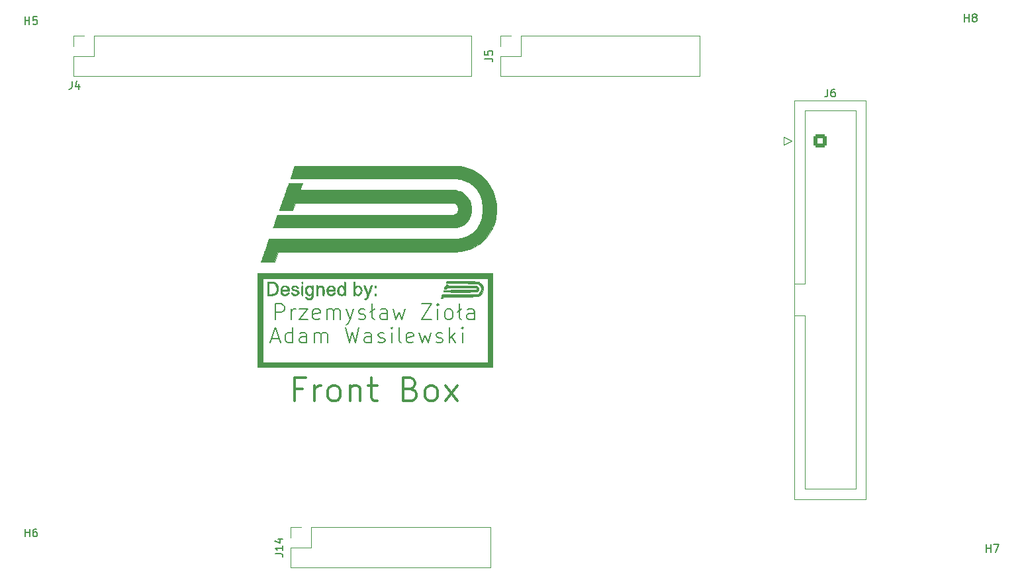
<source format=gto>
G04 #@! TF.GenerationSoftware,KiCad,Pcbnew,(6.0.0)*
G04 #@! TF.CreationDate,2022-01-24T11:54:52+01:00*
G04 #@! TF.ProjectId,PUTM_EV_Front_Box_2022_P_ytka_Pozioma,5055544d-5f45-4565-9f46-726f6e745f42,rev?*
G04 #@! TF.SameCoordinates,Original*
G04 #@! TF.FileFunction,Legend,Top*
G04 #@! TF.FilePolarity,Positive*
%FSLAX46Y46*%
G04 Gerber Fmt 4.6, Leading zero omitted, Abs format (unit mm)*
G04 Created by KiCad (PCBNEW (6.0.0)) date 2022-01-24 11:54:52*
%MOMM*%
%LPD*%
G01*
G04 APERTURE LIST*
G04 Aperture macros list*
%AMRoundRect*
0 Rectangle with rounded corners*
0 $1 Rounding radius*
0 $2 $3 $4 $5 $6 $7 $8 $9 X,Y pos of 4 corners*
0 Add a 4 corners polygon primitive as box body*
4,1,4,$2,$3,$4,$5,$6,$7,$8,$9,$2,$3,0*
0 Add four circle primitives for the rounded corners*
1,1,$1+$1,$2,$3*
1,1,$1+$1,$4,$5*
1,1,$1+$1,$6,$7*
1,1,$1+$1,$8,$9*
0 Add four rect primitives between the rounded corners*
20,1,$1+$1,$2,$3,$4,$5,0*
20,1,$1+$1,$4,$5,$6,$7,0*
20,1,$1+$1,$6,$7,$8,$9,0*
20,1,$1+$1,$8,$9,$2,$3,0*%
G04 Aperture macros list end*
%ADD10C,0.150000*%
%ADD11C,0.300000*%
%ADD12C,0.120000*%
%ADD13C,0.010000*%
%ADD14R,1.700000X1.700000*%
%ADD15O,1.700000X1.700000*%
%ADD16RoundRect,0.250000X-0.600000X-0.600000X0.600000X-0.600000X0.600000X0.600000X-0.600000X0.600000X0*%
%ADD17C,1.700000*%
%ADD18C,3.800000*%
G04 APERTURE END LIST*
D10*
X112832380Y-109676677D02*
X113546666Y-109676677D01*
X113689523Y-109724296D01*
X113784761Y-109819534D01*
X113832380Y-109962392D01*
X113832380Y-110057630D01*
X113832380Y-108676677D02*
X113832380Y-109248106D01*
X113832380Y-108962392D02*
X112832380Y-108962392D01*
X112975238Y-109057630D01*
X113070476Y-109152868D01*
X113118095Y-109248106D01*
X113165714Y-107819534D02*
X113832380Y-107819534D01*
X112784761Y-108057630D02*
X113499047Y-108295725D01*
X113499047Y-107676677D01*
X86836666Y-49189534D02*
X86836666Y-49903820D01*
X86789047Y-50046677D01*
X86693809Y-50141915D01*
X86550952Y-50189534D01*
X86455714Y-50189534D01*
X87741428Y-49522868D02*
X87741428Y-50189534D01*
X87503333Y-49141915D02*
X87265238Y-49856201D01*
X87884285Y-49856201D01*
X139652380Y-46290487D02*
X140366666Y-46290487D01*
X140509523Y-46338106D01*
X140604761Y-46433344D01*
X140652380Y-46576201D01*
X140652380Y-46671439D01*
X139652380Y-45338106D02*
X139652380Y-45814296D01*
X140128571Y-45861915D01*
X140080952Y-45814296D01*
X140033333Y-45719058D01*
X140033333Y-45480963D01*
X140080952Y-45385725D01*
X140128571Y-45338106D01*
X140223809Y-45290487D01*
X140461904Y-45290487D01*
X140557142Y-45338106D01*
X140604761Y-45385725D01*
X140652380Y-45480963D01*
X140652380Y-45719058D01*
X140604761Y-45814296D01*
X140557142Y-45861915D01*
X183506666Y-50189534D02*
X183506666Y-50903820D01*
X183459047Y-51046677D01*
X183363809Y-51141915D01*
X183220952Y-51189534D01*
X183125714Y-51189534D01*
X184411428Y-50189534D02*
X184220952Y-50189534D01*
X184125714Y-50237154D01*
X184078095Y-50284773D01*
X183982857Y-50427630D01*
X183935238Y-50618106D01*
X183935238Y-50999058D01*
X183982857Y-51094296D01*
X184030476Y-51141915D01*
X184125714Y-51189534D01*
X184316190Y-51189534D01*
X184411428Y-51141915D01*
X184459047Y-51094296D01*
X184506666Y-50999058D01*
X184506666Y-50760963D01*
X184459047Y-50665725D01*
X184411428Y-50618106D01*
X184316190Y-50570487D01*
X184125714Y-50570487D01*
X184030476Y-50618106D01*
X183982857Y-50665725D01*
X183935238Y-50760963D01*
X201008095Y-41589534D02*
X201008095Y-40589534D01*
X201008095Y-41065725D02*
X201579523Y-41065725D01*
X201579523Y-41589534D02*
X201579523Y-40589534D01*
X202198571Y-41018106D02*
X202103333Y-40970487D01*
X202055714Y-40922868D01*
X202008095Y-40827630D01*
X202008095Y-40780011D01*
X202055714Y-40684773D01*
X202103333Y-40637154D01*
X202198571Y-40589534D01*
X202389047Y-40589534D01*
X202484285Y-40637154D01*
X202531904Y-40684773D01*
X202579523Y-40780011D01*
X202579523Y-40827630D01*
X202531904Y-40922868D01*
X202484285Y-40970487D01*
X202389047Y-41018106D01*
X202198571Y-41018106D01*
X202103333Y-41065725D01*
X202055714Y-41113344D01*
X202008095Y-41208582D01*
X202008095Y-41399058D01*
X202055714Y-41494296D01*
X202103333Y-41541915D01*
X202198571Y-41589534D01*
X202389047Y-41589534D01*
X202484285Y-41541915D01*
X202531904Y-41494296D01*
X202579523Y-41399058D01*
X202579523Y-41208582D01*
X202531904Y-41113344D01*
X202484285Y-41065725D01*
X202389047Y-41018106D01*
X112406904Y-82120487D02*
X113359285Y-82120487D01*
X112216428Y-82691915D02*
X112883095Y-80691915D01*
X113549761Y-82691915D01*
X115073571Y-82691915D02*
X115073571Y-80691915D01*
X115073571Y-82596677D02*
X114883095Y-82691915D01*
X114502142Y-82691915D01*
X114311666Y-82596677D01*
X114216428Y-82501439D01*
X114121190Y-82310963D01*
X114121190Y-81739534D01*
X114216428Y-81549058D01*
X114311666Y-81453820D01*
X114502142Y-81358582D01*
X114883095Y-81358582D01*
X115073571Y-81453820D01*
X116883095Y-82691915D02*
X116883095Y-81644296D01*
X116787857Y-81453820D01*
X116597380Y-81358582D01*
X116216428Y-81358582D01*
X116025952Y-81453820D01*
X116883095Y-82596677D02*
X116692619Y-82691915D01*
X116216428Y-82691915D01*
X116025952Y-82596677D01*
X115930714Y-82406201D01*
X115930714Y-82215725D01*
X116025952Y-82025249D01*
X116216428Y-81930011D01*
X116692619Y-81930011D01*
X116883095Y-81834773D01*
X117835476Y-82691915D02*
X117835476Y-81358582D01*
X117835476Y-81549058D02*
X117930714Y-81453820D01*
X118121190Y-81358582D01*
X118406904Y-81358582D01*
X118597380Y-81453820D01*
X118692619Y-81644296D01*
X118692619Y-82691915D01*
X118692619Y-81644296D02*
X118787857Y-81453820D01*
X118978333Y-81358582D01*
X119264047Y-81358582D01*
X119454523Y-81453820D01*
X119549761Y-81644296D01*
X119549761Y-82691915D01*
X121835476Y-80691915D02*
X122311666Y-82691915D01*
X122692619Y-81263344D01*
X123073571Y-82691915D01*
X123549761Y-80691915D01*
X125168809Y-82691915D02*
X125168809Y-81644296D01*
X125073571Y-81453820D01*
X124883095Y-81358582D01*
X124502142Y-81358582D01*
X124311666Y-81453820D01*
X125168809Y-82596677D02*
X124978333Y-82691915D01*
X124502142Y-82691915D01*
X124311666Y-82596677D01*
X124216428Y-82406201D01*
X124216428Y-82215725D01*
X124311666Y-82025249D01*
X124502142Y-81930011D01*
X124978333Y-81930011D01*
X125168809Y-81834773D01*
X126025952Y-82596677D02*
X126216428Y-82691915D01*
X126597380Y-82691915D01*
X126787857Y-82596677D01*
X126883095Y-82406201D01*
X126883095Y-82310963D01*
X126787857Y-82120487D01*
X126597380Y-82025249D01*
X126311666Y-82025249D01*
X126121190Y-81930011D01*
X126025952Y-81739534D01*
X126025952Y-81644296D01*
X126121190Y-81453820D01*
X126311666Y-81358582D01*
X126597380Y-81358582D01*
X126787857Y-81453820D01*
X127740238Y-82691915D02*
X127740238Y-81358582D01*
X127740238Y-80691915D02*
X127644999Y-80787154D01*
X127740238Y-80882392D01*
X127835476Y-80787154D01*
X127740238Y-80691915D01*
X127740238Y-80882392D01*
X128978333Y-82691915D02*
X128787857Y-82596677D01*
X128692619Y-82406201D01*
X128692619Y-80691915D01*
X130502142Y-82596677D02*
X130311666Y-82691915D01*
X129930714Y-82691915D01*
X129740238Y-82596677D01*
X129644999Y-82406201D01*
X129644999Y-81644296D01*
X129740238Y-81453820D01*
X129930714Y-81358582D01*
X130311666Y-81358582D01*
X130502142Y-81453820D01*
X130597380Y-81644296D01*
X130597380Y-81834773D01*
X129644999Y-82025249D01*
X131264047Y-81358582D02*
X131644999Y-82691915D01*
X132025952Y-81739534D01*
X132406904Y-82691915D01*
X132787857Y-81358582D01*
X133454523Y-82596677D02*
X133644999Y-82691915D01*
X134025952Y-82691915D01*
X134216428Y-82596677D01*
X134311666Y-82406201D01*
X134311666Y-82310963D01*
X134216428Y-82120487D01*
X134025952Y-82025249D01*
X133740238Y-82025249D01*
X133549761Y-81930011D01*
X133454523Y-81739534D01*
X133454523Y-81644296D01*
X133549761Y-81453820D01*
X133740238Y-81358582D01*
X134025952Y-81358582D01*
X134216428Y-81453820D01*
X135168809Y-82691915D02*
X135168809Y-80691915D01*
X135359285Y-81930011D02*
X135930714Y-82691915D01*
X135930714Y-81358582D02*
X135168809Y-82120487D01*
X136787857Y-82691915D02*
X136787857Y-81358582D01*
X136787857Y-80691915D02*
X136692619Y-80787154D01*
X136787857Y-80882392D01*
X136883095Y-80787154D01*
X136787857Y-80691915D01*
X136787857Y-80882392D01*
X112880714Y-79691915D02*
X112880714Y-77691915D01*
X113642619Y-77691915D01*
X113833095Y-77787154D01*
X113928333Y-77882392D01*
X114023571Y-78072868D01*
X114023571Y-78358582D01*
X113928333Y-78549058D01*
X113833095Y-78644296D01*
X113642619Y-78739534D01*
X112880714Y-78739534D01*
X114880714Y-79691915D02*
X114880714Y-78358582D01*
X114880714Y-78739534D02*
X114975952Y-78549058D01*
X115071190Y-78453820D01*
X115261666Y-78358582D01*
X115452142Y-78358582D01*
X115928333Y-78358582D02*
X116975952Y-78358582D01*
X115928333Y-79691915D01*
X116975952Y-79691915D01*
X118499761Y-79596677D02*
X118309285Y-79691915D01*
X117928333Y-79691915D01*
X117737857Y-79596677D01*
X117642619Y-79406201D01*
X117642619Y-78644296D01*
X117737857Y-78453820D01*
X117928333Y-78358582D01*
X118309285Y-78358582D01*
X118499761Y-78453820D01*
X118595000Y-78644296D01*
X118595000Y-78834773D01*
X117642619Y-79025249D01*
X119452142Y-79691915D02*
X119452142Y-78358582D01*
X119452142Y-78549058D02*
X119547380Y-78453820D01*
X119737857Y-78358582D01*
X120023571Y-78358582D01*
X120214047Y-78453820D01*
X120309285Y-78644296D01*
X120309285Y-79691915D01*
X120309285Y-78644296D02*
X120404523Y-78453820D01*
X120595000Y-78358582D01*
X120880714Y-78358582D01*
X121071190Y-78453820D01*
X121166428Y-78644296D01*
X121166428Y-79691915D01*
X121928333Y-78358582D02*
X122404523Y-79691915D01*
X122880714Y-78358582D02*
X122404523Y-79691915D01*
X122214047Y-80168106D01*
X122118809Y-80263344D01*
X121928333Y-80358582D01*
X123547380Y-79596677D02*
X123737857Y-79691915D01*
X124118809Y-79691915D01*
X124309285Y-79596677D01*
X124404523Y-79406201D01*
X124404523Y-79310963D01*
X124309285Y-79120487D01*
X124118809Y-79025249D01*
X123833095Y-79025249D01*
X123642619Y-78930011D01*
X123547380Y-78739534D01*
X123547380Y-78644296D01*
X123642619Y-78453820D01*
X123833095Y-78358582D01*
X124118809Y-78358582D01*
X124309285Y-78453820D01*
X125547380Y-79691915D02*
X125356904Y-79596677D01*
X125261666Y-79406201D01*
X125261666Y-77691915D01*
X124975952Y-78739534D02*
X125547380Y-78358582D01*
X127166428Y-79691915D02*
X127166428Y-78644296D01*
X127071190Y-78453820D01*
X126880714Y-78358582D01*
X126499761Y-78358582D01*
X126309285Y-78453820D01*
X127166428Y-79596677D02*
X126975952Y-79691915D01*
X126499761Y-79691915D01*
X126309285Y-79596677D01*
X126214047Y-79406201D01*
X126214047Y-79215725D01*
X126309285Y-79025249D01*
X126499761Y-78930011D01*
X126975952Y-78930011D01*
X127166428Y-78834773D01*
X127928333Y-78358582D02*
X128309285Y-79691915D01*
X128690238Y-78739534D01*
X129071190Y-79691915D01*
X129452142Y-78358582D01*
X131547380Y-77691915D02*
X132880714Y-77691915D01*
X131547380Y-79691915D01*
X132880714Y-79691915D01*
X133642619Y-79691915D02*
X133642619Y-78358582D01*
X133642619Y-77691915D02*
X133547380Y-77787154D01*
X133642619Y-77882392D01*
X133737857Y-77787154D01*
X133642619Y-77691915D01*
X133642619Y-77882392D01*
X134880714Y-79691915D02*
X134690238Y-79596677D01*
X134595000Y-79501439D01*
X134499761Y-79310963D01*
X134499761Y-78739534D01*
X134595000Y-78549058D01*
X134690238Y-78453820D01*
X134880714Y-78358582D01*
X135166428Y-78358582D01*
X135356904Y-78453820D01*
X135452142Y-78549058D01*
X135547380Y-78739534D01*
X135547380Y-79310963D01*
X135452142Y-79501439D01*
X135356904Y-79596677D01*
X135166428Y-79691915D01*
X134880714Y-79691915D01*
X136690238Y-79691915D02*
X136499761Y-79596677D01*
X136404523Y-79406201D01*
X136404523Y-77691915D01*
X136118809Y-78739534D02*
X136690238Y-78358582D01*
X138309285Y-79691915D02*
X138309285Y-78644296D01*
X138214047Y-78453820D01*
X138023571Y-78358582D01*
X137642619Y-78358582D01*
X137452142Y-78453820D01*
X138309285Y-79596677D02*
X138118809Y-79691915D01*
X137642619Y-79691915D01*
X137452142Y-79596677D01*
X137356904Y-79406201D01*
X137356904Y-79215725D01*
X137452142Y-79025249D01*
X137642619Y-78930011D01*
X138118809Y-78930011D01*
X138309285Y-78834773D01*
D11*
X116309285Y-88572868D02*
X115309285Y-88572868D01*
X115309285Y-90144296D02*
X115309285Y-87144296D01*
X116737857Y-87144296D01*
X117880714Y-90144296D02*
X117880714Y-88144296D01*
X117880714Y-88715725D02*
X118023571Y-88430011D01*
X118166428Y-88287154D01*
X118452142Y-88144296D01*
X118737857Y-88144296D01*
X120166428Y-90144296D02*
X119880714Y-90001439D01*
X119737857Y-89858582D01*
X119595000Y-89572868D01*
X119595000Y-88715725D01*
X119737857Y-88430011D01*
X119880714Y-88287154D01*
X120166428Y-88144296D01*
X120595000Y-88144296D01*
X120880714Y-88287154D01*
X121023571Y-88430011D01*
X121166428Y-88715725D01*
X121166428Y-89572868D01*
X121023571Y-89858582D01*
X120880714Y-90001439D01*
X120595000Y-90144296D01*
X120166428Y-90144296D01*
X122452142Y-88144296D02*
X122452142Y-90144296D01*
X122452142Y-88430011D02*
X122595000Y-88287154D01*
X122880714Y-88144296D01*
X123309285Y-88144296D01*
X123595000Y-88287154D01*
X123737857Y-88572868D01*
X123737857Y-90144296D01*
X124737857Y-88144296D02*
X125880714Y-88144296D01*
X125166428Y-87144296D02*
X125166428Y-89715725D01*
X125309285Y-90001439D01*
X125595000Y-90144296D01*
X125880714Y-90144296D01*
X130166428Y-88572868D02*
X130595000Y-88715725D01*
X130737857Y-88858582D01*
X130880714Y-89144296D01*
X130880714Y-89572868D01*
X130737857Y-89858582D01*
X130595000Y-90001439D01*
X130309285Y-90144296D01*
X129166428Y-90144296D01*
X129166428Y-87144296D01*
X130166428Y-87144296D01*
X130452142Y-87287154D01*
X130595000Y-87430011D01*
X130737857Y-87715725D01*
X130737857Y-88001439D01*
X130595000Y-88287154D01*
X130452142Y-88430011D01*
X130166428Y-88572868D01*
X129166428Y-88572868D01*
X132595000Y-90144296D02*
X132309285Y-90001439D01*
X132166428Y-89858582D01*
X132023571Y-89572868D01*
X132023571Y-88715725D01*
X132166428Y-88430011D01*
X132309285Y-88287154D01*
X132595000Y-88144296D01*
X133023571Y-88144296D01*
X133309285Y-88287154D01*
X133452142Y-88430011D01*
X133595000Y-88715725D01*
X133595000Y-89572868D01*
X133452142Y-89858582D01*
X133309285Y-90001439D01*
X133023571Y-90144296D01*
X132595000Y-90144296D01*
X134595000Y-90144296D02*
X136166428Y-88144296D01*
X134595000Y-88144296D02*
X136166428Y-90144296D01*
D10*
X80848095Y-107492534D02*
X80848095Y-106492534D01*
X80848095Y-106968725D02*
X81419523Y-106968725D01*
X81419523Y-107492534D02*
X81419523Y-106492534D01*
X82324285Y-106492534D02*
X82133809Y-106492534D01*
X82038571Y-106540154D01*
X81990952Y-106587773D01*
X81895714Y-106730630D01*
X81848095Y-106921106D01*
X81848095Y-107302058D01*
X81895714Y-107397296D01*
X81943333Y-107444915D01*
X82038571Y-107492534D01*
X82229047Y-107492534D01*
X82324285Y-107444915D01*
X82371904Y-107397296D01*
X82419523Y-107302058D01*
X82419523Y-107063963D01*
X82371904Y-106968725D01*
X82324285Y-106921106D01*
X82229047Y-106873487D01*
X82038571Y-106873487D01*
X81943333Y-106921106D01*
X81895714Y-106968725D01*
X81848095Y-107063963D01*
X80838095Y-41932380D02*
X80838095Y-40932380D01*
X80838095Y-41408571D02*
X81409523Y-41408571D01*
X81409523Y-41932380D02*
X81409523Y-40932380D01*
X82361904Y-40932380D02*
X81885714Y-40932380D01*
X81838095Y-41408571D01*
X81885714Y-41360952D01*
X81980952Y-41313333D01*
X82219047Y-41313333D01*
X82314285Y-41360952D01*
X82361904Y-41408571D01*
X82409523Y-41503809D01*
X82409523Y-41741904D01*
X82361904Y-41837142D01*
X82314285Y-41884761D01*
X82219047Y-41932380D01*
X81980952Y-41932380D01*
X81885714Y-41884761D01*
X81838095Y-41837142D01*
X203808095Y-109489534D02*
X203808095Y-108489534D01*
X203808095Y-108965725D02*
X204379523Y-108965725D01*
X204379523Y-109489534D02*
X204379523Y-108489534D01*
X204760476Y-108489534D02*
X205427142Y-108489534D01*
X204998571Y-109489534D01*
D12*
X114820000Y-108867154D02*
X117420000Y-108867154D01*
X114820000Y-111467154D02*
X140340000Y-111467154D01*
X140340000Y-111467154D02*
X140340000Y-106267154D01*
X114820000Y-107597154D02*
X114820000Y-106267154D01*
X114820000Y-106267154D02*
X116150000Y-106267154D01*
X117420000Y-108867154D02*
X117420000Y-106267154D01*
X117420000Y-106267154D02*
X140340000Y-106267154D01*
X114820000Y-111467154D02*
X114820000Y-108867154D01*
X87030000Y-48567154D02*
X87030000Y-45967154D01*
X87030000Y-43367154D02*
X88360000Y-43367154D01*
X87030000Y-44697154D02*
X87030000Y-43367154D01*
X87030000Y-48567154D02*
X137950000Y-48567154D01*
X137950000Y-48567154D02*
X137950000Y-43367154D01*
X89630000Y-43367154D02*
X137950000Y-43367154D01*
X89630000Y-45967154D02*
X89630000Y-43367154D01*
X87030000Y-45967154D02*
X89630000Y-45967154D01*
X141640000Y-44687154D02*
X141640000Y-43357154D01*
X144240000Y-43357154D02*
X167160000Y-43357154D01*
X141640000Y-48557154D02*
X167160000Y-48557154D01*
X141640000Y-43357154D02*
X142970000Y-43357154D01*
X167160000Y-48557154D02*
X167160000Y-43357154D01*
X144240000Y-45957154D02*
X144240000Y-43357154D01*
X141640000Y-48557154D02*
X141640000Y-45957154D01*
X141640000Y-45957154D02*
X144240000Y-45957154D01*
X180590000Y-52927154D02*
X187090000Y-52927154D01*
X180590000Y-101387154D02*
X180590000Y-79207154D01*
X177890000Y-57337154D02*
X178890000Y-56837154D01*
X179280000Y-102687154D02*
X179280000Y-51627154D01*
X188400000Y-51627154D02*
X188400000Y-102687154D01*
X177890000Y-56337154D02*
X177890000Y-57337154D01*
X187090000Y-52927154D02*
X187090000Y-101387154D01*
X180590000Y-75107154D02*
X180590000Y-52927154D01*
X180590000Y-79207154D02*
X180590000Y-79207154D01*
X188400000Y-102687154D02*
X179280000Y-102687154D01*
X179280000Y-75107154D02*
X180590000Y-75107154D01*
X178890000Y-56837154D02*
X177890000Y-56337154D01*
X180590000Y-79207154D02*
X179280000Y-79207154D01*
X187090000Y-101387154D02*
X180590000Y-101387154D01*
X179280000Y-51627154D02*
X188400000Y-51627154D01*
D13*
X125209946Y-75322022D02*
X125217802Y-75329023D01*
X125217802Y-75329023D02*
X125209612Y-75382599D01*
X125209612Y-75382599D02*
X125171107Y-75514945D01*
X125171107Y-75514945D02*
X125107572Y-75709672D01*
X125107572Y-75709672D02*
X125024290Y-75950390D01*
X125024290Y-75950390D02*
X124957832Y-76135399D01*
X124957832Y-76135399D02*
X124816321Y-76506780D01*
X124816321Y-76506780D02*
X124697195Y-76783020D01*
X124697195Y-76783020D02*
X124601058Y-76962799D01*
X124601058Y-76962799D02*
X124546988Y-77031254D01*
X124546988Y-77031254D02*
X124403240Y-77129374D01*
X124403240Y-77129374D02*
X124291971Y-77135585D01*
X124291971Y-77135585D02*
X124257266Y-77111687D01*
X124257266Y-77111687D02*
X124220890Y-77026996D01*
X124220890Y-77026996D02*
X124268675Y-76961175D01*
X124268675Y-76961175D02*
X124351489Y-76942354D01*
X124351489Y-76942354D02*
X124475509Y-76901231D01*
X124475509Y-76901231D02*
X124538919Y-76812114D01*
X124538919Y-76812114D02*
X124563808Y-76741988D01*
X124563808Y-76741988D02*
X124571401Y-76662880D01*
X124571401Y-76662880D02*
X124558038Y-76558907D01*
X124558038Y-76558907D02*
X124520059Y-76414186D01*
X124520059Y-76414186D02*
X124453804Y-76212833D01*
X124453804Y-76212833D02*
X124355614Y-75938964D01*
X124355614Y-75938964D02*
X124307718Y-75808646D01*
X124307718Y-75808646D02*
X124226777Y-75586753D01*
X124226777Y-75586753D02*
X124179080Y-75443606D01*
X124179080Y-75443606D02*
X124162098Y-75362858D01*
X124162098Y-75362858D02*
X124173302Y-75328159D01*
X124173302Y-75328159D02*
X124210164Y-75323163D01*
X124210164Y-75323163D02*
X124233081Y-75326046D01*
X124233081Y-75326046D02*
X124287876Y-75349487D01*
X124287876Y-75349487D02*
X124339877Y-75413176D01*
X124339877Y-75413176D02*
X124397500Y-75533229D01*
X124397500Y-75533229D02*
X124469158Y-75725764D01*
X124469158Y-75725764D02*
X124519987Y-75875554D01*
X124519987Y-75875554D02*
X124697533Y-76408954D01*
X124697533Y-76408954D02*
X124872330Y-75884563D01*
X124872330Y-75884563D02*
X124976520Y-75599133D01*
X124976520Y-75599133D02*
X125066557Y-75411780D01*
X125066557Y-75411780D02*
X125143885Y-75320183D01*
X125143885Y-75320183D02*
X125209946Y-75322022D01*
X125209946Y-75322022D02*
X125209946Y-75322022D01*
G36*
X125209946Y-75322022D02*
G01*
X125217802Y-75329023D01*
X125209612Y-75382599D01*
X125171107Y-75514945D01*
X125107572Y-75709672D01*
X125024290Y-75950390D01*
X124957832Y-76135399D01*
X124816321Y-76506780D01*
X124697195Y-76783020D01*
X124601058Y-76962799D01*
X124546988Y-77031254D01*
X124403240Y-77129374D01*
X124291971Y-77135585D01*
X124257266Y-77111687D01*
X124220890Y-77026996D01*
X124268675Y-76961175D01*
X124351489Y-76942354D01*
X124475509Y-76901231D01*
X124538919Y-76812114D01*
X124563808Y-76741988D01*
X124571401Y-76662880D01*
X124558038Y-76558907D01*
X124520059Y-76414186D01*
X124453804Y-76212833D01*
X124355614Y-75938964D01*
X124307718Y-75808646D01*
X124226777Y-75586753D01*
X124179080Y-75443606D01*
X124162098Y-75362858D01*
X124173302Y-75328159D01*
X124210164Y-75323163D01*
X124233081Y-75326046D01*
X124287876Y-75349487D01*
X124339877Y-75413176D01*
X124397500Y-75533229D01*
X124469158Y-75725764D01*
X124519987Y-75875554D01*
X124697533Y-76408954D01*
X124872330Y-75884563D01*
X124976520Y-75599133D01*
X125066557Y-75411780D01*
X125143885Y-75320183D01*
X125209946Y-75322022D01*
G37*
X125209946Y-75322022D02*
X125217802Y-75329023D01*
X125209612Y-75382599D01*
X125171107Y-75514945D01*
X125107572Y-75709672D01*
X125024290Y-75950390D01*
X124957832Y-76135399D01*
X124816321Y-76506780D01*
X124697195Y-76783020D01*
X124601058Y-76962799D01*
X124546988Y-77031254D01*
X124403240Y-77129374D01*
X124291971Y-77135585D01*
X124257266Y-77111687D01*
X124220890Y-77026996D01*
X124268675Y-76961175D01*
X124351489Y-76942354D01*
X124475509Y-76901231D01*
X124538919Y-76812114D01*
X124563808Y-76741988D01*
X124571401Y-76662880D01*
X124558038Y-76558907D01*
X124520059Y-76414186D01*
X124453804Y-76212833D01*
X124355614Y-75938964D01*
X124307718Y-75808646D01*
X124226777Y-75586753D01*
X124179080Y-75443606D01*
X124162098Y-75362858D01*
X124173302Y-75328159D01*
X124210164Y-75323163D01*
X124233081Y-75326046D01*
X124287876Y-75349487D01*
X124339877Y-75413176D01*
X124397500Y-75533229D01*
X124469158Y-75725764D01*
X124519987Y-75875554D01*
X124697533Y-76408954D01*
X124872330Y-75884563D01*
X124976520Y-75599133D01*
X125066557Y-75411780D01*
X125143885Y-75320183D01*
X125209946Y-75322022D01*
X140631800Y-85781554D02*
X110609000Y-85781554D01*
X110609000Y-85781554D02*
X110609000Y-74402354D01*
X110609000Y-74402354D02*
X111218600Y-74402354D01*
X111218600Y-74402354D02*
X111218600Y-85171954D01*
X111218600Y-85171954D02*
X140022200Y-85171954D01*
X140022200Y-85171954D02*
X140022200Y-74402354D01*
X140022200Y-74402354D02*
X111218600Y-74402354D01*
X111218600Y-74402354D02*
X110609000Y-74402354D01*
X110609000Y-74402354D02*
X110609000Y-73792754D01*
X110609000Y-73792754D02*
X140631800Y-73792754D01*
X140631800Y-73792754D02*
X140631800Y-85781554D01*
X140631800Y-85781554D02*
X140631800Y-85781554D01*
G36*
X140631800Y-73792754D02*
G01*
X140631800Y-85781554D01*
X110609000Y-85781554D01*
X110609000Y-85171954D01*
X111218600Y-85171954D01*
X140022200Y-85171954D01*
X140022200Y-74402354D01*
X111218600Y-74402354D01*
X111218600Y-85171954D01*
X110609000Y-85171954D01*
X110609000Y-73792754D01*
X140631800Y-73792754D01*
G37*
X140631800Y-73792754D02*
X140631800Y-85781554D01*
X110609000Y-85781554D01*
X110609000Y-85171954D01*
X111218600Y-85171954D01*
X140022200Y-85171954D01*
X140022200Y-74402354D01*
X111218600Y-74402354D01*
X111218600Y-85171954D01*
X110609000Y-85171954D01*
X110609000Y-73792754D01*
X140631800Y-73792754D01*
X116304935Y-75331471D02*
X116326687Y-75385644D01*
X116326687Y-75385644D02*
X116340188Y-75494299D01*
X116340188Y-75494299D02*
X116347172Y-75672465D01*
X116347172Y-75672465D02*
X116349374Y-75935172D01*
X116349374Y-75935172D02*
X116349400Y-75977154D01*
X116349400Y-75977154D02*
X116347701Y-76252197D01*
X116347701Y-76252197D02*
X116341451Y-76440709D01*
X116341451Y-76440709D02*
X116328914Y-76557716D01*
X116328914Y-76557716D02*
X116308356Y-76618248D01*
X116308356Y-76618248D02*
X116278044Y-76637333D01*
X116278044Y-76637333D02*
X116273200Y-76637554D01*
X116273200Y-76637554D02*
X116241464Y-76622836D01*
X116241464Y-76622836D02*
X116219712Y-76568663D01*
X116219712Y-76568663D02*
X116206211Y-76460008D01*
X116206211Y-76460008D02*
X116199227Y-76281842D01*
X116199227Y-76281842D02*
X116197025Y-76019135D01*
X116197025Y-76019135D02*
X116197000Y-75977154D01*
X116197000Y-75977154D02*
X116198698Y-75702110D01*
X116198698Y-75702110D02*
X116204948Y-75513598D01*
X116204948Y-75513598D02*
X116217485Y-75396591D01*
X116217485Y-75396591D02*
X116238043Y-75336059D01*
X116238043Y-75336059D02*
X116268355Y-75316974D01*
X116268355Y-75316974D02*
X116273200Y-75316754D01*
X116273200Y-75316754D02*
X116304935Y-75331471D01*
X116304935Y-75331471D02*
X116304935Y-75331471D01*
G36*
X116304935Y-75331471D02*
G01*
X116326687Y-75385644D01*
X116340188Y-75494299D01*
X116347172Y-75672465D01*
X116349374Y-75935172D01*
X116349400Y-75977154D01*
X116347701Y-76252197D01*
X116341451Y-76440709D01*
X116328914Y-76557716D01*
X116308356Y-76618248D01*
X116278044Y-76637333D01*
X116273200Y-76637554D01*
X116241464Y-76622836D01*
X116219712Y-76568663D01*
X116206211Y-76460008D01*
X116199227Y-76281842D01*
X116197025Y-76019135D01*
X116197000Y-75977154D01*
X116198698Y-75702110D01*
X116204948Y-75513598D01*
X116217485Y-75396591D01*
X116238043Y-75336059D01*
X116268355Y-75316974D01*
X116273200Y-75316754D01*
X116304935Y-75331471D01*
G37*
X116304935Y-75331471D02*
X116326687Y-75385644D01*
X116340188Y-75494299D01*
X116347172Y-75672465D01*
X116349374Y-75935172D01*
X116349400Y-75977154D01*
X116347701Y-76252197D01*
X116341451Y-76440709D01*
X116328914Y-76557716D01*
X116308356Y-76618248D01*
X116278044Y-76637333D01*
X116273200Y-76637554D01*
X116241464Y-76622836D01*
X116219712Y-76568663D01*
X116206211Y-76460008D01*
X116199227Y-76281842D01*
X116197025Y-76019135D01*
X116197000Y-75977154D01*
X116198698Y-75702110D01*
X116204948Y-75513598D01*
X116217485Y-75396591D01*
X116238043Y-75336059D01*
X116268355Y-75316974D01*
X116273200Y-75316754D01*
X116304935Y-75331471D01*
X118261722Y-75351132D02*
X118279800Y-75426227D01*
X118279800Y-75426227D02*
X118284709Y-75500253D01*
X118284709Y-75500253D02*
X118316515Y-75499113D01*
X118316515Y-75499113D02*
X118385457Y-75440081D01*
X118385457Y-75440081D02*
X118536252Y-75360606D01*
X118536252Y-75360606D02*
X118717543Y-75342157D01*
X118717543Y-75342157D02*
X118888982Y-75383205D01*
X118888982Y-75383205D02*
X118996423Y-75463236D01*
X118996423Y-75463236D02*
X119041335Y-75534624D01*
X119041335Y-75534624D02*
X119070023Y-75629994D01*
X119070023Y-75629994D02*
X119085814Y-75771713D01*
X119085814Y-75771713D02*
X119092035Y-75982148D01*
X119092035Y-75982148D02*
X119092600Y-76109781D01*
X119092600Y-76109781D02*
X119091300Y-76346257D01*
X119091300Y-76346257D02*
X119085086Y-76499197D01*
X119085086Y-76499197D02*
X119070480Y-76586657D01*
X119070480Y-76586657D02*
X119044008Y-76626692D01*
X119044008Y-76626692D02*
X119002193Y-76637356D01*
X119002193Y-76637356D02*
X118991000Y-76637554D01*
X118991000Y-76637554D02*
X118944714Y-76630568D01*
X118944714Y-76630568D02*
X118915102Y-76597337D01*
X118915102Y-76597337D02*
X118898474Y-76519451D01*
X118898474Y-76519451D02*
X118891139Y-76378500D01*
X118891139Y-76378500D02*
X118889407Y-76156075D01*
X118889407Y-76156075D02*
X118889400Y-76130725D01*
X118889400Y-76130725D02*
X118887843Y-75897992D01*
X118887843Y-75897992D02*
X118880211Y-75745197D01*
X118880211Y-75745197D02*
X118862063Y-75650688D01*
X118862063Y-75650688D02*
X118828955Y-75592817D01*
X118828955Y-75592817D02*
X118776446Y-75549932D01*
X118776446Y-75549932D02*
X118769256Y-75545175D01*
X118769256Y-75545175D02*
X118617565Y-75499758D01*
X118617565Y-75499758D02*
X118463491Y-75537753D01*
X118463491Y-75537753D02*
X118343934Y-75648876D01*
X118343934Y-75648876D02*
X118333688Y-75666582D01*
X118333688Y-75666582D02*
X118308839Y-75762355D01*
X118308839Y-75762355D02*
X118290049Y-75928732D01*
X118290049Y-75928732D02*
X118280432Y-76134758D01*
X118280432Y-76134758D02*
X118279800Y-76202414D01*
X118279800Y-76202414D02*
X118277936Y-76413334D01*
X118277936Y-76413334D02*
X118269265Y-76542473D01*
X118269265Y-76542473D02*
X118249164Y-76609623D01*
X118249164Y-76609623D02*
X118213011Y-76634581D01*
X118213011Y-76634581D02*
X118178200Y-76637554D01*
X118178200Y-76637554D02*
X118136722Y-76631952D01*
X118136722Y-76631952D02*
X118108383Y-76604354D01*
X118108383Y-76604354D02*
X118090693Y-76538568D01*
X118090693Y-76538568D02*
X118081160Y-76418403D01*
X118081160Y-76418403D02*
X118077294Y-76227667D01*
X118077294Y-76227667D02*
X118076600Y-75977154D01*
X118076600Y-75977154D02*
X118077461Y-75707549D01*
X118077461Y-75707549D02*
X118081707Y-75523349D01*
X118081707Y-75523349D02*
X118091828Y-75408362D01*
X118091828Y-75408362D02*
X118110315Y-75346398D01*
X118110315Y-75346398D02*
X118139659Y-75321265D01*
X118139659Y-75321265D02*
X118178200Y-75316754D01*
X118178200Y-75316754D02*
X118261722Y-75351132D01*
X118261722Y-75351132D02*
X118261722Y-75351132D01*
G36*
X118261722Y-75351132D02*
G01*
X118279800Y-75426227D01*
X118284709Y-75500253D01*
X118316515Y-75499113D01*
X118385457Y-75440081D01*
X118536252Y-75360606D01*
X118717543Y-75342157D01*
X118888982Y-75383205D01*
X118996423Y-75463236D01*
X119041335Y-75534624D01*
X119070023Y-75629994D01*
X119085814Y-75771713D01*
X119092035Y-75982148D01*
X119092600Y-76109781D01*
X119091300Y-76346257D01*
X119085086Y-76499197D01*
X119070480Y-76586657D01*
X119044008Y-76626692D01*
X119002193Y-76637356D01*
X118991000Y-76637554D01*
X118944714Y-76630568D01*
X118915102Y-76597337D01*
X118898474Y-76519451D01*
X118891139Y-76378500D01*
X118889407Y-76156075D01*
X118889400Y-76130725D01*
X118887843Y-75897992D01*
X118880211Y-75745197D01*
X118862063Y-75650688D01*
X118828955Y-75592817D01*
X118776446Y-75549932D01*
X118769256Y-75545175D01*
X118617565Y-75499758D01*
X118463491Y-75537753D01*
X118343934Y-75648876D01*
X118333688Y-75666582D01*
X118308839Y-75762355D01*
X118290049Y-75928732D01*
X118280432Y-76134758D01*
X118279800Y-76202414D01*
X118277936Y-76413334D01*
X118269265Y-76542473D01*
X118249164Y-76609623D01*
X118213011Y-76634581D01*
X118178200Y-76637554D01*
X118136722Y-76631952D01*
X118108383Y-76604354D01*
X118090693Y-76538568D01*
X118081160Y-76418403D01*
X118077294Y-76227667D01*
X118076600Y-75977154D01*
X118077461Y-75707549D01*
X118081707Y-75523349D01*
X118091828Y-75408362D01*
X118110315Y-75346398D01*
X118139659Y-75321265D01*
X118178200Y-75316754D01*
X118261722Y-75351132D01*
G37*
X118261722Y-75351132D02*
X118279800Y-75426227D01*
X118284709Y-75500253D01*
X118316515Y-75499113D01*
X118385457Y-75440081D01*
X118536252Y-75360606D01*
X118717543Y-75342157D01*
X118888982Y-75383205D01*
X118996423Y-75463236D01*
X119041335Y-75534624D01*
X119070023Y-75629994D01*
X119085814Y-75771713D01*
X119092035Y-75982148D01*
X119092600Y-76109781D01*
X119091300Y-76346257D01*
X119085086Y-76499197D01*
X119070480Y-76586657D01*
X119044008Y-76626692D01*
X119002193Y-76637356D01*
X118991000Y-76637554D01*
X118944714Y-76630568D01*
X118915102Y-76597337D01*
X118898474Y-76519451D01*
X118891139Y-76378500D01*
X118889407Y-76156075D01*
X118889400Y-76130725D01*
X118887843Y-75897992D01*
X118880211Y-75745197D01*
X118862063Y-75650688D01*
X118828955Y-75592817D01*
X118776446Y-75549932D01*
X118769256Y-75545175D01*
X118617565Y-75499758D01*
X118463491Y-75537753D01*
X118343934Y-75648876D01*
X118333688Y-75666582D01*
X118308839Y-75762355D01*
X118290049Y-75928732D01*
X118280432Y-76134758D01*
X118279800Y-76202414D01*
X118277936Y-76413334D01*
X118269265Y-76542473D01*
X118249164Y-76609623D01*
X118213011Y-76634581D01*
X118178200Y-76637554D01*
X118136722Y-76631952D01*
X118108383Y-76604354D01*
X118090693Y-76538568D01*
X118081160Y-76418403D01*
X118077294Y-76227667D01*
X118076600Y-75977154D01*
X118077461Y-75707549D01*
X118081707Y-75523349D01*
X118091828Y-75408362D01*
X118110315Y-75346398D01*
X118139659Y-75321265D01*
X118178200Y-75316754D01*
X118261722Y-75351132D01*
X116334485Y-74903714D02*
X116349400Y-74986554D01*
X116349400Y-74986554D02*
X116322903Y-75088697D01*
X116322903Y-75088697D02*
X116273200Y-75113554D01*
X116273200Y-75113554D02*
X116211914Y-75069393D01*
X116211914Y-75069393D02*
X116197000Y-74986554D01*
X116197000Y-74986554D02*
X116223496Y-74884410D01*
X116223496Y-74884410D02*
X116273200Y-74859554D01*
X116273200Y-74859554D02*
X116334485Y-74903714D01*
X116334485Y-74903714D02*
X116334485Y-74903714D01*
G36*
X116334485Y-74903714D02*
G01*
X116349400Y-74986554D01*
X116322903Y-75088697D01*
X116273200Y-75113554D01*
X116211914Y-75069393D01*
X116197000Y-74986554D01*
X116223496Y-74884410D01*
X116273200Y-74859554D01*
X116334485Y-74903714D01*
G37*
X116334485Y-74903714D02*
X116349400Y-74986554D01*
X116322903Y-75088697D01*
X116273200Y-75113554D01*
X116211914Y-75069393D01*
X116197000Y-74986554D01*
X116223496Y-74884410D01*
X116273200Y-74859554D01*
X116334485Y-74903714D01*
X123010145Y-74870675D02*
X123040808Y-74919529D01*
X123040808Y-74919529D02*
X123053132Y-75029352D01*
X123053132Y-75029352D02*
X123055000Y-75164354D01*
X123055000Y-75164354D02*
X123057665Y-75325139D01*
X123057665Y-75325139D02*
X123064592Y-75435587D01*
X123064592Y-75435587D02*
X123072595Y-75469154D01*
X123072595Y-75469154D02*
X123125153Y-75448825D01*
X123125153Y-75448825D02*
X123230558Y-75399082D01*
X123230558Y-75399082D02*
X123246723Y-75391064D01*
X123246723Y-75391064D02*
X123444221Y-75339334D01*
X123444221Y-75339334D02*
X123628079Y-75388192D01*
X123628079Y-75388192D02*
X123791749Y-75529396D01*
X123791749Y-75529396D02*
X123890695Y-75717574D01*
X123890695Y-75717574D02*
X123928342Y-75948624D01*
X123928342Y-75948624D02*
X123904754Y-76184442D01*
X123904754Y-76184442D02*
X123819996Y-76386923D01*
X123819996Y-76386923D02*
X123790226Y-76426721D01*
X123790226Y-76426721D02*
X123631250Y-76556302D01*
X123631250Y-76556302D02*
X123449971Y-76613998D01*
X123449971Y-76613998D02*
X123273264Y-76598339D01*
X123273264Y-76598339D02*
X123128005Y-76507851D01*
X123128005Y-76507851D02*
X123093877Y-76464849D01*
X123093877Y-76464849D02*
X123065216Y-76460393D01*
X123065216Y-76460393D02*
X123055777Y-76523254D01*
X123055777Y-76523254D02*
X123025300Y-76616232D01*
X123025300Y-76616232D02*
X122953400Y-76637554D01*
X122953400Y-76637554D02*
X122916840Y-76633127D01*
X122916840Y-76633127D02*
X122890292Y-76610525D01*
X122890292Y-76610525D02*
X122872159Y-76555758D01*
X122872159Y-76555758D02*
X122860842Y-76454841D01*
X122860842Y-76454841D02*
X122854742Y-76293786D01*
X122854742Y-76293786D02*
X122852261Y-76058605D01*
X122852261Y-76058605D02*
X122852140Y-75977154D01*
X122852140Y-75977154D02*
X123055000Y-75977154D01*
X123055000Y-75977154D02*
X123066846Y-76156105D01*
X123066846Y-76156105D02*
X123111487Y-76277253D01*
X123111487Y-76277253D02*
X123179690Y-76360463D01*
X123179690Y-76360463D02*
X123306931Y-76460595D01*
X123306931Y-76460595D02*
X123421381Y-76473144D01*
X123421381Y-76473144D02*
X123555607Y-76399812D01*
X123555607Y-76399812D02*
X123579660Y-76381352D01*
X123579660Y-76381352D02*
X123694743Y-76239490D01*
X123694743Y-76239490D02*
X123748834Y-76061802D01*
X123748834Y-76061802D02*
X123747075Y-75872549D01*
X123747075Y-75872549D02*
X123694611Y-75695990D01*
X123694611Y-75695990D02*
X123596587Y-75556387D01*
X123596587Y-75556387D02*
X123458147Y-75478000D01*
X123458147Y-75478000D02*
X123386230Y-75469154D01*
X123386230Y-75469154D02*
X123296490Y-75502984D01*
X123296490Y-75502984D02*
X123188441Y-75585286D01*
X123188441Y-75585286D02*
X123179690Y-75593844D01*
X123179690Y-75593844D02*
X123099122Y-75698983D01*
X123099122Y-75698983D02*
X123062235Y-75828460D01*
X123062235Y-75828460D02*
X123055000Y-75977154D01*
X123055000Y-75977154D02*
X122852140Y-75977154D01*
X122852140Y-75977154D02*
X122851800Y-75748554D01*
X122851800Y-75748554D02*
X122852305Y-75428654D01*
X122852305Y-75428654D02*
X122854888Y-75196366D01*
X122854888Y-75196366D02*
X122861148Y-75037703D01*
X122861148Y-75037703D02*
X122872681Y-74938677D01*
X122872681Y-74938677D02*
X122891087Y-74885302D01*
X122891087Y-74885302D02*
X122917965Y-74863591D01*
X122917965Y-74863591D02*
X122953400Y-74859554D01*
X122953400Y-74859554D02*
X123010145Y-74870675D01*
X123010145Y-74870675D02*
X123010145Y-74870675D01*
G36*
X122852305Y-75428654D02*
G01*
X122854888Y-75196366D01*
X122861148Y-75037703D01*
X122872681Y-74938677D01*
X122891087Y-74885302D01*
X122917965Y-74863591D01*
X122953400Y-74859554D01*
X123010145Y-74870675D01*
X123040808Y-74919529D01*
X123053132Y-75029352D01*
X123055000Y-75164354D01*
X123057665Y-75325139D01*
X123064592Y-75435587D01*
X123072595Y-75469154D01*
X123125153Y-75448825D01*
X123230558Y-75399082D01*
X123246723Y-75391064D01*
X123444221Y-75339334D01*
X123628079Y-75388192D01*
X123791749Y-75529396D01*
X123890695Y-75717574D01*
X123928342Y-75948624D01*
X123904754Y-76184442D01*
X123819996Y-76386923D01*
X123790226Y-76426721D01*
X123631250Y-76556302D01*
X123449971Y-76613998D01*
X123273264Y-76598339D01*
X123128005Y-76507851D01*
X123093877Y-76464849D01*
X123065216Y-76460393D01*
X123055777Y-76523254D01*
X123025300Y-76616232D01*
X122953400Y-76637554D01*
X122916840Y-76633127D01*
X122890292Y-76610525D01*
X122872159Y-76555758D01*
X122860842Y-76454841D01*
X122854742Y-76293786D01*
X122852261Y-76058605D01*
X122852140Y-75977154D01*
X123055000Y-75977154D01*
X123066846Y-76156105D01*
X123111487Y-76277253D01*
X123179690Y-76360463D01*
X123306931Y-76460595D01*
X123421381Y-76473144D01*
X123555607Y-76399812D01*
X123579660Y-76381352D01*
X123694743Y-76239490D01*
X123748834Y-76061802D01*
X123747075Y-75872549D01*
X123694611Y-75695990D01*
X123596587Y-75556387D01*
X123458147Y-75478000D01*
X123386230Y-75469154D01*
X123296490Y-75502984D01*
X123188441Y-75585286D01*
X123179690Y-75593844D01*
X123099122Y-75698983D01*
X123062235Y-75828460D01*
X123055000Y-75977154D01*
X122852140Y-75977154D01*
X122851800Y-75748554D01*
X122852305Y-75428654D01*
G37*
X122852305Y-75428654D02*
X122854888Y-75196366D01*
X122861148Y-75037703D01*
X122872681Y-74938677D01*
X122891087Y-74885302D01*
X122917965Y-74863591D01*
X122953400Y-74859554D01*
X123010145Y-74870675D01*
X123040808Y-74919529D01*
X123053132Y-75029352D01*
X123055000Y-75164354D01*
X123057665Y-75325139D01*
X123064592Y-75435587D01*
X123072595Y-75469154D01*
X123125153Y-75448825D01*
X123230558Y-75399082D01*
X123246723Y-75391064D01*
X123444221Y-75339334D01*
X123628079Y-75388192D01*
X123791749Y-75529396D01*
X123890695Y-75717574D01*
X123928342Y-75948624D01*
X123904754Y-76184442D01*
X123819996Y-76386923D01*
X123790226Y-76426721D01*
X123631250Y-76556302D01*
X123449971Y-76613998D01*
X123273264Y-76598339D01*
X123128005Y-76507851D01*
X123093877Y-76464849D01*
X123065216Y-76460393D01*
X123055777Y-76523254D01*
X123025300Y-76616232D01*
X122953400Y-76637554D01*
X122916840Y-76633127D01*
X122890292Y-76610525D01*
X122872159Y-76555758D01*
X122860842Y-76454841D01*
X122854742Y-76293786D01*
X122852261Y-76058605D01*
X122852140Y-75977154D01*
X123055000Y-75977154D01*
X123066846Y-76156105D01*
X123111487Y-76277253D01*
X123179690Y-76360463D01*
X123306931Y-76460595D01*
X123421381Y-76473144D01*
X123555607Y-76399812D01*
X123579660Y-76381352D01*
X123694743Y-76239490D01*
X123748834Y-76061802D01*
X123747075Y-75872549D01*
X123694611Y-75695990D01*
X123596587Y-75556387D01*
X123458147Y-75478000D01*
X123386230Y-75469154D01*
X123296490Y-75502984D01*
X123188441Y-75585286D01*
X123179690Y-75593844D01*
X123099122Y-75698983D01*
X123062235Y-75828460D01*
X123055000Y-75977154D01*
X122852140Y-75977154D01*
X122851800Y-75748554D01*
X122852305Y-75428654D01*
X114260165Y-75369389D02*
X114438544Y-75468643D01*
X114438544Y-75468643D02*
X114566250Y-75625407D01*
X114566250Y-75625407D02*
X114621478Y-75826896D01*
X114621478Y-75826896D02*
X114622200Y-75854051D01*
X114622200Y-75854051D02*
X114622200Y-76027954D01*
X114622200Y-76027954D02*
X114165000Y-76027954D01*
X114165000Y-76027954D02*
X113946423Y-76030088D01*
X113946423Y-76030088D02*
X113810469Y-76038984D01*
X113810469Y-76038984D02*
X113738208Y-76058381D01*
X113738208Y-76058381D02*
X113710706Y-76092018D01*
X113710706Y-76092018D02*
X113707800Y-76118250D01*
X113707800Y-76118250D02*
X113747828Y-76268699D01*
X113747828Y-76268699D02*
X113850764Y-76380787D01*
X113850764Y-76380787D02*
X113990881Y-76448371D01*
X113990881Y-76448371D02*
X114142456Y-76465308D01*
X114142456Y-76465308D02*
X114279763Y-76425456D01*
X114279763Y-76425456D02*
X114377078Y-76322671D01*
X114377078Y-76322671D02*
X114393582Y-76282007D01*
X114393582Y-76282007D02*
X114439371Y-76194802D01*
X114439371Y-76194802D02*
X114510995Y-76195962D01*
X114510995Y-76195962D02*
X114564058Y-76225541D01*
X114564058Y-76225541D02*
X114602497Y-76293736D01*
X114602497Y-76293736D02*
X114565585Y-76383134D01*
X114565585Y-76383134D02*
X114472553Y-76477823D01*
X114472553Y-76477823D02*
X114342628Y-76561893D01*
X114342628Y-76561893D02*
X114195039Y-76619433D01*
X114195039Y-76619433D02*
X114068519Y-76635565D01*
X114068519Y-76635565D02*
X113968237Y-76614690D01*
X113968237Y-76614690D02*
X113833063Y-76566512D01*
X113833063Y-76566512D02*
X113820198Y-76561018D01*
X113820198Y-76561018D02*
X113657291Y-76440331D01*
X113657291Y-76440331D02*
X113554190Y-76262194D01*
X113554190Y-76262194D02*
X113510508Y-76051007D01*
X113510508Y-76051007D02*
X113525861Y-75831171D01*
X113525861Y-75831171D02*
X113537997Y-75797703D01*
X113537997Y-75797703D02*
X113704728Y-75797703D01*
X113704728Y-75797703D02*
X113766066Y-75848564D01*
X113766066Y-75848564D02*
X113919447Y-75871998D01*
X113919447Y-75871998D02*
X114063400Y-75875554D01*
X114063400Y-75875554D02*
X114251524Y-75872326D01*
X114251524Y-75872326D02*
X114359358Y-75858989D01*
X114359358Y-75858989D02*
X114408105Y-75830064D01*
X114408105Y-75830064D02*
X114419000Y-75783663D01*
X114419000Y-75783663D02*
X114372626Y-75634088D01*
X114372626Y-75634088D02*
X114244497Y-75527209D01*
X114244497Y-75527209D02*
X114130267Y-75489561D01*
X114130267Y-75489561D02*
X113998059Y-75483432D01*
X113998059Y-75483432D02*
X113889930Y-75540296D01*
X113889930Y-75540296D02*
X113838167Y-75588168D01*
X113838167Y-75588168D02*
X113730429Y-75713032D01*
X113730429Y-75713032D02*
X113704728Y-75797703D01*
X113704728Y-75797703D02*
X113537997Y-75797703D01*
X113537997Y-75797703D02*
X113599865Y-75627087D01*
X113599865Y-75627087D02*
X113732133Y-75463157D01*
X113732133Y-75463157D02*
X113838602Y-75394554D01*
X113838602Y-75394554D02*
X114052916Y-75340430D01*
X114052916Y-75340430D02*
X114260165Y-75369389D01*
X114260165Y-75369389D02*
X114260165Y-75369389D01*
G36*
X113732133Y-75463157D02*
G01*
X113838602Y-75394554D01*
X114052916Y-75340430D01*
X114260165Y-75369389D01*
X114438544Y-75468643D01*
X114566250Y-75625407D01*
X114621478Y-75826896D01*
X114622200Y-75854051D01*
X114622200Y-76027954D01*
X114165000Y-76027954D01*
X113946423Y-76030088D01*
X113810469Y-76038984D01*
X113738208Y-76058381D01*
X113710706Y-76092018D01*
X113707800Y-76118250D01*
X113747828Y-76268699D01*
X113850764Y-76380787D01*
X113990881Y-76448371D01*
X114142456Y-76465308D01*
X114279763Y-76425456D01*
X114377078Y-76322671D01*
X114393582Y-76282007D01*
X114439371Y-76194802D01*
X114510995Y-76195962D01*
X114564058Y-76225541D01*
X114602497Y-76293736D01*
X114565585Y-76383134D01*
X114472553Y-76477823D01*
X114342628Y-76561893D01*
X114195039Y-76619433D01*
X114068519Y-76635565D01*
X113968237Y-76614690D01*
X113833063Y-76566512D01*
X113820198Y-76561018D01*
X113657291Y-76440331D01*
X113554190Y-76262194D01*
X113510508Y-76051007D01*
X113525861Y-75831171D01*
X113537997Y-75797703D01*
X113704728Y-75797703D01*
X113766066Y-75848564D01*
X113919447Y-75871998D01*
X114063400Y-75875554D01*
X114251524Y-75872326D01*
X114359358Y-75858989D01*
X114408105Y-75830064D01*
X114419000Y-75783663D01*
X114372626Y-75634088D01*
X114244497Y-75527209D01*
X114130267Y-75489561D01*
X113998059Y-75483432D01*
X113889930Y-75540296D01*
X113838167Y-75588168D01*
X113730429Y-75713032D01*
X113704728Y-75797703D01*
X113537997Y-75797703D01*
X113599865Y-75627087D01*
X113732133Y-75463157D01*
G37*
X113732133Y-75463157D02*
X113838602Y-75394554D01*
X114052916Y-75340430D01*
X114260165Y-75369389D01*
X114438544Y-75468643D01*
X114566250Y-75625407D01*
X114621478Y-75826896D01*
X114622200Y-75854051D01*
X114622200Y-76027954D01*
X114165000Y-76027954D01*
X113946423Y-76030088D01*
X113810469Y-76038984D01*
X113738208Y-76058381D01*
X113710706Y-76092018D01*
X113707800Y-76118250D01*
X113747828Y-76268699D01*
X113850764Y-76380787D01*
X113990881Y-76448371D01*
X114142456Y-76465308D01*
X114279763Y-76425456D01*
X114377078Y-76322671D01*
X114393582Y-76282007D01*
X114439371Y-76194802D01*
X114510995Y-76195962D01*
X114564058Y-76225541D01*
X114602497Y-76293736D01*
X114565585Y-76383134D01*
X114472553Y-76477823D01*
X114342628Y-76561893D01*
X114195039Y-76619433D01*
X114068519Y-76635565D01*
X113968237Y-76614690D01*
X113833063Y-76566512D01*
X113820198Y-76561018D01*
X113657291Y-76440331D01*
X113554190Y-76262194D01*
X113510508Y-76051007D01*
X113525861Y-75831171D01*
X113537997Y-75797703D01*
X113704728Y-75797703D01*
X113766066Y-75848564D01*
X113919447Y-75871998D01*
X114063400Y-75875554D01*
X114251524Y-75872326D01*
X114359358Y-75858989D01*
X114408105Y-75830064D01*
X114419000Y-75783663D01*
X114372626Y-75634088D01*
X114244497Y-75527209D01*
X114130267Y-75489561D01*
X113998059Y-75483432D01*
X113889930Y-75540296D01*
X113838167Y-75588168D01*
X113730429Y-75713032D01*
X113704728Y-75797703D01*
X113537997Y-75797703D01*
X113599865Y-75627087D01*
X113732133Y-75463157D01*
X134868292Y-75242953D02*
X134891400Y-75291354D01*
X134891400Y-75291354D02*
X134901790Y-75311318D01*
X134901790Y-75311318D02*
X134939134Y-75327531D01*
X134939134Y-75327531D02*
X135012689Y-75340367D01*
X135012689Y-75340367D02*
X135131714Y-75350203D01*
X135131714Y-75350203D02*
X135305468Y-75357416D01*
X135305468Y-75357416D02*
X135543207Y-75362380D01*
X135543207Y-75362380D02*
X135854191Y-75365474D01*
X135854191Y-75365474D02*
X136247678Y-75367072D01*
X136247678Y-75367072D02*
X136732925Y-75367552D01*
X136732925Y-75367552D02*
X136766484Y-75367554D01*
X136766484Y-75367554D02*
X138641568Y-75367554D01*
X138641568Y-75367554D02*
X138777584Y-75529200D01*
X138777584Y-75529200D02*
X138875152Y-75708661D01*
X138875152Y-75708661D02*
X138878574Y-75889266D01*
X138878574Y-75889266D02*
X138788943Y-76051329D01*
X138788943Y-76051329D02*
X138746419Y-76091454D01*
X138746419Y-76091454D02*
X138713692Y-76113212D01*
X138713692Y-76113212D02*
X138666588Y-76131124D01*
X138666588Y-76131124D02*
X138595711Y-76145561D01*
X138595711Y-76145561D02*
X138491662Y-76156891D01*
X138491662Y-76156891D02*
X138345047Y-76165485D01*
X138345047Y-76165485D02*
X138146466Y-76171711D01*
X138146466Y-76171711D02*
X137886524Y-76175940D01*
X137886524Y-76175940D02*
X137555823Y-76178541D01*
X137555823Y-76178541D02*
X137144967Y-76179883D01*
X137144967Y-76179883D02*
X136644558Y-76180336D01*
X136644558Y-76180336D02*
X136485972Y-76180354D01*
X136485972Y-76180354D02*
X135939798Y-76179750D01*
X135939798Y-76179750D02*
X135487804Y-76177792D01*
X135487804Y-76177792D02*
X135122573Y-76174263D01*
X135122573Y-76174263D02*
X134836693Y-76168942D01*
X134836693Y-76168942D02*
X134622747Y-76161612D01*
X134622747Y-76161612D02*
X134473322Y-76152053D01*
X134473322Y-76152053D02*
X134381002Y-76140047D01*
X134381002Y-76140047D02*
X134338374Y-76125375D01*
X134338374Y-76125375D02*
X134333377Y-76116854D01*
X134333377Y-76116854D02*
X134336276Y-76070967D01*
X134336276Y-76070967D02*
X134349744Y-76033114D01*
X134349744Y-76033114D02*
X134382788Y-76002451D01*
X134382788Y-76002451D02*
X134444412Y-75978132D01*
X134444412Y-75978132D02*
X134543620Y-75959314D01*
X134543620Y-75959314D02*
X134689419Y-75945151D01*
X134689419Y-75945151D02*
X134890812Y-75934801D01*
X134890812Y-75934801D02*
X135156804Y-75927417D01*
X135156804Y-75927417D02*
X135496401Y-75922157D01*
X135496401Y-75922157D02*
X135918608Y-75918175D01*
X135918608Y-75918175D02*
X136432428Y-75914627D01*
X136432428Y-75914627D02*
X136494240Y-75914232D01*
X136494240Y-75914232D02*
X138574400Y-75900954D01*
X138574400Y-75900954D02*
X138574400Y-75646954D01*
X138574400Y-75646954D02*
X136677507Y-75633631D01*
X136677507Y-75633631D02*
X136188869Y-75630335D01*
X136188869Y-75630335D02*
X135792096Y-75628302D01*
X135792096Y-75628302D02*
X135477453Y-75627982D01*
X135477453Y-75627982D02*
X135235207Y-75629825D01*
X135235207Y-75629825D02*
X135055625Y-75634280D01*
X135055625Y-75634280D02*
X134928973Y-75641797D01*
X134928973Y-75641797D02*
X134845520Y-75652827D01*
X134845520Y-75652827D02*
X134795531Y-75667818D01*
X134795531Y-75667818D02*
X134769273Y-75687221D01*
X134769273Y-75687221D02*
X134757014Y-75711486D01*
X134757014Y-75711486D02*
X134753882Y-75722531D01*
X134753882Y-75722531D02*
X134694940Y-75803259D01*
X134694940Y-75803259D02*
X134580675Y-75824754D01*
X134580675Y-75824754D02*
X134476160Y-75818467D01*
X134476160Y-75818467D02*
X134434200Y-75803874D01*
X134434200Y-75803874D02*
X134450926Y-75749069D01*
X134450926Y-75749069D02*
X134494336Y-75628059D01*
X134494336Y-75628059D02*
X134542850Y-75499074D01*
X134542850Y-75499074D02*
X134612671Y-75335296D01*
X134612671Y-75335296D02*
X134673383Y-75248361D01*
X134673383Y-75248361D02*
X134742138Y-75216964D01*
X134742138Y-75216964D02*
X134771450Y-75215154D01*
X134771450Y-75215154D02*
X134868292Y-75242953D01*
X134868292Y-75242953D02*
X134868292Y-75242953D01*
G36*
X134868292Y-75242953D02*
G01*
X134891400Y-75291354D01*
X134901790Y-75311318D01*
X134939134Y-75327531D01*
X135012689Y-75340367D01*
X135131714Y-75350203D01*
X135305468Y-75357416D01*
X135543207Y-75362380D01*
X135854191Y-75365474D01*
X136247678Y-75367072D01*
X136732925Y-75367552D01*
X136766484Y-75367554D01*
X138641568Y-75367554D01*
X138777584Y-75529200D01*
X138875152Y-75708661D01*
X138878574Y-75889266D01*
X138788943Y-76051329D01*
X138746419Y-76091454D01*
X138713692Y-76113212D01*
X138666588Y-76131124D01*
X138595711Y-76145561D01*
X138491662Y-76156891D01*
X138345047Y-76165485D01*
X138146466Y-76171711D01*
X137886524Y-76175940D01*
X137555823Y-76178541D01*
X137144967Y-76179883D01*
X136644558Y-76180336D01*
X136485972Y-76180354D01*
X135939798Y-76179750D01*
X135487804Y-76177792D01*
X135122573Y-76174263D01*
X134836693Y-76168942D01*
X134622747Y-76161612D01*
X134473322Y-76152053D01*
X134381002Y-76140047D01*
X134338374Y-76125375D01*
X134333377Y-76116854D01*
X134336276Y-76070967D01*
X134349744Y-76033114D01*
X134382788Y-76002451D01*
X134444412Y-75978132D01*
X134543620Y-75959314D01*
X134689419Y-75945151D01*
X134890812Y-75934801D01*
X135156804Y-75927417D01*
X135496401Y-75922157D01*
X135918608Y-75918175D01*
X136432428Y-75914627D01*
X136494240Y-75914232D01*
X138574400Y-75900954D01*
X138574400Y-75646954D01*
X136677507Y-75633631D01*
X136188869Y-75630335D01*
X135792096Y-75628302D01*
X135477453Y-75627982D01*
X135235207Y-75629825D01*
X135055625Y-75634280D01*
X134928973Y-75641797D01*
X134845520Y-75652827D01*
X134795531Y-75667818D01*
X134769273Y-75687221D01*
X134757014Y-75711486D01*
X134753882Y-75722531D01*
X134694940Y-75803259D01*
X134580675Y-75824754D01*
X134476160Y-75818467D01*
X134434200Y-75803874D01*
X134450926Y-75749069D01*
X134494336Y-75628059D01*
X134542850Y-75499074D01*
X134612671Y-75335296D01*
X134673383Y-75248361D01*
X134742138Y-75216964D01*
X134771450Y-75215154D01*
X134868292Y-75242953D01*
G37*
X134868292Y-75242953D02*
X134891400Y-75291354D01*
X134901790Y-75311318D01*
X134939134Y-75327531D01*
X135012689Y-75340367D01*
X135131714Y-75350203D01*
X135305468Y-75357416D01*
X135543207Y-75362380D01*
X135854191Y-75365474D01*
X136247678Y-75367072D01*
X136732925Y-75367552D01*
X136766484Y-75367554D01*
X138641568Y-75367554D01*
X138777584Y-75529200D01*
X138875152Y-75708661D01*
X138878574Y-75889266D01*
X138788943Y-76051329D01*
X138746419Y-76091454D01*
X138713692Y-76113212D01*
X138666588Y-76131124D01*
X138595711Y-76145561D01*
X138491662Y-76156891D01*
X138345047Y-76165485D01*
X138146466Y-76171711D01*
X137886524Y-76175940D01*
X137555823Y-76178541D01*
X137144967Y-76179883D01*
X136644558Y-76180336D01*
X136485972Y-76180354D01*
X135939798Y-76179750D01*
X135487804Y-76177792D01*
X135122573Y-76174263D01*
X134836693Y-76168942D01*
X134622747Y-76161612D01*
X134473322Y-76152053D01*
X134381002Y-76140047D01*
X134338374Y-76125375D01*
X134333377Y-76116854D01*
X134336276Y-76070967D01*
X134349744Y-76033114D01*
X134382788Y-76002451D01*
X134444412Y-75978132D01*
X134543620Y-75959314D01*
X134689419Y-75945151D01*
X134890812Y-75934801D01*
X135156804Y-75927417D01*
X135496401Y-75922157D01*
X135918608Y-75918175D01*
X136432428Y-75914627D01*
X136494240Y-75914232D01*
X138574400Y-75900954D01*
X138574400Y-75646954D01*
X136677507Y-75633631D01*
X136188869Y-75630335D01*
X135792096Y-75628302D01*
X135477453Y-75627982D01*
X135235207Y-75629825D01*
X135055625Y-75634280D01*
X134928973Y-75641797D01*
X134845520Y-75652827D01*
X134795531Y-75667818D01*
X134769273Y-75687221D01*
X134757014Y-75711486D01*
X134753882Y-75722531D01*
X134694940Y-75803259D01*
X134580675Y-75824754D01*
X134476160Y-75818467D01*
X134434200Y-75803874D01*
X134450926Y-75749069D01*
X134494336Y-75628059D01*
X134542850Y-75499074D01*
X134612671Y-75335296D01*
X134673383Y-75248361D01*
X134742138Y-75216964D01*
X134771450Y-75215154D01*
X134868292Y-75242953D01*
X125725470Y-76413319D02*
X125747400Y-76510554D01*
X125747400Y-76510554D02*
X125723587Y-76610142D01*
X125723587Y-76610142D02*
X125645800Y-76637554D01*
X125645800Y-76637554D02*
X125566129Y-76607788D01*
X125566129Y-76607788D02*
X125544200Y-76510554D01*
X125544200Y-76510554D02*
X125568012Y-76410965D01*
X125568012Y-76410965D02*
X125645800Y-76383554D01*
X125645800Y-76383554D02*
X125725470Y-76413319D01*
X125725470Y-76413319D02*
X125725470Y-76413319D01*
G36*
X125725470Y-76413319D02*
G01*
X125747400Y-76510554D01*
X125723587Y-76610142D01*
X125645800Y-76637554D01*
X125566129Y-76607788D01*
X125544200Y-76510554D01*
X125568012Y-76410965D01*
X125645800Y-76383554D01*
X125725470Y-76413319D01*
G37*
X125725470Y-76413319D02*
X125747400Y-76510554D01*
X125723587Y-76610142D01*
X125645800Y-76637554D01*
X125566129Y-76607788D01*
X125544200Y-76510554D01*
X125568012Y-76410965D01*
X125645800Y-76383554D01*
X125725470Y-76413319D01*
X125725470Y-75397319D02*
X125747400Y-75494554D01*
X125747400Y-75494554D02*
X125723587Y-75594142D01*
X125723587Y-75594142D02*
X125645800Y-75621554D01*
X125645800Y-75621554D02*
X125566129Y-75591788D01*
X125566129Y-75591788D02*
X125544200Y-75494554D01*
X125544200Y-75494554D02*
X125568012Y-75394965D01*
X125568012Y-75394965D02*
X125645800Y-75367554D01*
X125645800Y-75367554D02*
X125725470Y-75397319D01*
X125725470Y-75397319D02*
X125725470Y-75397319D01*
G36*
X125725470Y-75397319D02*
G01*
X125747400Y-75494554D01*
X125723587Y-75594142D01*
X125645800Y-75621554D01*
X125566129Y-75591788D01*
X125544200Y-75494554D01*
X125568012Y-75394965D01*
X125645800Y-75367554D01*
X125725470Y-75397319D01*
G37*
X125725470Y-75397319D02*
X125747400Y-75494554D01*
X125723587Y-75594142D01*
X125645800Y-75621554D01*
X125566129Y-75591788D01*
X125544200Y-75494554D01*
X125568012Y-75394965D01*
X125645800Y-75367554D01*
X125725470Y-75397319D01*
X112303425Y-74868219D02*
X112592810Y-74890206D01*
X112592810Y-74890206D02*
X112802060Y-74932759D01*
X112802060Y-74932759D02*
X112951980Y-75004904D01*
X112951980Y-75004904D02*
X113063379Y-75115668D01*
X113063379Y-75115668D02*
X113133531Y-75228332D01*
X113133531Y-75228332D02*
X113197002Y-75422551D01*
X113197002Y-75422551D02*
X113222570Y-75670331D01*
X113222570Y-75670331D02*
X113210456Y-75931062D01*
X113210456Y-75931062D02*
X113160885Y-76164130D01*
X113160885Y-76164130D02*
X113127933Y-76246091D01*
X113127933Y-76246091D02*
X113027613Y-76399841D01*
X113027613Y-76399841D02*
X112890110Y-76507519D01*
X112890110Y-76507519D02*
X112697374Y-76577179D01*
X112697374Y-76577179D02*
X112431353Y-76616874D01*
X112431353Y-76616874D02*
X112272700Y-76627630D01*
X112272700Y-76627630D02*
X111828200Y-76649981D01*
X111828200Y-76649981D02*
X111828200Y-75062754D01*
X111828200Y-75062754D02*
X112031400Y-75062754D01*
X112031400Y-75062754D02*
X112031400Y-76434354D01*
X112031400Y-76434354D02*
X112354749Y-76434354D01*
X112354749Y-76434354D02*
X112564253Y-76424796D01*
X112564253Y-76424796D02*
X112707037Y-76391009D01*
X112707037Y-76391009D02*
X112810724Y-76330030D01*
X112810724Y-76330030D02*
X112939158Y-76169566D01*
X112939158Y-76169566D02*
X113012985Y-75952257D01*
X113012985Y-75952257D02*
X113030840Y-75707787D01*
X113030840Y-75707787D02*
X112991357Y-75465843D01*
X112991357Y-75465843D02*
X112893170Y-75256113D01*
X112893170Y-75256113D02*
X112862007Y-75215395D01*
X112862007Y-75215395D02*
X112785861Y-75134202D01*
X112785861Y-75134202D02*
X112708457Y-75088395D01*
X112708457Y-75088395D02*
X112598289Y-75067945D01*
X112598289Y-75067945D02*
X112423853Y-75062822D01*
X112423853Y-75062822D02*
X112382484Y-75062754D01*
X112382484Y-75062754D02*
X112031400Y-75062754D01*
X112031400Y-75062754D02*
X111828200Y-75062754D01*
X111828200Y-75062754D02*
X111828200Y-74847435D01*
X111828200Y-74847435D02*
X112303425Y-74868219D01*
X112303425Y-74868219D02*
X112303425Y-74868219D01*
G36*
X112303425Y-74868219D02*
G01*
X112592810Y-74890206D01*
X112802060Y-74932759D01*
X112951980Y-75004904D01*
X113063379Y-75115668D01*
X113133531Y-75228332D01*
X113197002Y-75422551D01*
X113222570Y-75670331D01*
X113210456Y-75931062D01*
X113160885Y-76164130D01*
X113127933Y-76246091D01*
X113027613Y-76399841D01*
X112890110Y-76507519D01*
X112697374Y-76577179D01*
X112431353Y-76616874D01*
X112272700Y-76627630D01*
X111828200Y-76649981D01*
X111828200Y-76434354D01*
X112031400Y-76434354D01*
X112354749Y-76434354D01*
X112564253Y-76424796D01*
X112707037Y-76391009D01*
X112810724Y-76330030D01*
X112939158Y-76169566D01*
X113012985Y-75952257D01*
X113030840Y-75707787D01*
X112991357Y-75465843D01*
X112893170Y-75256113D01*
X112862007Y-75215395D01*
X112785861Y-75134202D01*
X112708457Y-75088395D01*
X112598289Y-75067945D01*
X112423853Y-75062822D01*
X112382484Y-75062754D01*
X112031400Y-75062754D01*
X112031400Y-76434354D01*
X111828200Y-76434354D01*
X111828200Y-74847435D01*
X112303425Y-74868219D01*
G37*
X112303425Y-74868219D02*
X112592810Y-74890206D01*
X112802060Y-74932759D01*
X112951980Y-75004904D01*
X113063379Y-75115668D01*
X113133531Y-75228332D01*
X113197002Y-75422551D01*
X113222570Y-75670331D01*
X113210456Y-75931062D01*
X113160885Y-76164130D01*
X113127933Y-76246091D01*
X113027613Y-76399841D01*
X112890110Y-76507519D01*
X112697374Y-76577179D01*
X112431353Y-76616874D01*
X112272700Y-76627630D01*
X111828200Y-76649981D01*
X111828200Y-76434354D01*
X112031400Y-76434354D01*
X112354749Y-76434354D01*
X112564253Y-76424796D01*
X112707037Y-76391009D01*
X112810724Y-76330030D01*
X112939158Y-76169566D01*
X113012985Y-75952257D01*
X113030840Y-75707787D01*
X112991357Y-75465843D01*
X112893170Y-75256113D01*
X112862007Y-75215395D01*
X112785861Y-75134202D01*
X112708457Y-75088395D01*
X112598289Y-75067945D01*
X112423853Y-75062822D01*
X112382484Y-75062754D01*
X112031400Y-75062754D01*
X112031400Y-76434354D01*
X111828200Y-76434354D01*
X111828200Y-74847435D01*
X112303425Y-74868219D01*
X121770759Y-74863980D02*
X121797307Y-74886582D01*
X121797307Y-74886582D02*
X121815440Y-74941349D01*
X121815440Y-74941349D02*
X121826757Y-75042266D01*
X121826757Y-75042266D02*
X121832857Y-75203321D01*
X121832857Y-75203321D02*
X121835338Y-75438502D01*
X121835338Y-75438502D02*
X121835800Y-75748554D01*
X121835800Y-75748554D02*
X121834685Y-76073802D01*
X121834685Y-76073802D02*
X121830590Y-76310645D01*
X121830590Y-76310645D02*
X121822384Y-76472259D01*
X121822384Y-76472259D02*
X121808938Y-76571822D01*
X121808938Y-76571822D02*
X121789122Y-76622510D01*
X121789122Y-76622510D02*
X121761807Y-76637501D01*
X121761807Y-76637501D02*
X121759600Y-76637554D01*
X121759600Y-76637554D02*
X121692250Y-76596890D01*
X121692250Y-76596890D02*
X121683400Y-76561354D01*
X121683400Y-76561354D02*
X121677857Y-76503016D01*
X121677857Y-76503016D02*
X121644289Y-76492837D01*
X121644289Y-76492837D02*
X121557286Y-76530774D01*
X121557286Y-76530774D02*
X121498706Y-76561041D01*
X121498706Y-76561041D02*
X121376516Y-76617368D01*
X121376516Y-76617368D02*
X121280968Y-76628632D01*
X121280968Y-76628632D02*
X121164987Y-76594830D01*
X121164987Y-76594830D02*
X121084598Y-76561018D01*
X121084598Y-76561018D02*
X120921993Y-76440652D01*
X120921993Y-76440652D02*
X120819229Y-76263208D01*
X120819229Y-76263208D02*
X120774710Y-76052529D01*
X120774710Y-76052529D02*
X120778864Y-75977154D01*
X120778864Y-75977154D02*
X120972200Y-75977154D01*
X120972200Y-75977154D02*
X120984046Y-76156105D01*
X120984046Y-76156105D02*
X121028687Y-76277253D01*
X121028687Y-76277253D02*
X121096890Y-76360463D01*
X121096890Y-76360463D02*
X121238035Y-76464038D01*
X121238035Y-76464038D02*
X121376373Y-76475455D01*
X121376373Y-76475455D02*
X121479471Y-76434743D01*
X121479471Y-76434743D02*
X121588057Y-76324190D01*
X121588057Y-76324190D02*
X121648504Y-76155227D01*
X121648504Y-76155227D02*
X121660324Y-75959180D01*
X121660324Y-75959180D02*
X121623030Y-75767372D01*
X121623030Y-75767372D02*
X121536134Y-75611127D01*
X121536134Y-75611127D02*
X121492928Y-75569862D01*
X121492928Y-75569862D02*
X121353819Y-75485429D01*
X121353819Y-75485429D02*
X121237899Y-75487633D01*
X121237899Y-75487633D02*
X121112566Y-75578446D01*
X121112566Y-75578446D02*
X121096890Y-75593844D01*
X121096890Y-75593844D02*
X121016322Y-75698983D01*
X121016322Y-75698983D02*
X120979435Y-75828460D01*
X120979435Y-75828460D02*
X120972200Y-75977154D01*
X120972200Y-75977154D02*
X120778864Y-75977154D01*
X120778864Y-75977154D02*
X120786840Y-75832457D01*
X120786840Y-75832457D02*
X120854023Y-75626833D01*
X120854023Y-75626833D02*
X120974663Y-75459501D01*
X120974663Y-75459501D02*
X121147163Y-75354301D01*
X121147163Y-75354301D02*
X121165768Y-75348526D01*
X121165768Y-75348526D02*
X121299483Y-75327015D01*
X121299483Y-75327015D02*
X121411542Y-75364164D01*
X121411542Y-75364164D02*
X121482348Y-75411909D01*
X121482348Y-75411909D02*
X121632600Y-75522995D01*
X121632600Y-75522995D02*
X121632600Y-75191274D01*
X121632600Y-75191274D02*
X121635738Y-75012078D01*
X121635738Y-75012078D02*
X121649727Y-74911998D01*
X121649727Y-74911998D02*
X121681430Y-74868630D01*
X121681430Y-74868630D02*
X121734200Y-74859554D01*
X121734200Y-74859554D02*
X121770759Y-74863980D01*
X121770759Y-74863980D02*
X121770759Y-74863980D01*
G36*
X120854023Y-75626833D02*
G01*
X120974663Y-75459501D01*
X121147163Y-75354301D01*
X121165768Y-75348526D01*
X121299483Y-75327015D01*
X121411542Y-75364164D01*
X121482348Y-75411909D01*
X121632600Y-75522995D01*
X121632600Y-75191274D01*
X121635738Y-75012078D01*
X121649727Y-74911998D01*
X121681430Y-74868630D01*
X121734200Y-74859554D01*
X121770759Y-74863980D01*
X121797307Y-74886582D01*
X121815440Y-74941349D01*
X121826757Y-75042266D01*
X121832857Y-75203321D01*
X121835338Y-75438502D01*
X121835800Y-75748554D01*
X121834685Y-76073802D01*
X121830590Y-76310645D01*
X121822384Y-76472259D01*
X121808938Y-76571822D01*
X121789122Y-76622510D01*
X121761807Y-76637501D01*
X121759600Y-76637554D01*
X121692250Y-76596890D01*
X121683400Y-76561354D01*
X121677857Y-76503016D01*
X121644289Y-76492837D01*
X121557286Y-76530774D01*
X121498706Y-76561041D01*
X121376516Y-76617368D01*
X121280968Y-76628632D01*
X121164987Y-76594830D01*
X121084598Y-76561018D01*
X120921993Y-76440652D01*
X120819229Y-76263208D01*
X120774710Y-76052529D01*
X120778864Y-75977154D01*
X120972200Y-75977154D01*
X120984046Y-76156105D01*
X121028687Y-76277253D01*
X121096890Y-76360463D01*
X121238035Y-76464038D01*
X121376373Y-76475455D01*
X121479471Y-76434743D01*
X121588057Y-76324190D01*
X121648504Y-76155227D01*
X121660324Y-75959180D01*
X121623030Y-75767372D01*
X121536134Y-75611127D01*
X121492928Y-75569862D01*
X121353819Y-75485429D01*
X121237899Y-75487633D01*
X121112566Y-75578446D01*
X121096890Y-75593844D01*
X121016322Y-75698983D01*
X120979435Y-75828460D01*
X120972200Y-75977154D01*
X120778864Y-75977154D01*
X120786840Y-75832457D01*
X120854023Y-75626833D01*
G37*
X120854023Y-75626833D02*
X120974663Y-75459501D01*
X121147163Y-75354301D01*
X121165768Y-75348526D01*
X121299483Y-75327015D01*
X121411542Y-75364164D01*
X121482348Y-75411909D01*
X121632600Y-75522995D01*
X121632600Y-75191274D01*
X121635738Y-75012078D01*
X121649727Y-74911998D01*
X121681430Y-74868630D01*
X121734200Y-74859554D01*
X121770759Y-74863980D01*
X121797307Y-74886582D01*
X121815440Y-74941349D01*
X121826757Y-75042266D01*
X121832857Y-75203321D01*
X121835338Y-75438502D01*
X121835800Y-75748554D01*
X121834685Y-76073802D01*
X121830590Y-76310645D01*
X121822384Y-76472259D01*
X121808938Y-76571822D01*
X121789122Y-76622510D01*
X121761807Y-76637501D01*
X121759600Y-76637554D01*
X121692250Y-76596890D01*
X121683400Y-76561354D01*
X121677857Y-76503016D01*
X121644289Y-76492837D01*
X121557286Y-76530774D01*
X121498706Y-76561041D01*
X121376516Y-76617368D01*
X121280968Y-76628632D01*
X121164987Y-76594830D01*
X121084598Y-76561018D01*
X120921993Y-76440652D01*
X120819229Y-76263208D01*
X120774710Y-76052529D01*
X120778864Y-75977154D01*
X120972200Y-75977154D01*
X120984046Y-76156105D01*
X121028687Y-76277253D01*
X121096890Y-76360463D01*
X121238035Y-76464038D01*
X121376373Y-76475455D01*
X121479471Y-76434743D01*
X121588057Y-76324190D01*
X121648504Y-76155227D01*
X121660324Y-75959180D01*
X121623030Y-75767372D01*
X121536134Y-75611127D01*
X121492928Y-75569862D01*
X121353819Y-75485429D01*
X121237899Y-75487633D01*
X121112566Y-75578446D01*
X121096890Y-75593844D01*
X121016322Y-75698983D01*
X120979435Y-75828460D01*
X120972200Y-75977154D01*
X120778864Y-75977154D01*
X120786840Y-75832457D01*
X120854023Y-75626833D01*
X117677545Y-75363924D02*
X117702168Y-75491564D01*
X117702168Y-75491564D02*
X117718648Y-75678866D01*
X117718648Y-75678866D02*
X117726965Y-75905023D01*
X117726965Y-75905023D02*
X117727099Y-76149228D01*
X117727099Y-76149228D02*
X117719028Y-76390674D01*
X117719028Y-76390674D02*
X117702732Y-76608553D01*
X117702732Y-76608553D02*
X117678192Y-76782060D01*
X117678192Y-76782060D02*
X117646343Y-76888569D01*
X117646343Y-76888569D02*
X117515196Y-77037405D01*
X117515196Y-77037405D02*
X117318121Y-77117385D01*
X117318121Y-77117385D02*
X117067475Y-77124413D01*
X117067475Y-77124413D02*
X116977005Y-77110397D01*
X116977005Y-77110397D02*
X116849496Y-77051719D01*
X116849496Y-77051719D02*
X116750666Y-76949851D01*
X116750666Y-76949851D02*
X116711032Y-76838779D01*
X116711032Y-76838779D02*
X116713247Y-76816679D01*
X116713247Y-76816679D02*
X116736086Y-76773714D01*
X116736086Y-76773714D02*
X116790700Y-76786064D01*
X116790700Y-76786064D02*
X116899193Y-76859138D01*
X116899193Y-76859138D02*
X116905369Y-76863699D01*
X116905369Y-76863699D02*
X117041453Y-76945634D01*
X117041453Y-76945634D02*
X117165011Y-76990354D01*
X117165011Y-76990354D02*
X117191841Y-76993154D01*
X117191841Y-76993154D02*
X117344872Y-76946505D01*
X117344872Y-76946505D02*
X117468129Y-76822906D01*
X117468129Y-76822906D02*
X117536379Y-76650254D01*
X117536379Y-76650254D02*
X117554828Y-76537011D01*
X117554828Y-76537011D02*
X117540872Y-76495772D01*
X117540872Y-76495772D02*
X117472961Y-76515893D01*
X117472961Y-76515893D02*
X117368586Y-76567378D01*
X117368586Y-76567378D02*
X117169882Y-76618619D01*
X117169882Y-76618619D02*
X116984541Y-76580561D01*
X116984541Y-76580561D02*
X116827441Y-76465496D01*
X116827441Y-76465496D02*
X116713457Y-76285714D01*
X116713457Y-76285714D02*
X116657466Y-76053505D01*
X116657466Y-76053505D02*
X116655243Y-76001523D01*
X116655243Y-76001523D02*
X116857400Y-76001523D01*
X116857400Y-76001523D02*
X116891459Y-76216807D01*
X116891459Y-76216807D02*
X116984056Y-76375526D01*
X116984056Y-76375526D02*
X117120817Y-76464150D01*
X117120817Y-76464150D02*
X117287369Y-76469154D01*
X117287369Y-76469154D02*
X117337724Y-76453597D01*
X117337724Y-76453597D02*
X117430086Y-76375279D01*
X117430086Y-76375279D02*
X117512082Y-76237086D01*
X117512082Y-76237086D02*
X117562187Y-76080130D01*
X117562187Y-76080130D02*
X117568600Y-76012657D01*
X117568600Y-76012657D02*
X117536640Y-75803162D01*
X117536640Y-75803162D02*
X117451457Y-75634781D01*
X117451457Y-75634781D02*
X117329098Y-75523352D01*
X117329098Y-75523352D02*
X117185605Y-75484716D01*
X117185605Y-75484716D02*
X117066373Y-75516864D01*
X117066373Y-75516864D02*
X116942865Y-75622220D01*
X116942865Y-75622220D02*
X116875884Y-75785228D01*
X116875884Y-75785228D02*
X116857400Y-76001523D01*
X116857400Y-76001523D02*
X116655243Y-76001523D01*
X116655243Y-76001523D02*
X116654200Y-75977153D01*
X116654200Y-75977153D02*
X116690338Y-75731886D01*
X116690338Y-75731886D02*
X116788837Y-75535436D01*
X116788837Y-75535436D02*
X116934821Y-75400094D01*
X116934821Y-75400094D02*
X117113412Y-75338152D01*
X117113412Y-75338152D02*
X117309735Y-75361899D01*
X117309735Y-75361899D02*
X117368586Y-75386929D01*
X117368586Y-75386929D02*
X117492497Y-75446893D01*
X117492497Y-75446893D02*
X117550466Y-75462429D01*
X117550466Y-75462429D02*
X117567550Y-75434290D01*
X117567550Y-75434290D02*
X117568600Y-75392954D01*
X117568600Y-75392954D02*
X117609263Y-75325604D01*
X117609263Y-75325604D02*
X117644800Y-75316754D01*
X117644800Y-75316754D02*
X117677545Y-75363924D01*
X117677545Y-75363924D02*
X117677545Y-75363924D01*
G36*
X116690338Y-75731886D02*
G01*
X116788837Y-75535436D01*
X116934821Y-75400094D01*
X117113412Y-75338152D01*
X117309735Y-75361899D01*
X117368586Y-75386929D01*
X117492497Y-75446893D01*
X117550466Y-75462429D01*
X117567550Y-75434290D01*
X117568600Y-75392954D01*
X117609263Y-75325604D01*
X117644800Y-75316754D01*
X117677545Y-75363924D01*
X117702168Y-75491564D01*
X117718648Y-75678866D01*
X117726965Y-75905023D01*
X117727099Y-76149228D01*
X117719028Y-76390674D01*
X117702732Y-76608553D01*
X117678192Y-76782060D01*
X117646343Y-76888569D01*
X117515196Y-77037405D01*
X117318121Y-77117385D01*
X117067475Y-77124413D01*
X116977005Y-77110397D01*
X116849496Y-77051719D01*
X116750666Y-76949851D01*
X116711032Y-76838779D01*
X116713247Y-76816679D01*
X116736086Y-76773714D01*
X116790700Y-76786064D01*
X116899193Y-76859138D01*
X116905369Y-76863699D01*
X117041453Y-76945634D01*
X117165011Y-76990354D01*
X117191841Y-76993154D01*
X117344872Y-76946505D01*
X117468129Y-76822906D01*
X117536379Y-76650254D01*
X117554828Y-76537011D01*
X117540872Y-76495772D01*
X117472961Y-76515893D01*
X117368586Y-76567378D01*
X117169882Y-76618619D01*
X116984541Y-76580561D01*
X116827441Y-76465496D01*
X116713457Y-76285714D01*
X116657466Y-76053505D01*
X116655243Y-76001523D01*
X116857400Y-76001523D01*
X116891459Y-76216807D01*
X116984056Y-76375526D01*
X117120817Y-76464150D01*
X117287369Y-76469154D01*
X117337724Y-76453597D01*
X117430086Y-76375279D01*
X117512082Y-76237086D01*
X117562187Y-76080130D01*
X117568600Y-76012657D01*
X117536640Y-75803162D01*
X117451457Y-75634781D01*
X117329098Y-75523352D01*
X117185605Y-75484716D01*
X117066373Y-75516864D01*
X116942865Y-75622220D01*
X116875884Y-75785228D01*
X116857400Y-76001523D01*
X116655243Y-76001523D01*
X116654200Y-75977153D01*
X116690338Y-75731886D01*
G37*
X116690338Y-75731886D02*
X116788837Y-75535436D01*
X116934821Y-75400094D01*
X117113412Y-75338152D01*
X117309735Y-75361899D01*
X117368586Y-75386929D01*
X117492497Y-75446893D01*
X117550466Y-75462429D01*
X117567550Y-75434290D01*
X117568600Y-75392954D01*
X117609263Y-75325604D01*
X117644800Y-75316754D01*
X117677545Y-75363924D01*
X117702168Y-75491564D01*
X117718648Y-75678866D01*
X117726965Y-75905023D01*
X117727099Y-76149228D01*
X117719028Y-76390674D01*
X117702732Y-76608553D01*
X117678192Y-76782060D01*
X117646343Y-76888569D01*
X117515196Y-77037405D01*
X117318121Y-77117385D01*
X117067475Y-77124413D01*
X116977005Y-77110397D01*
X116849496Y-77051719D01*
X116750666Y-76949851D01*
X116711032Y-76838779D01*
X116713247Y-76816679D01*
X116736086Y-76773714D01*
X116790700Y-76786064D01*
X116899193Y-76859138D01*
X116905369Y-76863699D01*
X117041453Y-76945634D01*
X117165011Y-76990354D01*
X117191841Y-76993154D01*
X117344872Y-76946505D01*
X117468129Y-76822906D01*
X117536379Y-76650254D01*
X117554828Y-76537011D01*
X117540872Y-76495772D01*
X117472961Y-76515893D01*
X117368586Y-76567378D01*
X117169882Y-76618619D01*
X116984541Y-76580561D01*
X116827441Y-76465496D01*
X116713457Y-76285714D01*
X116657466Y-76053505D01*
X116655243Y-76001523D01*
X116857400Y-76001523D01*
X116891459Y-76216807D01*
X116984056Y-76375526D01*
X117120817Y-76464150D01*
X117287369Y-76469154D01*
X117337724Y-76453597D01*
X117430086Y-76375279D01*
X117512082Y-76237086D01*
X117562187Y-76080130D01*
X117568600Y-76012657D01*
X117536640Y-75803162D01*
X117451457Y-75634781D01*
X117329098Y-75523352D01*
X117185605Y-75484716D01*
X117066373Y-75516864D01*
X116942865Y-75622220D01*
X116875884Y-75785228D01*
X116857400Y-76001523D01*
X116655243Y-76001523D01*
X116654200Y-75977153D01*
X116690338Y-75731886D01*
X120152965Y-75369389D02*
X120331344Y-75468643D01*
X120331344Y-75468643D02*
X120459050Y-75625407D01*
X120459050Y-75625407D02*
X120514278Y-75826896D01*
X120514278Y-75826896D02*
X120515000Y-75854051D01*
X120515000Y-75854051D02*
X120515000Y-76027954D01*
X120515000Y-76027954D02*
X120057800Y-76027954D01*
X120057800Y-76027954D02*
X119839223Y-76030088D01*
X119839223Y-76030088D02*
X119703269Y-76038984D01*
X119703269Y-76038984D02*
X119631008Y-76058381D01*
X119631008Y-76058381D02*
X119603506Y-76092018D01*
X119603506Y-76092018D02*
X119600600Y-76118250D01*
X119600600Y-76118250D02*
X119640628Y-76268699D01*
X119640628Y-76268699D02*
X119743564Y-76380787D01*
X119743564Y-76380787D02*
X119883681Y-76448371D01*
X119883681Y-76448371D02*
X120035256Y-76465308D01*
X120035256Y-76465308D02*
X120172563Y-76425456D01*
X120172563Y-76425456D02*
X120269878Y-76322671D01*
X120269878Y-76322671D02*
X120286382Y-76282007D01*
X120286382Y-76282007D02*
X120332171Y-76194802D01*
X120332171Y-76194802D02*
X120403795Y-76195962D01*
X120403795Y-76195962D02*
X120456858Y-76225541D01*
X120456858Y-76225541D02*
X120495297Y-76293736D01*
X120495297Y-76293736D02*
X120458385Y-76383134D01*
X120458385Y-76383134D02*
X120365353Y-76477823D01*
X120365353Y-76477823D02*
X120235428Y-76561893D01*
X120235428Y-76561893D02*
X120087839Y-76619433D01*
X120087839Y-76619433D02*
X119961319Y-76635565D01*
X119961319Y-76635565D02*
X119861037Y-76614690D01*
X119861037Y-76614690D02*
X119725863Y-76566512D01*
X119725863Y-76566512D02*
X119712998Y-76561018D01*
X119712998Y-76561018D02*
X119550091Y-76440331D01*
X119550091Y-76440331D02*
X119446990Y-76262194D01*
X119446990Y-76262194D02*
X119403308Y-76051007D01*
X119403308Y-76051007D02*
X119418661Y-75831171D01*
X119418661Y-75831171D02*
X119430797Y-75797703D01*
X119430797Y-75797703D02*
X119597528Y-75797703D01*
X119597528Y-75797703D02*
X119658866Y-75848564D01*
X119658866Y-75848564D02*
X119812247Y-75871998D01*
X119812247Y-75871998D02*
X119956200Y-75875554D01*
X119956200Y-75875554D02*
X120144324Y-75872326D01*
X120144324Y-75872326D02*
X120252158Y-75858989D01*
X120252158Y-75858989D02*
X120300905Y-75830064D01*
X120300905Y-75830064D02*
X120311800Y-75783663D01*
X120311800Y-75783663D02*
X120265426Y-75634088D01*
X120265426Y-75634088D02*
X120137297Y-75527209D01*
X120137297Y-75527209D02*
X120023067Y-75489561D01*
X120023067Y-75489561D02*
X119890859Y-75483432D01*
X119890859Y-75483432D02*
X119782730Y-75540296D01*
X119782730Y-75540296D02*
X119730967Y-75588168D01*
X119730967Y-75588168D02*
X119623229Y-75713032D01*
X119623229Y-75713032D02*
X119597528Y-75797703D01*
X119597528Y-75797703D02*
X119430797Y-75797703D01*
X119430797Y-75797703D02*
X119492665Y-75627087D01*
X119492665Y-75627087D02*
X119624933Y-75463157D01*
X119624933Y-75463157D02*
X119731402Y-75394554D01*
X119731402Y-75394554D02*
X119945716Y-75340430D01*
X119945716Y-75340430D02*
X120152965Y-75369389D01*
X120152965Y-75369389D02*
X120152965Y-75369389D01*
G36*
X119624933Y-75463157D02*
G01*
X119731402Y-75394554D01*
X119945716Y-75340430D01*
X120152965Y-75369389D01*
X120331344Y-75468643D01*
X120459050Y-75625407D01*
X120514278Y-75826896D01*
X120515000Y-75854051D01*
X120515000Y-76027954D01*
X120057800Y-76027954D01*
X119839223Y-76030088D01*
X119703269Y-76038984D01*
X119631008Y-76058381D01*
X119603506Y-76092018D01*
X119600600Y-76118250D01*
X119640628Y-76268699D01*
X119743564Y-76380787D01*
X119883681Y-76448371D01*
X120035256Y-76465308D01*
X120172563Y-76425456D01*
X120269878Y-76322671D01*
X120286382Y-76282007D01*
X120332171Y-76194802D01*
X120403795Y-76195962D01*
X120456858Y-76225541D01*
X120495297Y-76293736D01*
X120458385Y-76383134D01*
X120365353Y-76477823D01*
X120235428Y-76561893D01*
X120087839Y-76619433D01*
X119961319Y-76635565D01*
X119861037Y-76614690D01*
X119725863Y-76566512D01*
X119712998Y-76561018D01*
X119550091Y-76440331D01*
X119446990Y-76262194D01*
X119403308Y-76051007D01*
X119418661Y-75831171D01*
X119430797Y-75797703D01*
X119597528Y-75797703D01*
X119658866Y-75848564D01*
X119812247Y-75871998D01*
X119956200Y-75875554D01*
X120144324Y-75872326D01*
X120252158Y-75858989D01*
X120300905Y-75830064D01*
X120311800Y-75783663D01*
X120265426Y-75634088D01*
X120137297Y-75527209D01*
X120023067Y-75489561D01*
X119890859Y-75483432D01*
X119782730Y-75540296D01*
X119730967Y-75588168D01*
X119623229Y-75713032D01*
X119597528Y-75797703D01*
X119430797Y-75797703D01*
X119492665Y-75627087D01*
X119624933Y-75463157D01*
G37*
X119624933Y-75463157D02*
X119731402Y-75394554D01*
X119945716Y-75340430D01*
X120152965Y-75369389D01*
X120331344Y-75468643D01*
X120459050Y-75625407D01*
X120514278Y-75826896D01*
X120515000Y-75854051D01*
X120515000Y-76027954D01*
X120057800Y-76027954D01*
X119839223Y-76030088D01*
X119703269Y-76038984D01*
X119631008Y-76058381D01*
X119603506Y-76092018D01*
X119600600Y-76118250D01*
X119640628Y-76268699D01*
X119743564Y-76380787D01*
X119883681Y-76448371D01*
X120035256Y-76465308D01*
X120172563Y-76425456D01*
X120269878Y-76322671D01*
X120286382Y-76282007D01*
X120332171Y-76194802D01*
X120403795Y-76195962D01*
X120456858Y-76225541D01*
X120495297Y-76293736D01*
X120458385Y-76383134D01*
X120365353Y-76477823D01*
X120235428Y-76561893D01*
X120087839Y-76619433D01*
X119961319Y-76635565D01*
X119861037Y-76614690D01*
X119725863Y-76566512D01*
X119712998Y-76561018D01*
X119550091Y-76440331D01*
X119446990Y-76262194D01*
X119403308Y-76051007D01*
X119418661Y-75831171D01*
X119430797Y-75797703D01*
X119597528Y-75797703D01*
X119658866Y-75848564D01*
X119812247Y-75871998D01*
X119956200Y-75875554D01*
X120144324Y-75872326D01*
X120252158Y-75858989D01*
X120300905Y-75830064D01*
X120311800Y-75783663D01*
X120265426Y-75634088D01*
X120137297Y-75527209D01*
X120023067Y-75489561D01*
X119890859Y-75483432D01*
X119782730Y-75540296D01*
X119730967Y-75588168D01*
X119623229Y-75713032D01*
X119597528Y-75797703D01*
X119430797Y-75797703D01*
X119492665Y-75627087D01*
X119624933Y-75463157D01*
X136771386Y-74808754D02*
X137274447Y-74808972D01*
X137274447Y-74808972D02*
X137686285Y-74809954D01*
X137686285Y-74809954D02*
X138017276Y-74812185D01*
X138017276Y-74812185D02*
X138277797Y-74816153D01*
X138277797Y-74816153D02*
X138478224Y-74822344D01*
X138478224Y-74822344D02*
X138628934Y-74831246D01*
X138628934Y-74831246D02*
X138740302Y-74843346D01*
X138740302Y-74843346D02*
X138822706Y-74859130D01*
X138822706Y-74859130D02*
X138886522Y-74879086D01*
X138886522Y-74879086D02*
X138942126Y-74903702D01*
X138942126Y-74903702D02*
X138957367Y-74911357D01*
X138957367Y-74911357D02*
X139183545Y-75079494D01*
X139183545Y-75079494D02*
X139343839Y-75306677D01*
X139343839Y-75306677D02*
X139435117Y-75572049D01*
X139435117Y-75572049D02*
X139454245Y-75854749D01*
X139454245Y-75854749D02*
X139398090Y-76133919D01*
X139398090Y-76133919D02*
X139263519Y-76388701D01*
X139263519Y-76388701D02*
X139192059Y-76473846D01*
X139192059Y-76473846D02*
X139118985Y-76546567D01*
X139118985Y-76546567D02*
X139043295Y-76607214D01*
X139043295Y-76607214D02*
X138955469Y-76656876D01*
X138955469Y-76656876D02*
X138845987Y-76696649D01*
X138845987Y-76696649D02*
X138705329Y-76727622D01*
X138705329Y-76727622D02*
X138523974Y-76750891D01*
X138523974Y-76750891D02*
X138292402Y-76767546D01*
X138292402Y-76767546D02*
X138001093Y-76778680D01*
X138001093Y-76778680D02*
X137640526Y-76785387D01*
X137640526Y-76785387D02*
X137201181Y-76788758D01*
X137201181Y-76788758D02*
X136673539Y-76789886D01*
X136673539Y-76789886D02*
X136437504Y-76789954D01*
X136437504Y-76789954D02*
X135921779Y-76790080D01*
X135921779Y-76790080D02*
X135498401Y-76790755D01*
X135498401Y-76790755D02*
X135158120Y-76792422D01*
X135158120Y-76792422D02*
X134891682Y-76795524D01*
X134891682Y-76795524D02*
X134689836Y-76800505D01*
X134689836Y-76800505D02*
X134543330Y-76807808D01*
X134543330Y-76807808D02*
X134442911Y-76817878D01*
X134442911Y-76817878D02*
X134379328Y-76831156D01*
X134379328Y-76831156D02*
X134343329Y-76848088D01*
X134343329Y-76848088D02*
X134325662Y-76869116D01*
X134325662Y-76869116D02*
X134317880Y-76891554D01*
X134317880Y-76891554D02*
X134251831Y-76975648D01*
X134251831Y-76975648D02*
X134159555Y-76993154D01*
X134159555Y-76993154D02*
X134061716Y-76987725D01*
X134061716Y-76987725D02*
X134027800Y-76976803D01*
X134027800Y-76976803D02*
X134042732Y-76923545D01*
X134042732Y-76923545D02*
X134080815Y-76805870D01*
X134080815Y-76805870D02*
X134108775Y-76722803D01*
X134108775Y-76722803D02*
X134189750Y-76485154D01*
X134189750Y-76485154D02*
X138816403Y-76485154D01*
X138816403Y-76485154D02*
X138981291Y-76310321D01*
X138981291Y-76310321D02*
X139132133Y-76084624D01*
X139132133Y-76084624D02*
X139192579Y-75838380D01*
X139192579Y-75838380D02*
X139165590Y-75591127D01*
X139165590Y-75591127D02*
X139054125Y-75362404D01*
X139054125Y-75362404D02*
X138861147Y-75171752D01*
X138861147Y-75171752D02*
X138803000Y-75133811D01*
X138803000Y-75133811D02*
X138736829Y-75123142D01*
X138736829Y-75123142D02*
X138580418Y-75112083D01*
X138580418Y-75112083D02*
X138345126Y-75101020D01*
X138345126Y-75101020D02*
X138042308Y-75090340D01*
X138042308Y-75090340D02*
X137683323Y-75080428D01*
X137683323Y-75080428D02*
X137279528Y-75071672D01*
X137279528Y-75071672D02*
X136842279Y-75064458D01*
X136842279Y-75064458D02*
X136714350Y-75062754D01*
X136714350Y-75062754D02*
X134701901Y-75037354D01*
X134701901Y-75037354D02*
X134744213Y-74923053D01*
X134744213Y-74923053D02*
X134786526Y-74808753D01*
X134786526Y-74808753D02*
X136771386Y-74808754D01*
X136771386Y-74808754D02*
X136771386Y-74808754D01*
G36*
X136771386Y-74808754D02*
G01*
X137274447Y-74808972D01*
X137686285Y-74809954D01*
X138017276Y-74812185D01*
X138277797Y-74816153D01*
X138478224Y-74822344D01*
X138628934Y-74831246D01*
X138740302Y-74843346D01*
X138822706Y-74859130D01*
X138886522Y-74879086D01*
X138942126Y-74903702D01*
X138957367Y-74911357D01*
X139183545Y-75079494D01*
X139343839Y-75306677D01*
X139435117Y-75572049D01*
X139454245Y-75854749D01*
X139398090Y-76133919D01*
X139263519Y-76388701D01*
X139192059Y-76473846D01*
X139118985Y-76546567D01*
X139043295Y-76607214D01*
X138955469Y-76656876D01*
X138845987Y-76696649D01*
X138705329Y-76727622D01*
X138523974Y-76750891D01*
X138292402Y-76767546D01*
X138001093Y-76778680D01*
X137640526Y-76785387D01*
X137201181Y-76788758D01*
X136673539Y-76789886D01*
X136437504Y-76789954D01*
X135921779Y-76790080D01*
X135498401Y-76790755D01*
X135158120Y-76792422D01*
X134891682Y-76795524D01*
X134689836Y-76800505D01*
X134543330Y-76807808D01*
X134442911Y-76817878D01*
X134379328Y-76831156D01*
X134343329Y-76848088D01*
X134325662Y-76869116D01*
X134317880Y-76891554D01*
X134251831Y-76975648D01*
X134159555Y-76993154D01*
X134061716Y-76987725D01*
X134027800Y-76976803D01*
X134042732Y-76923545D01*
X134080815Y-76805870D01*
X134108775Y-76722803D01*
X134189750Y-76485154D01*
X138816403Y-76485154D01*
X138981291Y-76310321D01*
X139132133Y-76084624D01*
X139192579Y-75838380D01*
X139165590Y-75591127D01*
X139054125Y-75362404D01*
X138861147Y-75171752D01*
X138803000Y-75133811D01*
X138736829Y-75123142D01*
X138580418Y-75112083D01*
X138345126Y-75101020D01*
X138042308Y-75090340D01*
X137683323Y-75080428D01*
X137279528Y-75071672D01*
X136842279Y-75064458D01*
X136714350Y-75062754D01*
X134701901Y-75037354D01*
X134744213Y-74923053D01*
X134786526Y-74808753D01*
X136771386Y-74808754D01*
G37*
X136771386Y-74808754D02*
X137274447Y-74808972D01*
X137686285Y-74809954D01*
X138017276Y-74812185D01*
X138277797Y-74816153D01*
X138478224Y-74822344D01*
X138628934Y-74831246D01*
X138740302Y-74843346D01*
X138822706Y-74859130D01*
X138886522Y-74879086D01*
X138942126Y-74903702D01*
X138957367Y-74911357D01*
X139183545Y-75079494D01*
X139343839Y-75306677D01*
X139435117Y-75572049D01*
X139454245Y-75854749D01*
X139398090Y-76133919D01*
X139263519Y-76388701D01*
X139192059Y-76473846D01*
X139118985Y-76546567D01*
X139043295Y-76607214D01*
X138955469Y-76656876D01*
X138845987Y-76696649D01*
X138705329Y-76727622D01*
X138523974Y-76750891D01*
X138292402Y-76767546D01*
X138001093Y-76778680D01*
X137640526Y-76785387D01*
X137201181Y-76788758D01*
X136673539Y-76789886D01*
X136437504Y-76789954D01*
X135921779Y-76790080D01*
X135498401Y-76790755D01*
X135158120Y-76792422D01*
X134891682Y-76795524D01*
X134689836Y-76800505D01*
X134543330Y-76807808D01*
X134442911Y-76817878D01*
X134379328Y-76831156D01*
X134343329Y-76848088D01*
X134325662Y-76869116D01*
X134317880Y-76891554D01*
X134251831Y-76975648D01*
X134159555Y-76993154D01*
X134061716Y-76987725D01*
X134027800Y-76976803D01*
X134042732Y-76923545D01*
X134080815Y-76805870D01*
X134108775Y-76722803D01*
X134189750Y-76485154D01*
X138816403Y-76485154D01*
X138981291Y-76310321D01*
X139132133Y-76084624D01*
X139192579Y-75838380D01*
X139165590Y-75591127D01*
X139054125Y-75362404D01*
X138861147Y-75171752D01*
X138803000Y-75133811D01*
X138736829Y-75123142D01*
X138580418Y-75112083D01*
X138345126Y-75101020D01*
X138042308Y-75090340D01*
X137683323Y-75080428D01*
X137279528Y-75071672D01*
X136842279Y-75064458D01*
X136714350Y-75062754D01*
X134701901Y-75037354D01*
X134744213Y-74923053D01*
X134786526Y-74808753D01*
X136771386Y-74808754D01*
X115471360Y-75342775D02*
X115551817Y-75364193D01*
X115551817Y-75364193D02*
X115681514Y-75431061D01*
X115681514Y-75431061D02*
X115770011Y-75520149D01*
X115770011Y-75520149D02*
X115804161Y-75608649D01*
X115804161Y-75608649D02*
X115770818Y-75673755D01*
X115770818Y-75673755D02*
X115738181Y-75687496D01*
X115738181Y-75687496D02*
X115645442Y-75673391D01*
X115645442Y-75673391D02*
X115611181Y-75616454D01*
X115611181Y-75616454D02*
X115541979Y-75533533D01*
X115541979Y-75533533D02*
X115422209Y-75491497D01*
X115422209Y-75491497D02*
X115284755Y-75488909D01*
X115284755Y-75488909D02*
X115162501Y-75524336D01*
X115162501Y-75524336D02*
X115088330Y-75596345D01*
X115088330Y-75596345D02*
X115079400Y-75639644D01*
X115079400Y-75639644D02*
X115102903Y-75716547D01*
X115102903Y-75716547D02*
X115184022Y-75782365D01*
X115184022Y-75782365D02*
X115338665Y-75846855D01*
X115338665Y-75846855D02*
X115497282Y-75895886D01*
X115497282Y-75895886D02*
X115725232Y-75987521D01*
X115725232Y-75987521D02*
X115856988Y-76102688D01*
X115856988Y-76102688D02*
X115891276Y-76238848D01*
X115891276Y-76238848D02*
X115826819Y-76393461D01*
X115826819Y-76393461D02*
X115777900Y-76454600D01*
X115777900Y-76454600D02*
X115621816Y-76561152D01*
X115621816Y-76561152D02*
X115412907Y-76613677D01*
X115412907Y-76613677D02*
X115194712Y-76603335D01*
X115194712Y-76603335D02*
X115093154Y-76551130D01*
X115093154Y-76551130D02*
X114983918Y-76453485D01*
X114983918Y-76453485D02*
X114900919Y-76345351D01*
X114900919Y-76345351D02*
X114876200Y-76275103D01*
X114876200Y-76275103D02*
X114909998Y-76231559D01*
X114909998Y-76231559D02*
X114994074Y-76247303D01*
X114994074Y-76247303D02*
X115102454Y-76314486D01*
X115102454Y-76314486D02*
X115150981Y-76358154D01*
X115150981Y-76358154D02*
X115312628Y-76463282D01*
X115312628Y-76463282D02*
X115482621Y-76475492D01*
X115482621Y-76475492D02*
X115608614Y-76418296D01*
X115608614Y-76418296D02*
X115681769Y-76322042D01*
X115681769Y-76322042D02*
X115661511Y-76221201D01*
X115661511Y-76221201D02*
X115554264Y-76130020D01*
X115554264Y-76130020D02*
X115460088Y-76088997D01*
X115460088Y-76088997D02*
X115226029Y-76005456D01*
X115226029Y-76005456D02*
X115072405Y-75939791D01*
X115072405Y-75939791D02*
X114982532Y-75880031D01*
X114982532Y-75880031D02*
X114939729Y-75814203D01*
X114939729Y-75814203D02*
X114927312Y-75730337D01*
X114927312Y-75730337D02*
X114927000Y-75706449D01*
X114927000Y-75706449D02*
X114970491Y-75529251D01*
X114970491Y-75529251D02*
X115088340Y-75402657D01*
X115088340Y-75402657D02*
X115261609Y-75337040D01*
X115261609Y-75337040D02*
X115471360Y-75342775D01*
X115471360Y-75342775D02*
X115471360Y-75342775D01*
G36*
X115471360Y-75342775D02*
G01*
X115551817Y-75364193D01*
X115681514Y-75431061D01*
X115770011Y-75520149D01*
X115804161Y-75608649D01*
X115770818Y-75673755D01*
X115738181Y-75687496D01*
X115645442Y-75673391D01*
X115611181Y-75616454D01*
X115541979Y-75533533D01*
X115422209Y-75491497D01*
X115284755Y-75488909D01*
X115162501Y-75524336D01*
X115088330Y-75596345D01*
X115079400Y-75639644D01*
X115102903Y-75716547D01*
X115184022Y-75782365D01*
X115338665Y-75846855D01*
X115497282Y-75895886D01*
X115725232Y-75987521D01*
X115856988Y-76102688D01*
X115891276Y-76238848D01*
X115826819Y-76393461D01*
X115777900Y-76454600D01*
X115621816Y-76561152D01*
X115412907Y-76613677D01*
X115194712Y-76603335D01*
X115093154Y-76551130D01*
X114983918Y-76453485D01*
X114900919Y-76345351D01*
X114876200Y-76275103D01*
X114909998Y-76231559D01*
X114994074Y-76247303D01*
X115102454Y-76314486D01*
X115150981Y-76358154D01*
X115312628Y-76463282D01*
X115482621Y-76475492D01*
X115608614Y-76418296D01*
X115681769Y-76322042D01*
X115661511Y-76221201D01*
X115554264Y-76130020D01*
X115460088Y-76088997D01*
X115226029Y-76005456D01*
X115072405Y-75939791D01*
X114982532Y-75880031D01*
X114939729Y-75814203D01*
X114927312Y-75730337D01*
X114927000Y-75706449D01*
X114970491Y-75529251D01*
X115088340Y-75402657D01*
X115261609Y-75337040D01*
X115471360Y-75342775D01*
G37*
X115471360Y-75342775D02*
X115551817Y-75364193D01*
X115681514Y-75431061D01*
X115770011Y-75520149D01*
X115804161Y-75608649D01*
X115770818Y-75673755D01*
X115738181Y-75687496D01*
X115645442Y-75673391D01*
X115611181Y-75616454D01*
X115541979Y-75533533D01*
X115422209Y-75491497D01*
X115284755Y-75488909D01*
X115162501Y-75524336D01*
X115088330Y-75596345D01*
X115079400Y-75639644D01*
X115102903Y-75716547D01*
X115184022Y-75782365D01*
X115338665Y-75846855D01*
X115497282Y-75895886D01*
X115725232Y-75987521D01*
X115856988Y-76102688D01*
X115891276Y-76238848D01*
X115826819Y-76393461D01*
X115777900Y-76454600D01*
X115621816Y-76561152D01*
X115412907Y-76613677D01*
X115194712Y-76603335D01*
X115093154Y-76551130D01*
X114983918Y-76453485D01*
X114900919Y-76345351D01*
X114876200Y-76275103D01*
X114909998Y-76231559D01*
X114994074Y-76247303D01*
X115102454Y-76314486D01*
X115150981Y-76358154D01*
X115312628Y-76463282D01*
X115482621Y-76475492D01*
X115608614Y-76418296D01*
X115681769Y-76322042D01*
X115661511Y-76221201D01*
X115554264Y-76130020D01*
X115460088Y-76088997D01*
X115226029Y-76005456D01*
X115072405Y-75939791D01*
X114982532Y-75880031D01*
X114939729Y-75814203D01*
X114927312Y-75730337D01*
X114927000Y-75706449D01*
X114970491Y-75529251D01*
X115088340Y-75402657D01*
X115261609Y-75337040D01*
X115471360Y-75342775D01*
X115614895Y-62229240D02*
X115760366Y-62229480D01*
X115760366Y-62229480D02*
X115887112Y-62229892D01*
X115887112Y-62229892D02*
X115995932Y-62230487D01*
X115995932Y-62230487D02*
X116087622Y-62231276D01*
X116087622Y-62231276D02*
X116162980Y-62232269D01*
X116162980Y-62232269D02*
X116222804Y-62233476D01*
X116222804Y-62233476D02*
X116267891Y-62234908D01*
X116267891Y-62234908D02*
X116299038Y-62236575D01*
X116299038Y-62236575D02*
X116317043Y-62238489D01*
X116317043Y-62238489D02*
X116322707Y-62240609D01*
X116322707Y-62240609D02*
X116319425Y-62252317D01*
X116319425Y-62252317D02*
X116310041Y-62281164D01*
X116310041Y-62281164D02*
X116295244Y-62325138D01*
X116295244Y-62325138D02*
X116275726Y-62382226D01*
X116275726Y-62382226D02*
X116252177Y-62450417D01*
X116252177Y-62450417D02*
X116225287Y-62527697D01*
X116225287Y-62527697D02*
X116195747Y-62612056D01*
X116195747Y-62612056D02*
X116175387Y-62669915D01*
X116175387Y-62669915D02*
X116144518Y-62757638D01*
X116144518Y-62757638D02*
X116115845Y-62839445D01*
X116115845Y-62839445D02*
X116090055Y-62913348D01*
X116090055Y-62913348D02*
X116067838Y-62977358D01*
X116067838Y-62977358D02*
X116049882Y-63029488D01*
X116049882Y-63029488D02*
X116036875Y-63067749D01*
X116036875Y-63067749D02*
X116029507Y-63090153D01*
X116029507Y-63090153D02*
X116028067Y-63095287D01*
X116028067Y-63095287D02*
X116038154Y-63095630D01*
X116038154Y-63095630D02*
X116068125Y-63095976D01*
X116068125Y-63095976D02*
X116117542Y-63096325D01*
X116117542Y-63096325D02*
X116185971Y-63096674D01*
X116185971Y-63096674D02*
X116272974Y-63097025D01*
X116272974Y-63097025D02*
X116378114Y-63097376D01*
X116378114Y-63097376D02*
X116500955Y-63097727D01*
X116500955Y-63097727D02*
X116641062Y-63098078D01*
X116641062Y-63098078D02*
X116797996Y-63098428D01*
X116797996Y-63098428D02*
X116971323Y-63098777D01*
X116971323Y-63098777D02*
X117160605Y-63099124D01*
X117160605Y-63099124D02*
X117365405Y-63099469D01*
X117365405Y-63099469D02*
X117585289Y-63099811D01*
X117585289Y-63099811D02*
X117819818Y-63100150D01*
X117819818Y-63100150D02*
X118068556Y-63100485D01*
X118068556Y-63100485D02*
X118331068Y-63100817D01*
X118331068Y-63100817D02*
X118606917Y-63101143D01*
X118606917Y-63101143D02*
X118895665Y-63101465D01*
X118895665Y-63101465D02*
X119196877Y-63101781D01*
X119196877Y-63101781D02*
X119510117Y-63102091D01*
X119510117Y-63102091D02*
X119834947Y-63102394D01*
X119834947Y-63102394D02*
X120170931Y-63102691D01*
X120170931Y-63102691D02*
X120517633Y-63102980D01*
X120517633Y-63102980D02*
X120874617Y-63103261D01*
X120874617Y-63103261D02*
X121241446Y-63103534D01*
X121241446Y-63103534D02*
X121617683Y-63103799D01*
X121617683Y-63103799D02*
X122002892Y-63104054D01*
X122002892Y-63104054D02*
X122396636Y-63104299D01*
X122396636Y-63104299D02*
X122798480Y-63104534D01*
X122798480Y-63104534D02*
X123207986Y-63104758D01*
X123207986Y-63104758D02*
X123624718Y-63104971D01*
X123624718Y-63104971D02*
X124048240Y-63105173D01*
X124048240Y-63105173D02*
X124478115Y-63105362D01*
X124478115Y-63105362D02*
X124913907Y-63105539D01*
X124913907Y-63105539D02*
X125355179Y-63105703D01*
X125355179Y-63105703D02*
X125801495Y-63105854D01*
X125801495Y-63105854D02*
X125895967Y-63105884D01*
X125895967Y-63105884D02*
X135763867Y-63108969D01*
X135763867Y-63108969D02*
X135892362Y-63130695D01*
X135892362Y-63130695D02*
X136100302Y-63172895D01*
X136100302Y-63172895D02*
X136293570Y-63227188D01*
X136293570Y-63227188D02*
X136474619Y-63294723D01*
X136474619Y-63294723D02*
X136645899Y-63376652D01*
X136645899Y-63376652D02*
X136809863Y-63474123D01*
X136809863Y-63474123D02*
X136968960Y-63588287D01*
X136968960Y-63588287D02*
X137099844Y-63697227D01*
X137099844Y-63697227D02*
X137254086Y-63846645D01*
X137254086Y-63846645D02*
X137395401Y-64010129D01*
X137395401Y-64010129D02*
X137522570Y-64185661D01*
X137522570Y-64185661D02*
X137634378Y-64371220D01*
X137634378Y-64371220D02*
X137729607Y-64564789D01*
X137729607Y-64564789D02*
X137807041Y-64764349D01*
X137807041Y-64764349D02*
X137865320Y-64967283D01*
X137865320Y-64967283D02*
X137905067Y-65176546D01*
X137905067Y-65176546D02*
X137927203Y-65393526D01*
X137927203Y-65393526D02*
X137931527Y-65615459D01*
X137931527Y-65615459D02*
X137923835Y-65772447D01*
X137923835Y-65772447D02*
X137902028Y-65979712D01*
X137902028Y-65979712D02*
X137869508Y-66171782D01*
X137869508Y-66171782D02*
X137825678Y-66351086D01*
X137825678Y-66351086D02*
X137769939Y-66520055D01*
X137769939Y-66520055D02*
X137701692Y-66681116D01*
X137701692Y-66681116D02*
X137698254Y-66688350D01*
X137698254Y-66688350D02*
X137634889Y-66813578D01*
X137634889Y-66813578D02*
X137570878Y-66923782D01*
X137570878Y-66923782D02*
X137502726Y-67024056D01*
X137502726Y-67024056D02*
X137426938Y-67119496D01*
X137426938Y-67119496D02*
X137340019Y-67215195D01*
X137340019Y-67215195D02*
X137329139Y-67226461D01*
X137329139Y-67226461D02*
X137194095Y-67354702D01*
X137194095Y-67354702D02*
X137052148Y-67467608D01*
X137052148Y-67467608D02*
X136899182Y-67568156D01*
X136899182Y-67568156D02*
X136731084Y-67659318D01*
X136731084Y-67659318D02*
X136729067Y-67660314D01*
X136729067Y-67660314D02*
X136600219Y-67719997D01*
X136600219Y-67719997D02*
X136470925Y-67771724D01*
X136470925Y-67771724D02*
X136337175Y-67816732D01*
X136337175Y-67816732D02*
X136194959Y-67856256D01*
X136194959Y-67856256D02*
X136040269Y-67891532D01*
X136040269Y-67891532D02*
X135880707Y-67921783D01*
X135880707Y-67921783D02*
X135753707Y-67943926D01*
X135753707Y-67943926D02*
X124158607Y-67946624D01*
X124158607Y-67946624D02*
X123673514Y-67946730D01*
X123673514Y-67946730D02*
X123193339Y-67946822D01*
X123193339Y-67946822D02*
X122718486Y-67946899D01*
X122718486Y-67946899D02*
X122249356Y-67946963D01*
X122249356Y-67946963D02*
X121786352Y-67947012D01*
X121786352Y-67947012D02*
X121329877Y-67947048D01*
X121329877Y-67947048D02*
X120880333Y-67947071D01*
X120880333Y-67947071D02*
X120438123Y-67947080D01*
X120438123Y-67947080D02*
X120003650Y-67947075D01*
X120003650Y-67947075D02*
X119577316Y-67947058D01*
X119577316Y-67947058D02*
X119159525Y-67947028D01*
X119159525Y-67947028D02*
X118750678Y-67946986D01*
X118750678Y-67946986D02*
X118351178Y-67946930D01*
X118351178Y-67946930D02*
X117961428Y-67946863D01*
X117961428Y-67946863D02*
X117581831Y-67946783D01*
X117581831Y-67946783D02*
X117212789Y-67946692D01*
X117212789Y-67946692D02*
X116854705Y-67946588D01*
X116854705Y-67946588D02*
X116507981Y-67946474D01*
X116507981Y-67946474D02*
X116173021Y-67946347D01*
X116173021Y-67946347D02*
X115850226Y-67946209D01*
X115850226Y-67946209D02*
X115540000Y-67946061D01*
X115540000Y-67946061D02*
X115242745Y-67945901D01*
X115242745Y-67945901D02*
X114958864Y-67945731D01*
X114958864Y-67945731D02*
X114688759Y-67945550D01*
X114688759Y-67945550D02*
X114432833Y-67945358D01*
X114432833Y-67945358D02*
X114191489Y-67945157D01*
X114191489Y-67945157D02*
X113965129Y-67944945D01*
X113965129Y-67944945D02*
X113754156Y-67944724D01*
X113754156Y-67944724D02*
X113558972Y-67944492D01*
X113558972Y-67944492D02*
X113379981Y-67944252D01*
X113379981Y-67944252D02*
X113217585Y-67944002D01*
X113217585Y-67944002D02*
X113072186Y-67943742D01*
X113072186Y-67943742D02*
X112944188Y-67943474D01*
X112944188Y-67943474D02*
X112833992Y-67943197D01*
X112833992Y-67943197D02*
X112742002Y-67942911D01*
X112742002Y-67942911D02*
X112668620Y-67942617D01*
X112668620Y-67942617D02*
X112614248Y-67942315D01*
X112614248Y-67942315D02*
X112579290Y-67942004D01*
X112579290Y-67942004D02*
X112564149Y-67941686D01*
X112564149Y-67941686D02*
X112563507Y-67941604D01*
X112563507Y-67941604D02*
X112566812Y-67931072D01*
X112566812Y-67931072D02*
X112576402Y-67902789D01*
X112576402Y-67902789D02*
X112591785Y-67858159D01*
X112591785Y-67858159D02*
X112612468Y-67798588D01*
X112612468Y-67798588D02*
X112637962Y-67725481D01*
X112637962Y-67725481D02*
X112667774Y-67640244D01*
X112667774Y-67640244D02*
X112701414Y-67544282D01*
X112701414Y-67544282D02*
X112738389Y-67439000D01*
X112738389Y-67439000D02*
X112778209Y-67325804D01*
X112778209Y-67325804D02*
X112820382Y-67206099D01*
X112820382Y-67206099D02*
X112852141Y-67116064D01*
X112852141Y-67116064D02*
X113140776Y-66298243D01*
X113140776Y-66298243D02*
X124401521Y-66293163D01*
X124401521Y-66293163D02*
X135662267Y-66288083D01*
X135662267Y-66288083D02*
X135738467Y-66266255D01*
X135738467Y-66266255D02*
X135850192Y-66226769D01*
X135850192Y-66226769D02*
X135946156Y-66176470D01*
X135946156Y-66176470D02*
X136026771Y-66114694D01*
X136026771Y-66114694D02*
X136092446Y-66040779D01*
X136092446Y-66040779D02*
X136143594Y-65954059D01*
X136143594Y-65954059D02*
X136180625Y-65853873D01*
X136180625Y-65853873D02*
X136203951Y-65739556D01*
X136203951Y-65739556D02*
X136213984Y-65610444D01*
X136213984Y-65610444D02*
X136212915Y-65500683D01*
X136212915Y-65500683D02*
X136199540Y-65361348D01*
X136199540Y-65361348D02*
X136171738Y-65236320D01*
X136171738Y-65236320D02*
X136129500Y-65125586D01*
X136129500Y-65125586D02*
X136072819Y-65029135D01*
X136072819Y-65029135D02*
X136001685Y-64946955D01*
X136001685Y-64946955D02*
X135916092Y-64879034D01*
X135916092Y-64879034D02*
X135816030Y-64825361D01*
X135816030Y-64825361D02*
X135707789Y-64787620D01*
X135707789Y-64787620D02*
X135621627Y-64764083D01*
X135621627Y-64764083D02*
X115435790Y-64764083D01*
X115435790Y-64764083D02*
X115095278Y-65729283D01*
X115095278Y-65729283D02*
X114220552Y-65731879D01*
X114220552Y-65731879D02*
X114061549Y-65732241D01*
X114061549Y-65732241D02*
X113916544Y-65732345D01*
X113916544Y-65732345D02*
X113786251Y-65732198D01*
X113786251Y-65732198D02*
X113671383Y-65731806D01*
X113671383Y-65731806D02*
X113572652Y-65731174D01*
X113572652Y-65731174D02*
X113490771Y-65730307D01*
X113490771Y-65730307D02*
X113426454Y-65729212D01*
X113426454Y-65729212D02*
X113380413Y-65727895D01*
X113380413Y-65727895D02*
X113353361Y-65726360D01*
X113353361Y-65726360D02*
X113345827Y-65724861D01*
X113345827Y-65724861D02*
X113349158Y-65714419D01*
X113349158Y-65714419D02*
X113358927Y-65685790D01*
X113358927Y-65685790D02*
X113374791Y-65639944D01*
X113374791Y-65639944D02*
X113396410Y-65577852D01*
X113396410Y-65577852D02*
X113423443Y-65500483D01*
X113423443Y-65500483D02*
X113455550Y-65408806D01*
X113455550Y-65408806D02*
X113492390Y-65303792D01*
X113492390Y-65303792D02*
X113533621Y-65186410D01*
X113533621Y-65186410D02*
X113578904Y-65057631D01*
X113578904Y-65057631D02*
X113627897Y-64918425D01*
X113627897Y-64918425D02*
X113680260Y-64769760D01*
X113680260Y-64769760D02*
X113735651Y-64612607D01*
X113735651Y-64612607D02*
X113793731Y-64447937D01*
X113793731Y-64447937D02*
X113854158Y-64276718D01*
X113854158Y-64276718D02*
X113916591Y-64099920D01*
X113916591Y-64099920D02*
X113946457Y-64015384D01*
X113946457Y-64015384D02*
X114009939Y-63835718D01*
X114009939Y-63835718D02*
X114071727Y-63660839D01*
X114071727Y-63660839D02*
X114131469Y-63491743D01*
X114131469Y-63491743D02*
X114188813Y-63329427D01*
X114188813Y-63329427D02*
X114243407Y-63174886D01*
X114243407Y-63174886D02*
X114294900Y-63029115D01*
X114294900Y-63029115D02*
X114342940Y-62893111D01*
X114342940Y-62893111D02*
X114387176Y-62767868D01*
X114387176Y-62767868D02*
X114427256Y-62654383D01*
X114427256Y-62654383D02*
X114462828Y-62553650D01*
X114462828Y-62553650D02*
X114493541Y-62466667D01*
X114493541Y-62466667D02*
X114519042Y-62394428D01*
X114519042Y-62394428D02*
X114538981Y-62337929D01*
X114538981Y-62337929D02*
X114553006Y-62298166D01*
X114553006Y-62298166D02*
X114560764Y-62276134D01*
X114560764Y-62276134D02*
X114562092Y-62272343D01*
X114562092Y-62272343D02*
X114577097Y-62229163D01*
X114577097Y-62229163D02*
X115449902Y-62229163D01*
X115449902Y-62229163D02*
X115614895Y-62229240D01*
X115614895Y-62229240D02*
X115614895Y-62229240D01*
G36*
X115614895Y-62229240D02*
G01*
X115760366Y-62229480D01*
X115887112Y-62229892D01*
X115995932Y-62230487D01*
X116087622Y-62231276D01*
X116162980Y-62232269D01*
X116222804Y-62233476D01*
X116267891Y-62234908D01*
X116299038Y-62236575D01*
X116317043Y-62238489D01*
X116322707Y-62240609D01*
X116319425Y-62252317D01*
X116310041Y-62281164D01*
X116295244Y-62325138D01*
X116275726Y-62382226D01*
X116252177Y-62450417D01*
X116225287Y-62527697D01*
X116195747Y-62612056D01*
X116175387Y-62669915D01*
X116144518Y-62757638D01*
X116115845Y-62839445D01*
X116090055Y-62913348D01*
X116067838Y-62977358D01*
X116049882Y-63029488D01*
X116036875Y-63067749D01*
X116029507Y-63090153D01*
X116028067Y-63095287D01*
X116038154Y-63095630D01*
X116068125Y-63095976D01*
X116117542Y-63096325D01*
X116185971Y-63096674D01*
X116272974Y-63097025D01*
X116378114Y-63097376D01*
X116500955Y-63097727D01*
X116641062Y-63098078D01*
X116797996Y-63098428D01*
X116971323Y-63098777D01*
X117160605Y-63099124D01*
X117365405Y-63099469D01*
X117585289Y-63099811D01*
X117819818Y-63100150D01*
X118068556Y-63100485D01*
X118331068Y-63100817D01*
X118606917Y-63101143D01*
X118895665Y-63101465D01*
X119196877Y-63101781D01*
X119510117Y-63102091D01*
X119834947Y-63102394D01*
X120170931Y-63102691D01*
X120517633Y-63102980D01*
X120874617Y-63103261D01*
X121241446Y-63103534D01*
X121617683Y-63103799D01*
X122002892Y-63104054D01*
X122396636Y-63104299D01*
X122798480Y-63104534D01*
X123207986Y-63104758D01*
X123624718Y-63104971D01*
X124048240Y-63105173D01*
X124478115Y-63105362D01*
X124913907Y-63105539D01*
X125355179Y-63105703D01*
X125801495Y-63105854D01*
X125895967Y-63105884D01*
X135763867Y-63108969D01*
X135892362Y-63130695D01*
X136100302Y-63172895D01*
X136293570Y-63227188D01*
X136474619Y-63294723D01*
X136645899Y-63376652D01*
X136809863Y-63474123D01*
X136968960Y-63588287D01*
X137099844Y-63697227D01*
X137254086Y-63846645D01*
X137395401Y-64010129D01*
X137522570Y-64185661D01*
X137634378Y-64371220D01*
X137729607Y-64564789D01*
X137807041Y-64764349D01*
X137865320Y-64967283D01*
X137905067Y-65176546D01*
X137927203Y-65393526D01*
X137931527Y-65615459D01*
X137923835Y-65772447D01*
X137902028Y-65979712D01*
X137869508Y-66171782D01*
X137825678Y-66351086D01*
X137769939Y-66520055D01*
X137701692Y-66681116D01*
X137698254Y-66688350D01*
X137634889Y-66813578D01*
X137570878Y-66923782D01*
X137502726Y-67024056D01*
X137426938Y-67119496D01*
X137340019Y-67215195D01*
X137329139Y-67226461D01*
X137194095Y-67354702D01*
X137052148Y-67467608D01*
X136899182Y-67568156D01*
X136731084Y-67659318D01*
X136729067Y-67660314D01*
X136600219Y-67719997D01*
X136470925Y-67771724D01*
X136337175Y-67816732D01*
X136194959Y-67856256D01*
X136040269Y-67891532D01*
X135880707Y-67921783D01*
X135753707Y-67943926D01*
X124158607Y-67946624D01*
X123673514Y-67946730D01*
X123193339Y-67946822D01*
X122718486Y-67946899D01*
X122249356Y-67946963D01*
X121786352Y-67947012D01*
X121329877Y-67947048D01*
X120880333Y-67947071D01*
X120438123Y-67947080D01*
X120003650Y-67947075D01*
X119577316Y-67947058D01*
X119159525Y-67947028D01*
X118750678Y-67946986D01*
X118351178Y-67946930D01*
X117961428Y-67946863D01*
X117581831Y-67946783D01*
X117212789Y-67946692D01*
X116854705Y-67946588D01*
X116507981Y-67946474D01*
X116173021Y-67946347D01*
X115850226Y-67946209D01*
X115540000Y-67946061D01*
X115242745Y-67945901D01*
X114958864Y-67945731D01*
X114688759Y-67945550D01*
X114432833Y-67945358D01*
X114191489Y-67945157D01*
X113965129Y-67944945D01*
X113754156Y-67944724D01*
X113558972Y-67944492D01*
X113379981Y-67944252D01*
X113217585Y-67944002D01*
X113072186Y-67943742D01*
X112944188Y-67943474D01*
X112833992Y-67943197D01*
X112742002Y-67942911D01*
X112668620Y-67942617D01*
X112614248Y-67942315D01*
X112579290Y-67942004D01*
X112564149Y-67941686D01*
X112563507Y-67941604D01*
X112566812Y-67931072D01*
X112576402Y-67902789D01*
X112591785Y-67858159D01*
X112612468Y-67798588D01*
X112637962Y-67725481D01*
X112667774Y-67640244D01*
X112701414Y-67544282D01*
X112738389Y-67439000D01*
X112778209Y-67325804D01*
X112820382Y-67206099D01*
X112852141Y-67116064D01*
X113140776Y-66298243D01*
X124401521Y-66293163D01*
X135662267Y-66288083D01*
X135738467Y-66266255D01*
X135850192Y-66226769D01*
X135946156Y-66176470D01*
X136026771Y-66114694D01*
X136092446Y-66040779D01*
X136143594Y-65954059D01*
X136180625Y-65853873D01*
X136203951Y-65739556D01*
X136213984Y-65610444D01*
X136212915Y-65500683D01*
X136199540Y-65361348D01*
X136171738Y-65236320D01*
X136129500Y-65125586D01*
X136072819Y-65029135D01*
X136001685Y-64946955D01*
X135916092Y-64879034D01*
X135816030Y-64825361D01*
X135707789Y-64787620D01*
X135621627Y-64764083D01*
X115435790Y-64764083D01*
X115095278Y-65729283D01*
X114220552Y-65731879D01*
X114061549Y-65732241D01*
X113916544Y-65732345D01*
X113786251Y-65732198D01*
X113671383Y-65731806D01*
X113572652Y-65731174D01*
X113490771Y-65730307D01*
X113426454Y-65729212D01*
X113380413Y-65727895D01*
X113353361Y-65726360D01*
X113345827Y-65724861D01*
X113349158Y-65714419D01*
X113358927Y-65685790D01*
X113374791Y-65639944D01*
X113396410Y-65577852D01*
X113423443Y-65500483D01*
X113455550Y-65408806D01*
X113492390Y-65303792D01*
X113533621Y-65186410D01*
X113578904Y-65057631D01*
X113627897Y-64918425D01*
X113680260Y-64769760D01*
X113735651Y-64612607D01*
X113793731Y-64447937D01*
X113854158Y-64276718D01*
X113916591Y-64099920D01*
X113946457Y-64015384D01*
X114009939Y-63835718D01*
X114071727Y-63660839D01*
X114131469Y-63491743D01*
X114188813Y-63329427D01*
X114243407Y-63174886D01*
X114294900Y-63029115D01*
X114342940Y-62893111D01*
X114387176Y-62767868D01*
X114427256Y-62654383D01*
X114462828Y-62553650D01*
X114493541Y-62466667D01*
X114519042Y-62394428D01*
X114538981Y-62337929D01*
X114553006Y-62298166D01*
X114560764Y-62276134D01*
X114562092Y-62272343D01*
X114577097Y-62229163D01*
X115449902Y-62229163D01*
X115614895Y-62229240D01*
G37*
X115614895Y-62229240D02*
X115760366Y-62229480D01*
X115887112Y-62229892D01*
X115995932Y-62230487D01*
X116087622Y-62231276D01*
X116162980Y-62232269D01*
X116222804Y-62233476D01*
X116267891Y-62234908D01*
X116299038Y-62236575D01*
X116317043Y-62238489D01*
X116322707Y-62240609D01*
X116319425Y-62252317D01*
X116310041Y-62281164D01*
X116295244Y-62325138D01*
X116275726Y-62382226D01*
X116252177Y-62450417D01*
X116225287Y-62527697D01*
X116195747Y-62612056D01*
X116175387Y-62669915D01*
X116144518Y-62757638D01*
X116115845Y-62839445D01*
X116090055Y-62913348D01*
X116067838Y-62977358D01*
X116049882Y-63029488D01*
X116036875Y-63067749D01*
X116029507Y-63090153D01*
X116028067Y-63095287D01*
X116038154Y-63095630D01*
X116068125Y-63095976D01*
X116117542Y-63096325D01*
X116185971Y-63096674D01*
X116272974Y-63097025D01*
X116378114Y-63097376D01*
X116500955Y-63097727D01*
X116641062Y-63098078D01*
X116797996Y-63098428D01*
X116971323Y-63098777D01*
X117160605Y-63099124D01*
X117365405Y-63099469D01*
X117585289Y-63099811D01*
X117819818Y-63100150D01*
X118068556Y-63100485D01*
X118331068Y-63100817D01*
X118606917Y-63101143D01*
X118895665Y-63101465D01*
X119196877Y-63101781D01*
X119510117Y-63102091D01*
X119834947Y-63102394D01*
X120170931Y-63102691D01*
X120517633Y-63102980D01*
X120874617Y-63103261D01*
X121241446Y-63103534D01*
X121617683Y-63103799D01*
X122002892Y-63104054D01*
X122396636Y-63104299D01*
X122798480Y-63104534D01*
X123207986Y-63104758D01*
X123624718Y-63104971D01*
X124048240Y-63105173D01*
X124478115Y-63105362D01*
X124913907Y-63105539D01*
X125355179Y-63105703D01*
X125801495Y-63105854D01*
X125895967Y-63105884D01*
X135763867Y-63108969D01*
X135892362Y-63130695D01*
X136100302Y-63172895D01*
X136293570Y-63227188D01*
X136474619Y-63294723D01*
X136645899Y-63376652D01*
X136809863Y-63474123D01*
X136968960Y-63588287D01*
X137099844Y-63697227D01*
X137254086Y-63846645D01*
X137395401Y-64010129D01*
X137522570Y-64185661D01*
X137634378Y-64371220D01*
X137729607Y-64564789D01*
X137807041Y-64764349D01*
X137865320Y-64967283D01*
X137905067Y-65176546D01*
X137927203Y-65393526D01*
X137931527Y-65615459D01*
X137923835Y-65772447D01*
X137902028Y-65979712D01*
X137869508Y-66171782D01*
X137825678Y-66351086D01*
X137769939Y-66520055D01*
X137701692Y-66681116D01*
X137698254Y-66688350D01*
X137634889Y-66813578D01*
X137570878Y-66923782D01*
X137502726Y-67024056D01*
X137426938Y-67119496D01*
X137340019Y-67215195D01*
X137329139Y-67226461D01*
X137194095Y-67354702D01*
X137052148Y-67467608D01*
X136899182Y-67568156D01*
X136731084Y-67659318D01*
X136729067Y-67660314D01*
X136600219Y-67719997D01*
X136470925Y-67771724D01*
X136337175Y-67816732D01*
X136194959Y-67856256D01*
X136040269Y-67891532D01*
X135880707Y-67921783D01*
X135753707Y-67943926D01*
X124158607Y-67946624D01*
X123673514Y-67946730D01*
X123193339Y-67946822D01*
X122718486Y-67946899D01*
X122249356Y-67946963D01*
X121786352Y-67947012D01*
X121329877Y-67947048D01*
X120880333Y-67947071D01*
X120438123Y-67947080D01*
X120003650Y-67947075D01*
X119577316Y-67947058D01*
X119159525Y-67947028D01*
X118750678Y-67946986D01*
X118351178Y-67946930D01*
X117961428Y-67946863D01*
X117581831Y-67946783D01*
X117212789Y-67946692D01*
X116854705Y-67946588D01*
X116507981Y-67946474D01*
X116173021Y-67946347D01*
X115850226Y-67946209D01*
X115540000Y-67946061D01*
X115242745Y-67945901D01*
X114958864Y-67945731D01*
X114688759Y-67945550D01*
X114432833Y-67945358D01*
X114191489Y-67945157D01*
X113965129Y-67944945D01*
X113754156Y-67944724D01*
X113558972Y-67944492D01*
X113379981Y-67944252D01*
X113217585Y-67944002D01*
X113072186Y-67943742D01*
X112944188Y-67943474D01*
X112833992Y-67943197D01*
X112742002Y-67942911D01*
X112668620Y-67942617D01*
X112614248Y-67942315D01*
X112579290Y-67942004D01*
X112564149Y-67941686D01*
X112563507Y-67941604D01*
X112566812Y-67931072D01*
X112576402Y-67902789D01*
X112591785Y-67858159D01*
X112612468Y-67798588D01*
X112637962Y-67725481D01*
X112667774Y-67640244D01*
X112701414Y-67544282D01*
X112738389Y-67439000D01*
X112778209Y-67325804D01*
X112820382Y-67206099D01*
X112852141Y-67116064D01*
X113140776Y-66298243D01*
X124401521Y-66293163D01*
X135662267Y-66288083D01*
X135738467Y-66266255D01*
X135850192Y-66226769D01*
X135946156Y-66176470D01*
X136026771Y-66114694D01*
X136092446Y-66040779D01*
X136143594Y-65954059D01*
X136180625Y-65853873D01*
X136203951Y-65739556D01*
X136213984Y-65610444D01*
X136212915Y-65500683D01*
X136199540Y-65361348D01*
X136171738Y-65236320D01*
X136129500Y-65125586D01*
X136072819Y-65029135D01*
X136001685Y-64946955D01*
X135916092Y-64879034D01*
X135816030Y-64825361D01*
X135707789Y-64787620D01*
X135621627Y-64764083D01*
X115435790Y-64764083D01*
X115095278Y-65729283D01*
X114220552Y-65731879D01*
X114061549Y-65732241D01*
X113916544Y-65732345D01*
X113786251Y-65732198D01*
X113671383Y-65731806D01*
X113572652Y-65731174D01*
X113490771Y-65730307D01*
X113426454Y-65729212D01*
X113380413Y-65727895D01*
X113353361Y-65726360D01*
X113345827Y-65724861D01*
X113349158Y-65714419D01*
X113358927Y-65685790D01*
X113374791Y-65639944D01*
X113396410Y-65577852D01*
X113423443Y-65500483D01*
X113455550Y-65408806D01*
X113492390Y-65303792D01*
X113533621Y-65186410D01*
X113578904Y-65057631D01*
X113627897Y-64918425D01*
X113680260Y-64769760D01*
X113735651Y-64612607D01*
X113793731Y-64447937D01*
X113854158Y-64276718D01*
X113916591Y-64099920D01*
X113946457Y-64015384D01*
X114009939Y-63835718D01*
X114071727Y-63660839D01*
X114131469Y-63491743D01*
X114188813Y-63329427D01*
X114243407Y-63174886D01*
X114294900Y-63029115D01*
X114342940Y-62893111D01*
X114387176Y-62767868D01*
X114427256Y-62654383D01*
X114462828Y-62553650D01*
X114493541Y-62466667D01*
X114519042Y-62394428D01*
X114538981Y-62337929D01*
X114553006Y-62298166D01*
X114560764Y-62276134D01*
X114562092Y-62272343D01*
X114577097Y-62229163D01*
X115449902Y-62229163D01*
X115614895Y-62229240D01*
X130208744Y-60015516D02*
X130636174Y-60015540D01*
X130636174Y-60015540D02*
X131045263Y-60015588D01*
X131045263Y-60015588D02*
X131436210Y-60015659D01*
X131436210Y-60015659D02*
X131809212Y-60015753D01*
X131809212Y-60015753D02*
X132164467Y-60015870D01*
X132164467Y-60015870D02*
X132502172Y-60016010D01*
X132502172Y-60016010D02*
X132822527Y-60016175D01*
X132822527Y-60016175D02*
X133125729Y-60016363D01*
X133125729Y-60016363D02*
X133411975Y-60016575D01*
X133411975Y-60016575D02*
X133681464Y-60016811D01*
X133681464Y-60016811D02*
X133934393Y-60017071D01*
X133934393Y-60017071D02*
X134170961Y-60017356D01*
X134170961Y-60017356D02*
X134391366Y-60017665D01*
X134391366Y-60017665D02*
X134595805Y-60017999D01*
X134595805Y-60017999D02*
X134784476Y-60018358D01*
X134784476Y-60018358D02*
X134957577Y-60018742D01*
X134957577Y-60018742D02*
X135115307Y-60019151D01*
X135115307Y-60019151D02*
X135257862Y-60019585D01*
X135257862Y-60019585D02*
X135385442Y-60020045D01*
X135385442Y-60020045D02*
X135498243Y-60020530D01*
X135498243Y-60020530D02*
X135596465Y-60021042D01*
X135596465Y-60021042D02*
X135680304Y-60021579D01*
X135680304Y-60021579D02*
X135749959Y-60022142D01*
X135749959Y-60022142D02*
X135805627Y-60022732D01*
X135805627Y-60022732D02*
X135847507Y-60023347D01*
X135847507Y-60023347D02*
X135875797Y-60023990D01*
X135875797Y-60023990D02*
X135885787Y-60024362D01*
X135885787Y-60024362D02*
X136219994Y-60046819D01*
X136219994Y-60046819D02*
X136539122Y-60081900D01*
X136539122Y-60081900D02*
X136844370Y-60130072D01*
X136844370Y-60130072D02*
X137136938Y-60191797D01*
X137136938Y-60191797D02*
X137418024Y-60267540D01*
X137418024Y-60267540D02*
X137688829Y-60357765D01*
X137688829Y-60357765D02*
X137950552Y-60462936D01*
X137950552Y-60462936D02*
X138204392Y-60583518D01*
X138204392Y-60583518D02*
X138451549Y-60719974D01*
X138451549Y-60719974D02*
X138693223Y-60872769D01*
X138693223Y-60872769D02*
X138930613Y-61042367D01*
X138930613Y-61042367D02*
X139164918Y-61229232D01*
X139164918Y-61229232D02*
X139299547Y-61345418D01*
X139299547Y-61345418D02*
X139366136Y-61406421D01*
X139366136Y-61406421D02*
X139441659Y-61478892D01*
X139441659Y-61478892D02*
X139522405Y-61559020D01*
X139522405Y-61559020D02*
X139604667Y-61642992D01*
X139604667Y-61642992D02*
X139684738Y-61726996D01*
X139684738Y-61726996D02*
X139758909Y-61807220D01*
X139758909Y-61807220D02*
X139823473Y-61879852D01*
X139823473Y-61879852D02*
X139852334Y-61913733D01*
X139852334Y-61913733D02*
X140058578Y-62176177D01*
X140058578Y-62176177D02*
X140247394Y-62448797D01*
X140247394Y-62448797D02*
X140418619Y-62731049D01*
X140418619Y-62731049D02*
X140572086Y-63022389D01*
X140572086Y-63022389D02*
X140707632Y-63322273D01*
X140707632Y-63322273D02*
X140825091Y-63630158D01*
X140825091Y-63630158D02*
X140924298Y-63945499D01*
X140924298Y-63945499D02*
X141005089Y-64267752D01*
X141005089Y-64267752D02*
X141067298Y-64596373D01*
X141067298Y-64596373D02*
X141110761Y-64930819D01*
X141110761Y-64930819D02*
X141135312Y-65270545D01*
X141135312Y-65270545D02*
X141140787Y-65615008D01*
X141140787Y-65615008D02*
X141127022Y-65963664D01*
X141127022Y-65963664D02*
X141117572Y-66087223D01*
X141117572Y-66087223D02*
X141078294Y-66430710D01*
X141078294Y-66430710D02*
X141020252Y-66766449D01*
X141020252Y-66766449D02*
X140943456Y-67094411D01*
X140943456Y-67094411D02*
X140847914Y-67414565D01*
X140847914Y-67414565D02*
X140733633Y-67726884D01*
X140733633Y-67726884D02*
X140600622Y-68031337D01*
X140600622Y-68031337D02*
X140533685Y-68167683D01*
X140533685Y-68167683D02*
X140382330Y-68445574D01*
X140382330Y-68445574D02*
X140217509Y-68709656D01*
X140217509Y-68709656D02*
X140037828Y-68961837D01*
X140037828Y-68961837D02*
X139841893Y-69204027D01*
X139841893Y-69204027D02*
X139628307Y-69438135D01*
X139628307Y-69438135D02*
X139541593Y-69526004D01*
X139541593Y-69526004D02*
X139420181Y-69643823D01*
X139420181Y-69643823D02*
X139305850Y-69748778D01*
X139305850Y-69748778D02*
X139193997Y-69844631D01*
X139193997Y-69844631D02*
X139080021Y-69935141D01*
X139080021Y-69935141D02*
X138959319Y-70024072D01*
X138959319Y-70024072D02*
X138827288Y-70115184D01*
X138827288Y-70115184D02*
X138791547Y-70139025D01*
X138791547Y-70139025D02*
X138558548Y-70285234D01*
X138558548Y-70285234D02*
X138326225Y-70413931D01*
X138326225Y-70413931D02*
X138090149Y-70527273D01*
X138090149Y-70527273D02*
X137845893Y-70627415D01*
X137845893Y-70627415D02*
X137638387Y-70700539D01*
X137638387Y-70700539D02*
X137471555Y-70753869D01*
X137471555Y-70753869D02*
X137314179Y-70800731D01*
X137314179Y-70800731D02*
X137162863Y-70841803D01*
X137162863Y-70841803D02*
X137014209Y-70877762D01*
X137014209Y-70877762D02*
X136864818Y-70909285D01*
X136864818Y-70909285D02*
X136711295Y-70937049D01*
X136711295Y-70937049D02*
X136550241Y-70961732D01*
X136550241Y-70961732D02*
X136378259Y-70984010D01*
X136378259Y-70984010D02*
X136191952Y-71004561D01*
X136191952Y-71004561D02*
X136038187Y-71019487D01*
X136038187Y-71019487D02*
X136026623Y-71020144D01*
X136026623Y-71020144D02*
X136006153Y-71020783D01*
X136006153Y-71020783D02*
X135976500Y-71021405D01*
X135976500Y-71021405D02*
X135937386Y-71022012D01*
X135937386Y-71022012D02*
X135888536Y-71022602D01*
X135888536Y-71022602D02*
X135829671Y-71023177D01*
X135829671Y-71023177D02*
X135760516Y-71023737D01*
X135760516Y-71023737D02*
X135680793Y-71024283D01*
X135680793Y-71024283D02*
X135590226Y-71024814D01*
X135590226Y-71024814D02*
X135488538Y-71025332D01*
X135488538Y-71025332D02*
X135375452Y-71025837D01*
X135375452Y-71025837D02*
X135250691Y-71026328D01*
X135250691Y-71026328D02*
X135113978Y-71026808D01*
X135113978Y-71026808D02*
X134965037Y-71027275D01*
X134965037Y-71027275D02*
X134803591Y-71027731D01*
X134803591Y-71027731D02*
X134629362Y-71028176D01*
X134629362Y-71028176D02*
X134442075Y-71028610D01*
X134442075Y-71028610D02*
X134241452Y-71029033D01*
X134241452Y-71029033D02*
X134027217Y-71029447D01*
X134027217Y-71029447D02*
X133799093Y-71029852D01*
X133799093Y-71029852D02*
X133556802Y-71030248D01*
X133556802Y-71030248D02*
X133300068Y-71030635D01*
X133300068Y-71030635D02*
X133028615Y-71031014D01*
X133028615Y-71031014D02*
X132742165Y-71031385D01*
X132742165Y-71031385D02*
X132440441Y-71031750D01*
X132440441Y-71031750D02*
X132123168Y-71032107D01*
X132123168Y-71032107D02*
X131790067Y-71032458D01*
X131790067Y-71032458D02*
X131440863Y-71032803D01*
X131440863Y-71032803D02*
X131075277Y-71033143D01*
X131075277Y-71033143D02*
X130693035Y-71033477D01*
X130693035Y-71033477D02*
X130293858Y-71033807D01*
X130293858Y-71033807D02*
X129877470Y-71034133D01*
X129877470Y-71034133D02*
X129443594Y-71034455D01*
X129443594Y-71034455D02*
X128991953Y-71034773D01*
X128991953Y-71034773D02*
X128522271Y-71035089D01*
X128522271Y-71035089D02*
X128034271Y-71035402D01*
X128034271Y-71035402D02*
X127527675Y-71035713D01*
X127527675Y-71035713D02*
X127002207Y-71036022D01*
X127002207Y-71036022D02*
X126457591Y-71036331D01*
X126457591Y-71036331D02*
X125893549Y-71036638D01*
X125893549Y-71036638D02*
X125309804Y-71036945D01*
X125309804Y-71036945D02*
X124706080Y-71037252D01*
X124706080Y-71037252D02*
X124563803Y-71037323D01*
X124563803Y-71037323D02*
X113221500Y-71042963D01*
X113221500Y-71042963D02*
X112758954Y-72353603D01*
X112758954Y-72353603D02*
X110999214Y-72358795D01*
X110999214Y-72358795D02*
X111037790Y-72249519D01*
X111037790Y-72249519D02*
X111045709Y-72227086D01*
X111045709Y-72227086D02*
X111059974Y-72186677D01*
X111059974Y-72186677D02*
X111080166Y-72129477D01*
X111080166Y-72129477D02*
X111105868Y-72056671D01*
X111105868Y-72056671D02*
X111136660Y-71969443D01*
X111136660Y-71969443D02*
X111172125Y-71868979D01*
X111172125Y-71868979D02*
X111211844Y-71756463D01*
X111211844Y-71756463D02*
X111255400Y-71633080D01*
X111255400Y-71633080D02*
X111302373Y-71500015D01*
X111302373Y-71500015D02*
X111352346Y-71358454D01*
X111352346Y-71358454D02*
X111404899Y-71209580D01*
X111404899Y-71209580D02*
X111459616Y-71054580D01*
X111459616Y-71054580D02*
X111516077Y-70894637D01*
X111516077Y-70894637D02*
X111563219Y-70761095D01*
X111563219Y-70761095D02*
X112050072Y-69381947D01*
X112050072Y-69381947D02*
X124039049Y-69379065D01*
X124039049Y-69379065D02*
X124634764Y-69378921D01*
X124634764Y-69378921D02*
X125210504Y-69378779D01*
X125210504Y-69378779D02*
X125766612Y-69378639D01*
X125766612Y-69378639D02*
X126303434Y-69378500D01*
X126303434Y-69378500D02*
X126821314Y-69378362D01*
X126821314Y-69378362D02*
X127320596Y-69378224D01*
X127320596Y-69378224D02*
X127801624Y-69378086D01*
X127801624Y-69378086D02*
X128264744Y-69377946D01*
X128264744Y-69377946D02*
X128710300Y-69377805D01*
X128710300Y-69377805D02*
X129138635Y-69377661D01*
X129138635Y-69377661D02*
X129550096Y-69377515D01*
X129550096Y-69377515D02*
X129945025Y-69377365D01*
X129945025Y-69377365D02*
X130323768Y-69377212D01*
X130323768Y-69377212D02*
X130686668Y-69377053D01*
X130686668Y-69377053D02*
X131034072Y-69376890D01*
X131034072Y-69376890D02*
X131366322Y-69376720D01*
X131366322Y-69376720D02*
X131683763Y-69376545D01*
X131683763Y-69376545D02*
X131986740Y-69376362D01*
X131986740Y-69376362D02*
X132275597Y-69376172D01*
X132275597Y-69376172D02*
X132550679Y-69375974D01*
X132550679Y-69375974D02*
X132812330Y-69375767D01*
X132812330Y-69375767D02*
X133060895Y-69375551D01*
X133060895Y-69375551D02*
X133296718Y-69375325D01*
X133296718Y-69375325D02*
X133520143Y-69375089D01*
X133520143Y-69375089D02*
X133731516Y-69374842D01*
X133731516Y-69374842D02*
X133931179Y-69374583D01*
X133931179Y-69374583D02*
X134119479Y-69374312D01*
X134119479Y-69374312D02*
X134296759Y-69374028D01*
X134296759Y-69374028D02*
X134463364Y-69373731D01*
X134463364Y-69373731D02*
X134619638Y-69373419D01*
X134619638Y-69373419D02*
X134765926Y-69373094D01*
X134765926Y-69373094D02*
X134902572Y-69372753D01*
X134902572Y-69372753D02*
X135029920Y-69372397D01*
X135029920Y-69372397D02*
X135148316Y-69372024D01*
X135148316Y-69372024D02*
X135258104Y-69371634D01*
X135258104Y-69371634D02*
X135359627Y-69371227D01*
X135359627Y-69371227D02*
X135453231Y-69370803D01*
X135453231Y-69370803D02*
X135539259Y-69370359D01*
X135539259Y-69370359D02*
X135618057Y-69369896D01*
X135618057Y-69369896D02*
X135689969Y-69369414D01*
X135689969Y-69369414D02*
X135755340Y-69368911D01*
X135755340Y-69368911D02*
X135814513Y-69368387D01*
X135814513Y-69368387D02*
X135867833Y-69367842D01*
X135867833Y-69367842D02*
X135915645Y-69367275D01*
X135915645Y-69367275D02*
X135958293Y-69366684D01*
X135958293Y-69366684D02*
X135996121Y-69366071D01*
X135996121Y-69366071D02*
X136029475Y-69365434D01*
X136029475Y-69365434D02*
X136058698Y-69364772D01*
X136058698Y-69364772D02*
X136084135Y-69364086D01*
X136084135Y-69364086D02*
X136106131Y-69363374D01*
X136106131Y-69363374D02*
X136125029Y-69362635D01*
X136125029Y-69362635D02*
X136141175Y-69361870D01*
X136141175Y-69361870D02*
X136154913Y-69361078D01*
X136154913Y-69361078D02*
X136166586Y-69360257D01*
X136166586Y-69360257D02*
X136176541Y-69359408D01*
X136176541Y-69359408D02*
X136185121Y-69358530D01*
X136185121Y-69358530D02*
X136185507Y-69358487D01*
X136185507Y-69358487D02*
X136343420Y-69338854D01*
X136343420Y-69338854D02*
X136485891Y-69316918D01*
X136485891Y-69316918D02*
X136617751Y-69291743D01*
X136617751Y-69291743D02*
X136743832Y-69262394D01*
X136743832Y-69262394D02*
X136868964Y-69227934D01*
X136868964Y-69227934D02*
X136886547Y-69222690D01*
X136886547Y-69222690D02*
X137140405Y-69137390D01*
X137140405Y-69137390D02*
X137379822Y-69038403D01*
X137379822Y-69038403D02*
X137605980Y-68925036D01*
X137605980Y-68925036D02*
X137820060Y-68796595D01*
X137820060Y-68796595D02*
X138023244Y-68652387D01*
X138023244Y-68652387D02*
X138216714Y-68491719D01*
X138216714Y-68491719D02*
X138355425Y-68360723D01*
X138355425Y-68360723D02*
X138433010Y-68282284D01*
X138433010Y-68282284D02*
X138498800Y-68212634D01*
X138498800Y-68212634D02*
X138556449Y-68147357D01*
X138556449Y-68147357D02*
X138609606Y-68082037D01*
X138609606Y-68082037D02*
X138661924Y-68012257D01*
X138661924Y-68012257D02*
X138717052Y-67933603D01*
X138717052Y-67933603D02*
X138754492Y-67878073D01*
X138754492Y-67878073D02*
X138884389Y-67665186D01*
X138884389Y-67665186D02*
X138999052Y-67439104D01*
X138999052Y-67439104D02*
X139098397Y-67200175D01*
X139098397Y-67200175D02*
X139182341Y-66948745D01*
X139182341Y-66948745D02*
X139250802Y-66685159D01*
X139250802Y-66685159D02*
X139303697Y-66409765D01*
X139303697Y-66409765D02*
X139340943Y-66122907D01*
X139340943Y-66122907D02*
X139362456Y-65824932D01*
X139362456Y-65824932D02*
X139368154Y-65516187D01*
X139368154Y-65516187D02*
X139364206Y-65333043D01*
X139364206Y-65333043D02*
X139345126Y-65034838D01*
X139345126Y-65034838D02*
X139309654Y-64746477D01*
X139309654Y-64746477D02*
X139257952Y-64468387D01*
X139257952Y-64468387D02*
X139190184Y-64200993D01*
X139190184Y-64200993D02*
X139106514Y-63944722D01*
X139106514Y-63944722D02*
X139007105Y-63699999D01*
X139007105Y-63699999D02*
X138892121Y-63467250D01*
X138892121Y-63467250D02*
X138761726Y-63246901D01*
X138761726Y-63246901D02*
X138616084Y-63039378D01*
X138616084Y-63039378D02*
X138455357Y-62845107D01*
X138455357Y-62845107D02*
X138375368Y-62759239D01*
X138375368Y-62759239D02*
X138211691Y-62600296D01*
X138211691Y-62600296D02*
X138042397Y-62456801D01*
X138042397Y-62456801D02*
X137864132Y-62326331D01*
X137864132Y-62326331D02*
X137673543Y-62206465D01*
X137673543Y-62206465D02*
X137467276Y-62094778D01*
X137467276Y-62094778D02*
X137430107Y-62076281D01*
X137430107Y-62076281D02*
X137221031Y-61980518D01*
X137221031Y-61980518D02*
X137010519Y-61898586D01*
X137010519Y-61898586D02*
X136795241Y-61829527D01*
X136795241Y-61829527D02*
X136571863Y-61772389D01*
X136571863Y-61772389D02*
X136337054Y-61726215D01*
X136337054Y-61726215D02*
X136087482Y-61690051D01*
X136087482Y-61690051D02*
X136078827Y-61689002D01*
X136078827Y-61689002D02*
X136068909Y-61688324D01*
X136068909Y-61688324D02*
X136050387Y-61687666D01*
X136050387Y-61687666D02*
X136022970Y-61687029D01*
X136022970Y-61687029D02*
X135986365Y-61686411D01*
X135986365Y-61686411D02*
X135940283Y-61685812D01*
X135940283Y-61685812D02*
X135884431Y-61685233D01*
X135884431Y-61685233D02*
X135818518Y-61684671D01*
X135818518Y-61684671D02*
X135742253Y-61684128D01*
X135742253Y-61684128D02*
X135655345Y-61683602D01*
X135655345Y-61683602D02*
X135557503Y-61683094D01*
X135557503Y-61683094D02*
X135448435Y-61682602D01*
X135448435Y-61682602D02*
X135327850Y-61682126D01*
X135327850Y-61682126D02*
X135195457Y-61681666D01*
X135195457Y-61681666D02*
X135050965Y-61681222D01*
X135050965Y-61681222D02*
X134894082Y-61680793D01*
X134894082Y-61680793D02*
X134724517Y-61680378D01*
X134724517Y-61680378D02*
X134541979Y-61679977D01*
X134541979Y-61679977D02*
X134346177Y-61679590D01*
X134346177Y-61679590D02*
X134136819Y-61679217D01*
X134136819Y-61679217D02*
X133913615Y-61678856D01*
X133913615Y-61678856D02*
X133676272Y-61678508D01*
X133676272Y-61678508D02*
X133424500Y-61678172D01*
X133424500Y-61678172D02*
X133158007Y-61677848D01*
X133158007Y-61677848D02*
X132876502Y-61677534D01*
X132876502Y-61677534D02*
X132579695Y-61677232D01*
X132579695Y-61677232D02*
X132267293Y-61676940D01*
X132267293Y-61676940D02*
X131939005Y-61676658D01*
X131939005Y-61676658D02*
X131594541Y-61676385D01*
X131594541Y-61676385D02*
X131233609Y-61676122D01*
X131233609Y-61676122D02*
X130855917Y-61675867D01*
X130855917Y-61675867D02*
X130461175Y-61675620D01*
X130461175Y-61675620D02*
X130049091Y-61675381D01*
X130049091Y-61675381D02*
X129619374Y-61675150D01*
X129619374Y-61675150D02*
X129171733Y-61674926D01*
X129171733Y-61674926D02*
X128705876Y-61674708D01*
X128705876Y-61674708D02*
X128221513Y-61674496D01*
X128221513Y-61674496D02*
X127718351Y-61674290D01*
X127718351Y-61674290D02*
X127196101Y-61674090D01*
X127196101Y-61674090D02*
X126654470Y-61673894D01*
X126654470Y-61673894D02*
X126093167Y-61673703D01*
X126093167Y-61673703D02*
X125511901Y-61673515D01*
X125511901Y-61673515D02*
X125377807Y-61673474D01*
X125377807Y-61673474D02*
X124914114Y-61673323D01*
X124914114Y-61673323D02*
X124455358Y-61673159D01*
X124455358Y-61673159D02*
X124001960Y-61672983D01*
X124001960Y-61672983D02*
X123554341Y-61672795D01*
X123554341Y-61672795D02*
X123112922Y-61672596D01*
X123112922Y-61672596D02*
X122678125Y-61672386D01*
X122678125Y-61672386D02*
X122250369Y-61672165D01*
X122250369Y-61672165D02*
X121830077Y-61671935D01*
X121830077Y-61671935D02*
X121417670Y-61671694D01*
X121417670Y-61671694D02*
X121013569Y-61671444D01*
X121013569Y-61671444D02*
X120618194Y-61671186D01*
X120618194Y-61671186D02*
X120231967Y-61670918D01*
X120231967Y-61670918D02*
X119855310Y-61670643D01*
X119855310Y-61670643D02*
X119488642Y-61670361D01*
X119488642Y-61670361D02*
X119132387Y-61670071D01*
X119132387Y-61670071D02*
X118786963Y-61669775D01*
X118786963Y-61669775D02*
X118452794Y-61669472D01*
X118452794Y-61669472D02*
X118130299Y-61669164D01*
X118130299Y-61669164D02*
X117819900Y-61668850D01*
X117819900Y-61668850D02*
X117522018Y-61668531D01*
X117522018Y-61668531D02*
X117237074Y-61668208D01*
X117237074Y-61668208D02*
X116965490Y-61667881D01*
X116965490Y-61667881D02*
X116707686Y-61667550D01*
X116707686Y-61667550D02*
X116464084Y-61667216D01*
X116464084Y-61667216D02*
X116235104Y-61666879D01*
X116235104Y-61666879D02*
X116021169Y-61666539D01*
X116021169Y-61666539D02*
X115822698Y-61666198D01*
X115822698Y-61666198D02*
X115640113Y-61665855D01*
X115640113Y-61665855D02*
X115473836Y-61665512D01*
X115473836Y-61665512D02*
X115324287Y-61665167D01*
X115324287Y-61665167D02*
X115191887Y-61664823D01*
X115191887Y-61664823D02*
X115077059Y-61664478D01*
X115077059Y-61664478D02*
X114980222Y-61664134D01*
X114980222Y-61664134D02*
X114901797Y-61663792D01*
X114901797Y-61663792D02*
X114842207Y-61663451D01*
X114842207Y-61663451D02*
X114801872Y-61663112D01*
X114801872Y-61663112D02*
X114781214Y-61662775D01*
X114781214Y-61662775D02*
X114778387Y-61662598D01*
X114778387Y-61662598D02*
X114781692Y-61652086D01*
X114781692Y-61652086D02*
X114791282Y-61623821D01*
X114791282Y-61623821D02*
X114806664Y-61579210D01*
X114806664Y-61579210D02*
X114827347Y-61519656D01*
X114827347Y-61519656D02*
X114852840Y-61446566D01*
X114852840Y-61446566D02*
X114882651Y-61361343D01*
X114882651Y-61361343D02*
X114916290Y-61265394D01*
X114916290Y-61265394D02*
X114953264Y-61160123D01*
X114953264Y-61160123D02*
X114993083Y-61046936D01*
X114993083Y-61046936D02*
X115035255Y-60927237D01*
X115035255Y-60927237D02*
X115067021Y-60837184D01*
X115067021Y-60837184D02*
X115355656Y-60019363D01*
X115355656Y-60019363D02*
X125503881Y-60016296D01*
X125503881Y-60016296D02*
X126105285Y-60016122D01*
X126105285Y-60016122D02*
X126686566Y-60015970D01*
X126686566Y-60015970D02*
X127247923Y-60015839D01*
X127247923Y-60015839D02*
X127789554Y-60015729D01*
X127789554Y-60015729D02*
X128311657Y-60015642D01*
X128311657Y-60015642D02*
X128814429Y-60015577D01*
X128814429Y-60015577D02*
X129298069Y-60015534D01*
X129298069Y-60015534D02*
X129762775Y-60015514D01*
X129762775Y-60015514D02*
X130208744Y-60015516D01*
X130208744Y-60015516D02*
X130208744Y-60015516D01*
G36*
X130208744Y-60015516D02*
G01*
X130636174Y-60015540D01*
X131045263Y-60015588D01*
X131436210Y-60015659D01*
X131809212Y-60015753D01*
X132164467Y-60015870D01*
X132502172Y-60016010D01*
X132822527Y-60016175D01*
X133125729Y-60016363D01*
X133411975Y-60016575D01*
X133681464Y-60016811D01*
X133934393Y-60017071D01*
X134170961Y-60017356D01*
X134391366Y-60017665D01*
X134595805Y-60017999D01*
X134784476Y-60018358D01*
X134957577Y-60018742D01*
X135115307Y-60019151D01*
X135257862Y-60019585D01*
X135385442Y-60020045D01*
X135498243Y-60020530D01*
X135596465Y-60021042D01*
X135680304Y-60021579D01*
X135749959Y-60022142D01*
X135805627Y-60022732D01*
X135847507Y-60023347D01*
X135875797Y-60023990D01*
X135885787Y-60024362D01*
X136219994Y-60046819D01*
X136539122Y-60081900D01*
X136844370Y-60130072D01*
X137136938Y-60191797D01*
X137418024Y-60267540D01*
X137688829Y-60357765D01*
X137950552Y-60462936D01*
X138204392Y-60583518D01*
X138451549Y-60719974D01*
X138693223Y-60872769D01*
X138930613Y-61042367D01*
X139164918Y-61229232D01*
X139299547Y-61345418D01*
X139366136Y-61406421D01*
X139441659Y-61478892D01*
X139522405Y-61559020D01*
X139604667Y-61642992D01*
X139684738Y-61726996D01*
X139758909Y-61807220D01*
X139823473Y-61879852D01*
X139852334Y-61913733D01*
X140058578Y-62176177D01*
X140247394Y-62448797D01*
X140418619Y-62731049D01*
X140572086Y-63022389D01*
X140707632Y-63322273D01*
X140825091Y-63630158D01*
X140924298Y-63945499D01*
X141005089Y-64267752D01*
X141067298Y-64596373D01*
X141110761Y-64930819D01*
X141135312Y-65270545D01*
X141140787Y-65615008D01*
X141127022Y-65963664D01*
X141117572Y-66087223D01*
X141078294Y-66430710D01*
X141020252Y-66766449D01*
X140943456Y-67094411D01*
X140847914Y-67414565D01*
X140733633Y-67726884D01*
X140600622Y-68031337D01*
X140533685Y-68167683D01*
X140382330Y-68445574D01*
X140217509Y-68709656D01*
X140037828Y-68961837D01*
X139841893Y-69204027D01*
X139628307Y-69438135D01*
X139541593Y-69526004D01*
X139420181Y-69643823D01*
X139305850Y-69748778D01*
X139193997Y-69844631D01*
X139080021Y-69935141D01*
X138959319Y-70024072D01*
X138827288Y-70115184D01*
X138791547Y-70139025D01*
X138558548Y-70285234D01*
X138326225Y-70413931D01*
X138090149Y-70527273D01*
X137845893Y-70627415D01*
X137638387Y-70700539D01*
X137471555Y-70753869D01*
X137314179Y-70800731D01*
X137162863Y-70841803D01*
X137014209Y-70877762D01*
X136864818Y-70909285D01*
X136711295Y-70937049D01*
X136550241Y-70961732D01*
X136378259Y-70984010D01*
X136191952Y-71004561D01*
X136038187Y-71019487D01*
X136026623Y-71020144D01*
X136006153Y-71020783D01*
X135976500Y-71021405D01*
X135937386Y-71022012D01*
X135888536Y-71022602D01*
X135829671Y-71023177D01*
X135760516Y-71023737D01*
X135680793Y-71024283D01*
X135590226Y-71024814D01*
X135488538Y-71025332D01*
X135375452Y-71025837D01*
X135250691Y-71026328D01*
X135113978Y-71026808D01*
X134965037Y-71027275D01*
X134803591Y-71027731D01*
X134629362Y-71028176D01*
X134442075Y-71028610D01*
X134241452Y-71029033D01*
X134027217Y-71029447D01*
X133799093Y-71029852D01*
X133556802Y-71030248D01*
X133300068Y-71030635D01*
X133028615Y-71031014D01*
X132742165Y-71031385D01*
X132440441Y-71031750D01*
X132123168Y-71032107D01*
X131790067Y-71032458D01*
X131440863Y-71032803D01*
X131075277Y-71033143D01*
X130693035Y-71033477D01*
X130293858Y-71033807D01*
X129877470Y-71034133D01*
X129443594Y-71034455D01*
X128991953Y-71034773D01*
X128522271Y-71035089D01*
X128034271Y-71035402D01*
X127527675Y-71035713D01*
X127002207Y-71036022D01*
X126457591Y-71036331D01*
X125893549Y-71036638D01*
X125309804Y-71036945D01*
X124706080Y-71037252D01*
X124563803Y-71037323D01*
X113221500Y-71042963D01*
X112758954Y-72353603D01*
X110999214Y-72358795D01*
X111037790Y-72249519D01*
X111045709Y-72227086D01*
X111059974Y-72186677D01*
X111080166Y-72129477D01*
X111105868Y-72056671D01*
X111136660Y-71969443D01*
X111172125Y-71868979D01*
X111211844Y-71756463D01*
X111255400Y-71633080D01*
X111302373Y-71500015D01*
X111352346Y-71358454D01*
X111404899Y-71209580D01*
X111459616Y-71054580D01*
X111516077Y-70894637D01*
X111563219Y-70761095D01*
X112050072Y-69381947D01*
X124039049Y-69379065D01*
X124634764Y-69378921D01*
X125210504Y-69378779D01*
X125766612Y-69378639D01*
X126303434Y-69378500D01*
X126821314Y-69378362D01*
X127320596Y-69378224D01*
X127801624Y-69378086D01*
X128264744Y-69377946D01*
X128710300Y-69377805D01*
X129138635Y-69377661D01*
X129550096Y-69377515D01*
X129945025Y-69377365D01*
X130323768Y-69377212D01*
X130686668Y-69377053D01*
X131034072Y-69376890D01*
X131366322Y-69376720D01*
X131683763Y-69376545D01*
X131986740Y-69376362D01*
X132275597Y-69376172D01*
X132550679Y-69375974D01*
X132812330Y-69375767D01*
X133060895Y-69375551D01*
X133296718Y-69375325D01*
X133520143Y-69375089D01*
X133731516Y-69374842D01*
X133931179Y-69374583D01*
X134119479Y-69374312D01*
X134296759Y-69374028D01*
X134463364Y-69373731D01*
X134619638Y-69373419D01*
X134765926Y-69373094D01*
X134902572Y-69372753D01*
X135029920Y-69372397D01*
X135148316Y-69372024D01*
X135258104Y-69371634D01*
X135359627Y-69371227D01*
X135453231Y-69370803D01*
X135539259Y-69370359D01*
X135618057Y-69369896D01*
X135689969Y-69369414D01*
X135755340Y-69368911D01*
X135814513Y-69368387D01*
X135867833Y-69367842D01*
X135915645Y-69367275D01*
X135958293Y-69366684D01*
X135996121Y-69366071D01*
X136029475Y-69365434D01*
X136058698Y-69364772D01*
X136084135Y-69364086D01*
X136106131Y-69363374D01*
X136125029Y-69362635D01*
X136141175Y-69361870D01*
X136154913Y-69361078D01*
X136166586Y-69360257D01*
X136176541Y-69359408D01*
X136185121Y-69358530D01*
X136185507Y-69358487D01*
X136343420Y-69338854D01*
X136485891Y-69316918D01*
X136617751Y-69291743D01*
X136743832Y-69262394D01*
X136868964Y-69227934D01*
X136886547Y-69222690D01*
X137140405Y-69137390D01*
X137379822Y-69038403D01*
X137605980Y-68925036D01*
X137820060Y-68796595D01*
X138023244Y-68652387D01*
X138216714Y-68491719D01*
X138355425Y-68360723D01*
X138433010Y-68282284D01*
X138498800Y-68212634D01*
X138556449Y-68147357D01*
X138609606Y-68082037D01*
X138661924Y-68012257D01*
X138717052Y-67933603D01*
X138754492Y-67878073D01*
X138884389Y-67665186D01*
X138999052Y-67439104D01*
X139098397Y-67200175D01*
X139182341Y-66948745D01*
X139250802Y-66685159D01*
X139303697Y-66409765D01*
X139340943Y-66122907D01*
X139362456Y-65824932D01*
X139368154Y-65516187D01*
X139364206Y-65333043D01*
X139345126Y-65034838D01*
X139309654Y-64746477D01*
X139257952Y-64468387D01*
X139190184Y-64200993D01*
X139106514Y-63944722D01*
X139007105Y-63699999D01*
X138892121Y-63467250D01*
X138761726Y-63246901D01*
X138616084Y-63039378D01*
X138455357Y-62845107D01*
X138375368Y-62759239D01*
X138211691Y-62600296D01*
X138042397Y-62456801D01*
X137864132Y-62326331D01*
X137673543Y-62206465D01*
X137467276Y-62094778D01*
X137430107Y-62076281D01*
X137221031Y-61980518D01*
X137010519Y-61898586D01*
X136795241Y-61829527D01*
X136571863Y-61772389D01*
X136337054Y-61726215D01*
X136087482Y-61690051D01*
X136078827Y-61689002D01*
X136068909Y-61688324D01*
X136050387Y-61687666D01*
X136022970Y-61687029D01*
X135986365Y-61686411D01*
X135940283Y-61685812D01*
X135884431Y-61685233D01*
X135818518Y-61684671D01*
X135742253Y-61684128D01*
X135655345Y-61683602D01*
X135557503Y-61683094D01*
X135448435Y-61682602D01*
X135327850Y-61682126D01*
X135195457Y-61681666D01*
X135050965Y-61681222D01*
X134894082Y-61680793D01*
X134724517Y-61680378D01*
X134541979Y-61679977D01*
X134346177Y-61679590D01*
X134136819Y-61679217D01*
X133913615Y-61678856D01*
X133676272Y-61678508D01*
X133424500Y-61678172D01*
X133158007Y-61677848D01*
X132876502Y-61677534D01*
X132579695Y-61677232D01*
X132267293Y-61676940D01*
X131939005Y-61676658D01*
X131594541Y-61676385D01*
X131233609Y-61676122D01*
X130855917Y-61675867D01*
X130461175Y-61675620D01*
X130049091Y-61675381D01*
X129619374Y-61675150D01*
X129171733Y-61674926D01*
X128705876Y-61674708D01*
X128221513Y-61674496D01*
X127718351Y-61674290D01*
X127196101Y-61674090D01*
X126654470Y-61673894D01*
X126093167Y-61673703D01*
X125511901Y-61673515D01*
X125377807Y-61673474D01*
X124914114Y-61673323D01*
X124455358Y-61673159D01*
X124001960Y-61672983D01*
X123554341Y-61672795D01*
X123112922Y-61672596D01*
X122678125Y-61672386D01*
X122250369Y-61672165D01*
X121830077Y-61671935D01*
X121417670Y-61671694D01*
X121013569Y-61671444D01*
X120618194Y-61671186D01*
X120231967Y-61670918D01*
X119855310Y-61670643D01*
X119488642Y-61670361D01*
X119132387Y-61670071D01*
X118786963Y-61669775D01*
X118452794Y-61669472D01*
X118130299Y-61669164D01*
X117819900Y-61668850D01*
X117522018Y-61668531D01*
X117237074Y-61668208D01*
X116965490Y-61667881D01*
X116707686Y-61667550D01*
X116464084Y-61667216D01*
X116235104Y-61666879D01*
X116021169Y-61666539D01*
X115822698Y-61666198D01*
X115640113Y-61665855D01*
X115473836Y-61665512D01*
X115324287Y-61665167D01*
X115191887Y-61664823D01*
X115077059Y-61664478D01*
X114980222Y-61664134D01*
X114901797Y-61663792D01*
X114842207Y-61663451D01*
X114801872Y-61663112D01*
X114781214Y-61662775D01*
X114778387Y-61662598D01*
X114781692Y-61652086D01*
X114791282Y-61623821D01*
X114806664Y-61579210D01*
X114827347Y-61519656D01*
X114852840Y-61446566D01*
X114882651Y-61361343D01*
X114916290Y-61265394D01*
X114953264Y-61160123D01*
X114993083Y-61046936D01*
X115035255Y-60927237D01*
X115067021Y-60837184D01*
X115355656Y-60019363D01*
X125503881Y-60016296D01*
X126105285Y-60016122D01*
X126686566Y-60015970D01*
X127247923Y-60015839D01*
X127789554Y-60015729D01*
X128311657Y-60015642D01*
X128814429Y-60015577D01*
X129298069Y-60015534D01*
X129762775Y-60015514D01*
X130208744Y-60015516D01*
G37*
X130208744Y-60015516D02*
X130636174Y-60015540D01*
X131045263Y-60015588D01*
X131436210Y-60015659D01*
X131809212Y-60015753D01*
X132164467Y-60015870D01*
X132502172Y-60016010D01*
X132822527Y-60016175D01*
X133125729Y-60016363D01*
X133411975Y-60016575D01*
X133681464Y-60016811D01*
X133934393Y-60017071D01*
X134170961Y-60017356D01*
X134391366Y-60017665D01*
X134595805Y-60017999D01*
X134784476Y-60018358D01*
X134957577Y-60018742D01*
X135115307Y-60019151D01*
X135257862Y-60019585D01*
X135385442Y-60020045D01*
X135498243Y-60020530D01*
X135596465Y-60021042D01*
X135680304Y-60021579D01*
X135749959Y-60022142D01*
X135805627Y-60022732D01*
X135847507Y-60023347D01*
X135875797Y-60023990D01*
X135885787Y-60024362D01*
X136219994Y-60046819D01*
X136539122Y-60081900D01*
X136844370Y-60130072D01*
X137136938Y-60191797D01*
X137418024Y-60267540D01*
X137688829Y-60357765D01*
X137950552Y-60462936D01*
X138204392Y-60583518D01*
X138451549Y-60719974D01*
X138693223Y-60872769D01*
X138930613Y-61042367D01*
X139164918Y-61229232D01*
X139299547Y-61345418D01*
X139366136Y-61406421D01*
X139441659Y-61478892D01*
X139522405Y-61559020D01*
X139604667Y-61642992D01*
X139684738Y-61726996D01*
X139758909Y-61807220D01*
X139823473Y-61879852D01*
X139852334Y-61913733D01*
X140058578Y-62176177D01*
X140247394Y-62448797D01*
X140418619Y-62731049D01*
X140572086Y-63022389D01*
X140707632Y-63322273D01*
X140825091Y-63630158D01*
X140924298Y-63945499D01*
X141005089Y-64267752D01*
X141067298Y-64596373D01*
X141110761Y-64930819D01*
X141135312Y-65270545D01*
X141140787Y-65615008D01*
X141127022Y-65963664D01*
X141117572Y-66087223D01*
X141078294Y-66430710D01*
X141020252Y-66766449D01*
X140943456Y-67094411D01*
X140847914Y-67414565D01*
X140733633Y-67726884D01*
X140600622Y-68031337D01*
X140533685Y-68167683D01*
X140382330Y-68445574D01*
X140217509Y-68709656D01*
X140037828Y-68961837D01*
X139841893Y-69204027D01*
X139628307Y-69438135D01*
X139541593Y-69526004D01*
X139420181Y-69643823D01*
X139305850Y-69748778D01*
X139193997Y-69844631D01*
X139080021Y-69935141D01*
X138959319Y-70024072D01*
X138827288Y-70115184D01*
X138791547Y-70139025D01*
X138558548Y-70285234D01*
X138326225Y-70413931D01*
X138090149Y-70527273D01*
X137845893Y-70627415D01*
X137638387Y-70700539D01*
X137471555Y-70753869D01*
X137314179Y-70800731D01*
X137162863Y-70841803D01*
X137014209Y-70877762D01*
X136864818Y-70909285D01*
X136711295Y-70937049D01*
X136550241Y-70961732D01*
X136378259Y-70984010D01*
X136191952Y-71004561D01*
X136038187Y-71019487D01*
X136026623Y-71020144D01*
X136006153Y-71020783D01*
X135976500Y-71021405D01*
X135937386Y-71022012D01*
X135888536Y-71022602D01*
X135829671Y-71023177D01*
X135760516Y-71023737D01*
X135680793Y-71024283D01*
X135590226Y-71024814D01*
X135488538Y-71025332D01*
X135375452Y-71025837D01*
X135250691Y-71026328D01*
X135113978Y-71026808D01*
X134965037Y-71027275D01*
X134803591Y-71027731D01*
X134629362Y-71028176D01*
X134442075Y-71028610D01*
X134241452Y-71029033D01*
X134027217Y-71029447D01*
X133799093Y-71029852D01*
X133556802Y-71030248D01*
X133300068Y-71030635D01*
X133028615Y-71031014D01*
X132742165Y-71031385D01*
X132440441Y-71031750D01*
X132123168Y-71032107D01*
X131790067Y-71032458D01*
X131440863Y-71032803D01*
X131075277Y-71033143D01*
X130693035Y-71033477D01*
X130293858Y-71033807D01*
X129877470Y-71034133D01*
X129443594Y-71034455D01*
X128991953Y-71034773D01*
X128522271Y-71035089D01*
X128034271Y-71035402D01*
X127527675Y-71035713D01*
X127002207Y-71036022D01*
X126457591Y-71036331D01*
X125893549Y-71036638D01*
X125309804Y-71036945D01*
X124706080Y-71037252D01*
X124563803Y-71037323D01*
X113221500Y-71042963D01*
X112758954Y-72353603D01*
X110999214Y-72358795D01*
X111037790Y-72249519D01*
X111045709Y-72227086D01*
X111059974Y-72186677D01*
X111080166Y-72129477D01*
X111105868Y-72056671D01*
X111136660Y-71969443D01*
X111172125Y-71868979D01*
X111211844Y-71756463D01*
X111255400Y-71633080D01*
X111302373Y-71500015D01*
X111352346Y-71358454D01*
X111404899Y-71209580D01*
X111459616Y-71054580D01*
X111516077Y-70894637D01*
X111563219Y-70761095D01*
X112050072Y-69381947D01*
X124039049Y-69379065D01*
X124634764Y-69378921D01*
X125210504Y-69378779D01*
X125766612Y-69378639D01*
X126303434Y-69378500D01*
X126821314Y-69378362D01*
X127320596Y-69378224D01*
X127801624Y-69378086D01*
X128264744Y-69377946D01*
X128710300Y-69377805D01*
X129138635Y-69377661D01*
X129550096Y-69377515D01*
X129945025Y-69377365D01*
X130323768Y-69377212D01*
X130686668Y-69377053D01*
X131034072Y-69376890D01*
X131366322Y-69376720D01*
X131683763Y-69376545D01*
X131986740Y-69376362D01*
X132275597Y-69376172D01*
X132550679Y-69375974D01*
X132812330Y-69375767D01*
X133060895Y-69375551D01*
X133296718Y-69375325D01*
X133520143Y-69375089D01*
X133731516Y-69374842D01*
X133931179Y-69374583D01*
X134119479Y-69374312D01*
X134296759Y-69374028D01*
X134463364Y-69373731D01*
X134619638Y-69373419D01*
X134765926Y-69373094D01*
X134902572Y-69372753D01*
X135029920Y-69372397D01*
X135148316Y-69372024D01*
X135258104Y-69371634D01*
X135359627Y-69371227D01*
X135453231Y-69370803D01*
X135539259Y-69370359D01*
X135618057Y-69369896D01*
X135689969Y-69369414D01*
X135755340Y-69368911D01*
X135814513Y-69368387D01*
X135867833Y-69367842D01*
X135915645Y-69367275D01*
X135958293Y-69366684D01*
X135996121Y-69366071D01*
X136029475Y-69365434D01*
X136058698Y-69364772D01*
X136084135Y-69364086D01*
X136106131Y-69363374D01*
X136125029Y-69362635D01*
X136141175Y-69361870D01*
X136154913Y-69361078D01*
X136166586Y-69360257D01*
X136176541Y-69359408D01*
X136185121Y-69358530D01*
X136185507Y-69358487D01*
X136343420Y-69338854D01*
X136485891Y-69316918D01*
X136617751Y-69291743D01*
X136743832Y-69262394D01*
X136868964Y-69227934D01*
X136886547Y-69222690D01*
X137140405Y-69137390D01*
X137379822Y-69038403D01*
X137605980Y-68925036D01*
X137820060Y-68796595D01*
X138023244Y-68652387D01*
X138216714Y-68491719D01*
X138355425Y-68360723D01*
X138433010Y-68282284D01*
X138498800Y-68212634D01*
X138556449Y-68147357D01*
X138609606Y-68082037D01*
X138661924Y-68012257D01*
X138717052Y-67933603D01*
X138754492Y-67878073D01*
X138884389Y-67665186D01*
X138999052Y-67439104D01*
X139098397Y-67200175D01*
X139182341Y-66948745D01*
X139250802Y-66685159D01*
X139303697Y-66409765D01*
X139340943Y-66122907D01*
X139362456Y-65824932D01*
X139368154Y-65516187D01*
X139364206Y-65333043D01*
X139345126Y-65034838D01*
X139309654Y-64746477D01*
X139257952Y-64468387D01*
X139190184Y-64200993D01*
X139106514Y-63944722D01*
X139007105Y-63699999D01*
X138892121Y-63467250D01*
X138761726Y-63246901D01*
X138616084Y-63039378D01*
X138455357Y-62845107D01*
X138375368Y-62759239D01*
X138211691Y-62600296D01*
X138042397Y-62456801D01*
X137864132Y-62326331D01*
X137673543Y-62206465D01*
X137467276Y-62094778D01*
X137430107Y-62076281D01*
X137221031Y-61980518D01*
X137010519Y-61898586D01*
X136795241Y-61829527D01*
X136571863Y-61772389D01*
X136337054Y-61726215D01*
X136087482Y-61690051D01*
X136078827Y-61689002D01*
X136068909Y-61688324D01*
X136050387Y-61687666D01*
X136022970Y-61687029D01*
X135986365Y-61686411D01*
X135940283Y-61685812D01*
X135884431Y-61685233D01*
X135818518Y-61684671D01*
X135742253Y-61684128D01*
X135655345Y-61683602D01*
X135557503Y-61683094D01*
X135448435Y-61682602D01*
X135327850Y-61682126D01*
X135195457Y-61681666D01*
X135050965Y-61681222D01*
X134894082Y-61680793D01*
X134724517Y-61680378D01*
X134541979Y-61679977D01*
X134346177Y-61679590D01*
X134136819Y-61679217D01*
X133913615Y-61678856D01*
X133676272Y-61678508D01*
X133424500Y-61678172D01*
X133158007Y-61677848D01*
X132876502Y-61677534D01*
X132579695Y-61677232D01*
X132267293Y-61676940D01*
X131939005Y-61676658D01*
X131594541Y-61676385D01*
X131233609Y-61676122D01*
X130855917Y-61675867D01*
X130461175Y-61675620D01*
X130049091Y-61675381D01*
X129619374Y-61675150D01*
X129171733Y-61674926D01*
X128705876Y-61674708D01*
X128221513Y-61674496D01*
X127718351Y-61674290D01*
X127196101Y-61674090D01*
X126654470Y-61673894D01*
X126093167Y-61673703D01*
X125511901Y-61673515D01*
X125377807Y-61673474D01*
X124914114Y-61673323D01*
X124455358Y-61673159D01*
X124001960Y-61672983D01*
X123554341Y-61672795D01*
X123112922Y-61672596D01*
X122678125Y-61672386D01*
X122250369Y-61672165D01*
X121830077Y-61671935D01*
X121417670Y-61671694D01*
X121013569Y-61671444D01*
X120618194Y-61671186D01*
X120231967Y-61670918D01*
X119855310Y-61670643D01*
X119488642Y-61670361D01*
X119132387Y-61670071D01*
X118786963Y-61669775D01*
X118452794Y-61669472D01*
X118130299Y-61669164D01*
X117819900Y-61668850D01*
X117522018Y-61668531D01*
X117237074Y-61668208D01*
X116965490Y-61667881D01*
X116707686Y-61667550D01*
X116464084Y-61667216D01*
X116235104Y-61666879D01*
X116021169Y-61666539D01*
X115822698Y-61666198D01*
X115640113Y-61665855D01*
X115473836Y-61665512D01*
X115324287Y-61665167D01*
X115191887Y-61664823D01*
X115077059Y-61664478D01*
X114980222Y-61664134D01*
X114901797Y-61663792D01*
X114842207Y-61663451D01*
X114801872Y-61663112D01*
X114781214Y-61662775D01*
X114778387Y-61662598D01*
X114781692Y-61652086D01*
X114791282Y-61623821D01*
X114806664Y-61579210D01*
X114827347Y-61519656D01*
X114852840Y-61446566D01*
X114882651Y-61361343D01*
X114916290Y-61265394D01*
X114953264Y-61160123D01*
X114993083Y-61046936D01*
X115035255Y-60927237D01*
X115067021Y-60837184D01*
X115355656Y-60019363D01*
X125503881Y-60016296D01*
X126105285Y-60016122D01*
X126686566Y-60015970D01*
X127247923Y-60015839D01*
X127789554Y-60015729D01*
X128311657Y-60015642D01*
X128814429Y-60015577D01*
X129298069Y-60015534D01*
X129762775Y-60015514D01*
X130208744Y-60015516D01*
%LPC*%
D14*
X116150000Y-107597154D03*
D15*
X116150000Y-110137154D03*
X118690000Y-107597154D03*
X118690000Y-110137154D03*
X121230000Y-107597154D03*
X121230000Y-110137154D03*
X123770000Y-107597154D03*
X123770000Y-110137154D03*
X126310000Y-107597154D03*
X126310000Y-110137154D03*
X128850000Y-107597154D03*
X128850000Y-110137154D03*
X131390000Y-107597154D03*
X131390000Y-110137154D03*
X133930000Y-107597154D03*
X133930000Y-110137154D03*
X136470000Y-107597154D03*
X136470000Y-110137154D03*
X139010000Y-107597154D03*
X139010000Y-110137154D03*
D14*
X88360000Y-44697154D03*
D15*
X88360000Y-47237154D03*
X90900000Y-44697154D03*
X90900000Y-47237154D03*
X93440000Y-44697154D03*
X93440000Y-47237154D03*
X95980000Y-44697154D03*
X95980000Y-47237154D03*
X98520000Y-44697154D03*
X98520000Y-47237154D03*
X101060000Y-44697154D03*
X101060000Y-47237154D03*
X103600000Y-44697154D03*
X103600000Y-47237154D03*
X106140000Y-44697154D03*
X106140000Y-47237154D03*
X108680000Y-44697154D03*
X108680000Y-47237154D03*
X111220000Y-44697154D03*
X111220000Y-47237154D03*
X113760000Y-44697154D03*
X113760000Y-47237154D03*
X116300000Y-44697154D03*
X116300000Y-47237154D03*
X118840000Y-44697154D03*
X118840000Y-47237154D03*
X121380000Y-44697154D03*
X121380000Y-47237154D03*
X123920000Y-44697154D03*
X123920000Y-47237154D03*
X126460000Y-44697154D03*
X126460000Y-47237154D03*
X129000000Y-44697154D03*
X129000000Y-47237154D03*
X131540000Y-44697154D03*
X131540000Y-47237154D03*
X134080000Y-44697154D03*
X134080000Y-47237154D03*
X136620000Y-44697154D03*
X136620000Y-47237154D03*
D14*
X142970000Y-44687154D03*
D15*
X142970000Y-47227154D03*
X145510000Y-44687154D03*
X145510000Y-47227154D03*
X148050000Y-44687154D03*
X148050000Y-47227154D03*
X150590000Y-44687154D03*
X150590000Y-47227154D03*
X153130000Y-44687154D03*
X153130000Y-47227154D03*
X155670000Y-44687154D03*
X155670000Y-47227154D03*
X158210000Y-44687154D03*
X158210000Y-47227154D03*
X160750000Y-44687154D03*
X160750000Y-47227154D03*
X163290000Y-44687154D03*
X163290000Y-47227154D03*
X165830000Y-44687154D03*
X165830000Y-47227154D03*
D16*
X182570000Y-56837154D03*
D17*
X185110000Y-56837154D03*
X182570000Y-59377154D03*
X185110000Y-59377154D03*
X182570000Y-61917154D03*
X185110000Y-61917154D03*
X182570000Y-64457154D03*
X185110000Y-64457154D03*
X182570000Y-66997154D03*
X185110000Y-66997154D03*
X182570000Y-69537154D03*
X185110000Y-69537154D03*
X182570000Y-72077154D03*
X185110000Y-72077154D03*
X182570000Y-74617154D03*
X185110000Y-74617154D03*
X182570000Y-77157154D03*
X185110000Y-77157154D03*
X182570000Y-79697154D03*
X185110000Y-79697154D03*
X182570000Y-82237154D03*
X185110000Y-82237154D03*
X182570000Y-84777154D03*
X185110000Y-84777154D03*
X182570000Y-87317154D03*
X185110000Y-87317154D03*
X182570000Y-89857154D03*
X185110000Y-89857154D03*
X182570000Y-92397154D03*
X185110000Y-92397154D03*
X182570000Y-94937154D03*
X185110000Y-94937154D03*
X182570000Y-97477154D03*
X185110000Y-97477154D03*
D18*
X204570000Y-42937154D03*
X81610000Y-109940154D03*
X81590000Y-44937154D03*
X204570000Y-111937154D03*
D14*
X197740000Y-57117154D03*
D15*
X200280000Y-57117154D03*
X197740000Y-59657154D03*
X200280000Y-59657154D03*
X197740000Y-62197154D03*
X200280000Y-62197154D03*
X197740000Y-64737154D03*
X200280000Y-64737154D03*
X197740000Y-67277154D03*
X200280000Y-67277154D03*
X197740000Y-69817154D03*
X200280000Y-69817154D03*
X197740000Y-72357154D03*
X200280000Y-72357154D03*
X197740000Y-74897154D03*
X200280000Y-74897154D03*
X197740000Y-77437154D03*
X200280000Y-77437154D03*
X197740000Y-79977154D03*
X200280000Y-79977154D03*
X197740000Y-82517154D03*
X200280000Y-82517154D03*
X197740000Y-85057154D03*
X200280000Y-85057154D03*
X197740000Y-87597154D03*
X200280000Y-87597154D03*
X197740000Y-90137154D03*
X200280000Y-90137154D03*
X197740000Y-92677154D03*
X200280000Y-92677154D03*
X197740000Y-95217154D03*
X200280000Y-95217154D03*
X197740000Y-97757154D03*
X200280000Y-97757154D03*
M02*

</source>
